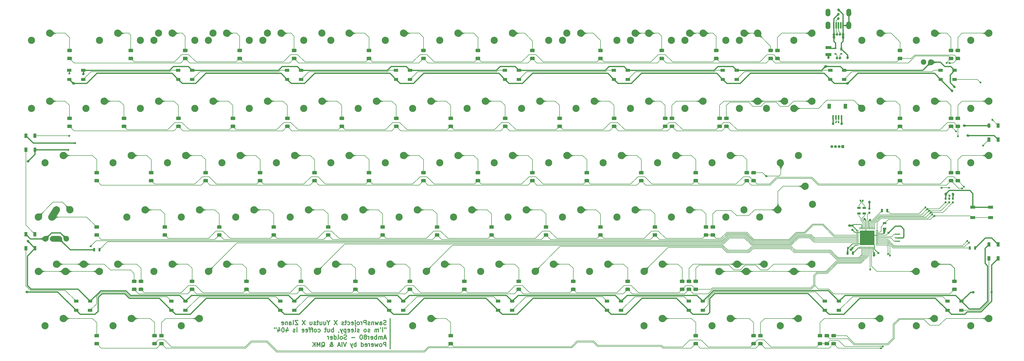
<source format=gbr>
%TF.GenerationSoftware,KiCad,Pcbnew,(5.1.10)-1*%
%TF.CreationDate,2022-05-13T21:41:30+07:00*%
%TF.ProjectId,solder,736f6c64-6572-42e6-9b69-6361645f7063,rev?*%
%TF.SameCoordinates,Original*%
%TF.FileFunction,Copper,L2,Bot*%
%TF.FilePolarity,Positive*%
%FSLAX46Y46*%
G04 Gerber Fmt 4.6, Leading zero omitted, Abs format (unit mm)*
G04 Created by KiCad (PCBNEW (5.1.10)-1) date 2022-05-13 21:41:30*
%MOMM*%
%LPD*%
G01*
G04 APERTURE LIST*
%TA.AperFunction,NonConductor*%
%ADD10C,0.300000*%
%TD*%
%TA.AperFunction,SMDPad,CuDef*%
%ADD11R,1.900000X0.400000*%
%TD*%
%TA.AperFunction,ComponentPad*%
%ADD12C,2.500000*%
%TD*%
%TA.AperFunction,ComponentPad*%
%ADD13O,1.000000X1.000000*%
%TD*%
%TA.AperFunction,ComponentPad*%
%ADD14R,1.000000X1.000000*%
%TD*%
%TA.AperFunction,SMDPad,CuDef*%
%ADD15R,2.030000X1.140000*%
%TD*%
%TA.AperFunction,SMDPad,CuDef*%
%ADD16R,0.700000X1.000000*%
%TD*%
%TA.AperFunction,SMDPad,CuDef*%
%ADD17R,0.700000X0.600000*%
%TD*%
%TA.AperFunction,SMDPad,CuDef*%
%ADD18R,0.500000X2.250000*%
%TD*%
%TA.AperFunction,ComponentPad*%
%ADD19O,1.700000X2.700000*%
%TD*%
%TA.AperFunction,ConnectorPad*%
%ADD20C,0.787400*%
%TD*%
%TA.AperFunction,SMDPad,CuDef*%
%ADD21R,1.800000X1.100000*%
%TD*%
%TA.AperFunction,SMDPad,CuDef*%
%ADD22R,0.700000X1.300000*%
%TD*%
%TA.AperFunction,ComponentPad*%
%ADD23C,1.905000*%
%TD*%
%TA.AperFunction,SMDPad,CuDef*%
%ADD24R,1.500000X1.000000*%
%TD*%
%TA.AperFunction,SMDPad,CuDef*%
%ADD25R,1.000000X1.500000*%
%TD*%
%TA.AperFunction,SMDPad,CuDef*%
%ADD26R,5.150000X5.150000*%
%TD*%
%TA.AperFunction,SMDPad,CuDef*%
%ADD27R,1.300000X0.700000*%
%TD*%
%TA.AperFunction,SMDPad,CuDef*%
%ADD28R,0.600000X1.550000*%
%TD*%
%TA.AperFunction,SMDPad,CuDef*%
%ADD29R,1.200000X1.800000*%
%TD*%
%TA.AperFunction,SMDPad,CuDef*%
%ADD30R,0.800000X0.750000*%
%TD*%
%TA.AperFunction,SMDPad,CuDef*%
%ADD31R,0.750000X0.800000*%
%TD*%
%TA.AperFunction,ViaPad*%
%ADD32C,0.800000*%
%TD*%
%TA.AperFunction,ViaPad*%
%ADD33C,0.600000*%
%TD*%
%TA.AperFunction,Conductor*%
%ADD34C,0.200000*%
%TD*%
%TA.AperFunction,Conductor*%
%ADD35C,2.500000*%
%TD*%
%TA.AperFunction,Conductor*%
%ADD36C,0.400000*%
%TD*%
%TA.AperFunction,Conductor*%
%ADD37C,0.250000*%
%TD*%
%TA.AperFunction,Conductor*%
%ADD38C,2.000000*%
%TD*%
%TA.AperFunction,Conductor*%
%ADD39C,0.025400*%
%TD*%
%TA.AperFunction,Conductor*%
%ADD40C,0.100000*%
%TD*%
G04 APERTURE END LIST*
D10*
X145530779Y-118757422D02*
X145530779Y-129473074D01*
X144081302Y-120897390D02*
X143867017Y-120968819D01*
X143509874Y-120968819D01*
X143367017Y-120897390D01*
X143295588Y-120825962D01*
X143224159Y-120683105D01*
X143224159Y-120540248D01*
X143295588Y-120397390D01*
X143367017Y-120325962D01*
X143509874Y-120254533D01*
X143795588Y-120183105D01*
X143938445Y-120111676D01*
X144009874Y-120040248D01*
X144081302Y-119897390D01*
X144081302Y-119754533D01*
X144009874Y-119611676D01*
X143938445Y-119540248D01*
X143795588Y-119468819D01*
X143438445Y-119468819D01*
X143224159Y-119540248D01*
X141938445Y-120968819D02*
X141938445Y-120183105D01*
X142009874Y-120040248D01*
X142152731Y-119968819D01*
X142438445Y-119968819D01*
X142581302Y-120040248D01*
X141938445Y-120897390D02*
X142081302Y-120968819D01*
X142438445Y-120968819D01*
X142581302Y-120897390D01*
X142652731Y-120754533D01*
X142652731Y-120611676D01*
X142581302Y-120468819D01*
X142438445Y-120397390D01*
X142081302Y-120397390D01*
X141938445Y-120325962D01*
X141367017Y-119968819D02*
X141081302Y-120968819D01*
X140795588Y-120254533D01*
X140509874Y-120968819D01*
X140224159Y-119968819D01*
X139652731Y-119968819D02*
X139652731Y-120968819D01*
X139652731Y-120111676D02*
X139581302Y-120040248D01*
X139438445Y-119968819D01*
X139224159Y-119968819D01*
X139081302Y-120040248D01*
X139009874Y-120183105D01*
X139009874Y-120968819D01*
X138367017Y-120897390D02*
X138224159Y-120968819D01*
X137938445Y-120968819D01*
X137795588Y-120897390D01*
X137724159Y-120754533D01*
X137724159Y-120683105D01*
X137795588Y-120540248D01*
X137938445Y-120468819D01*
X138152731Y-120468819D01*
X138295588Y-120397390D01*
X138367017Y-120254533D01*
X138367017Y-120183105D01*
X138295588Y-120040248D01*
X138152731Y-119968819D01*
X137938445Y-119968819D01*
X137795588Y-120040248D01*
X137081302Y-120968819D02*
X137081302Y-119468819D01*
X136509874Y-119468819D01*
X136367017Y-119540248D01*
X136295588Y-119611676D01*
X136224159Y-119754533D01*
X136224159Y-119968819D01*
X136295588Y-120111676D01*
X136367017Y-120183105D01*
X136509874Y-120254533D01*
X137081302Y-120254533D01*
X135581302Y-120968819D02*
X135581302Y-119968819D01*
X135581302Y-120254533D02*
X135509874Y-120111676D01*
X135438445Y-120040248D01*
X135295588Y-119968819D01*
X135152731Y-119968819D01*
X134438445Y-120968819D02*
X134581302Y-120897390D01*
X134652731Y-120825962D01*
X134724159Y-120683105D01*
X134724159Y-120254533D01*
X134652731Y-120111676D01*
X134581302Y-120040248D01*
X134438445Y-119968819D01*
X134224159Y-119968819D01*
X134081302Y-120040248D01*
X134009874Y-120111676D01*
X133938445Y-120254533D01*
X133938445Y-120683105D01*
X134009874Y-120825962D01*
X134081302Y-120897390D01*
X134224159Y-120968819D01*
X134438445Y-120968819D01*
X133295588Y-119968819D02*
X133295588Y-121254533D01*
X133367017Y-121397390D01*
X133509874Y-121468819D01*
X133581302Y-121468819D01*
X133295588Y-119468819D02*
X133367017Y-119540248D01*
X133295588Y-119611676D01*
X133224159Y-119540248D01*
X133295588Y-119468819D01*
X133295588Y-119611676D01*
X132009874Y-120897390D02*
X132152731Y-120968819D01*
X132438445Y-120968819D01*
X132581302Y-120897390D01*
X132652731Y-120754533D01*
X132652731Y-120183105D01*
X132581302Y-120040248D01*
X132438445Y-119968819D01*
X132152731Y-119968819D01*
X132009874Y-120040248D01*
X131938445Y-120183105D01*
X131938445Y-120325962D01*
X132652731Y-120468819D01*
X130652731Y-120897390D02*
X130795588Y-120968819D01*
X131081302Y-120968819D01*
X131224159Y-120897390D01*
X131295588Y-120825962D01*
X131367017Y-120683105D01*
X131367017Y-120254533D01*
X131295588Y-120111676D01*
X131224159Y-120040248D01*
X131081302Y-119968819D01*
X130795588Y-119968819D01*
X130652731Y-120040248D01*
X130224159Y-119968819D02*
X129652731Y-119968819D01*
X130009874Y-119468819D02*
X130009874Y-120754533D01*
X129938445Y-120897390D01*
X129795588Y-120968819D01*
X129652731Y-120968819D01*
X129224159Y-120897390D02*
X129081302Y-120968819D01*
X128795588Y-120968819D01*
X128652731Y-120897390D01*
X128581302Y-120754533D01*
X128581302Y-120683105D01*
X128652731Y-120540248D01*
X128795588Y-120468819D01*
X129009874Y-120468819D01*
X129152731Y-120397390D01*
X129224159Y-120254533D01*
X129224159Y-120183105D01*
X129152731Y-120040248D01*
X129009874Y-119968819D01*
X128795588Y-119968819D01*
X128652731Y-120040248D01*
X126938445Y-119468819D02*
X125938445Y-120968819D01*
X125938445Y-119468819D02*
X126938445Y-120968819D01*
X123938445Y-120254533D02*
X123938445Y-120968819D01*
X124438445Y-119468819D02*
X123938445Y-120254533D01*
X123438445Y-119468819D01*
X122295588Y-119968819D02*
X122295588Y-120968819D01*
X122938445Y-119968819D02*
X122938445Y-120754533D01*
X122867017Y-120897390D01*
X122724159Y-120968819D01*
X122509874Y-120968819D01*
X122367017Y-120897390D01*
X122295588Y-120825962D01*
X120938445Y-119968819D02*
X120938445Y-120968819D01*
X121581302Y-119968819D02*
X121581302Y-120754533D01*
X121509874Y-120897390D01*
X121367017Y-120968819D01*
X121152731Y-120968819D01*
X121009874Y-120897390D01*
X120938445Y-120825962D01*
X120438445Y-119968819D02*
X119867017Y-119968819D01*
X120224159Y-119468819D02*
X120224159Y-120754533D01*
X120152731Y-120897390D01*
X120009874Y-120968819D01*
X119867017Y-120968819D01*
X119438445Y-120897390D02*
X119295588Y-120968819D01*
X119009874Y-120968819D01*
X118867017Y-120897390D01*
X118795588Y-120754533D01*
X118795588Y-120683105D01*
X118867017Y-120540248D01*
X119009874Y-120468819D01*
X119224159Y-120468819D01*
X119367017Y-120397390D01*
X119438445Y-120254533D01*
X119438445Y-120183105D01*
X119367017Y-120040248D01*
X119224159Y-119968819D01*
X119009874Y-119968819D01*
X118867017Y-120040248D01*
X117509874Y-119968819D02*
X117509874Y-120968819D01*
X118152731Y-119968819D02*
X118152731Y-120754533D01*
X118081302Y-120897390D01*
X117938445Y-120968819D01*
X117724159Y-120968819D01*
X117581302Y-120897390D01*
X117509874Y-120825962D01*
X115795588Y-119468819D02*
X114795588Y-120968819D01*
X114795588Y-119468819D02*
X115795588Y-120968819D01*
X113224159Y-119468819D02*
X112224159Y-119468819D01*
X113224159Y-120968819D01*
X112224159Y-120968819D01*
X111438445Y-120968819D02*
X111581302Y-120897390D01*
X111652731Y-120754533D01*
X111652731Y-119468819D01*
X110224159Y-120968819D02*
X110224159Y-120183105D01*
X110295588Y-120040248D01*
X110438445Y-119968819D01*
X110724159Y-119968819D01*
X110867017Y-120040248D01*
X110224159Y-120897390D02*
X110367017Y-120968819D01*
X110724159Y-120968819D01*
X110867017Y-120897390D01*
X110938445Y-120754533D01*
X110938445Y-120611676D01*
X110867017Y-120468819D01*
X110724159Y-120397390D01*
X110367017Y-120397390D01*
X110224159Y-120325962D01*
X109509874Y-119968819D02*
X109509874Y-120968819D01*
X109509874Y-120111676D02*
X109438445Y-120040248D01*
X109295588Y-119968819D01*
X109081302Y-119968819D01*
X108938445Y-120040248D01*
X108867017Y-120183105D01*
X108867017Y-120968819D01*
X107581302Y-120897390D02*
X107724159Y-120968819D01*
X108009874Y-120968819D01*
X108152731Y-120897390D01*
X108224159Y-120754533D01*
X108224159Y-120183105D01*
X108152731Y-120040248D01*
X108009874Y-119968819D01*
X107724159Y-119968819D01*
X107581302Y-120040248D01*
X107509874Y-120183105D01*
X107509874Y-120325962D01*
X108224159Y-120468819D01*
X144081302Y-122018819D02*
X144081302Y-122304533D01*
X143509874Y-122018819D02*
X143509874Y-122304533D01*
X142867017Y-123518819D02*
X142867017Y-122518819D01*
X142867017Y-122018819D02*
X142938445Y-122090248D01*
X142867017Y-122161676D01*
X142795588Y-122090248D01*
X142867017Y-122018819D01*
X142867017Y-122161676D01*
X142081302Y-122018819D02*
X142224159Y-122304533D01*
X141438445Y-123518819D02*
X141438445Y-122518819D01*
X141438445Y-122661676D02*
X141367017Y-122590248D01*
X141224159Y-122518819D01*
X141009874Y-122518819D01*
X140867017Y-122590248D01*
X140795588Y-122733105D01*
X140795588Y-123518819D01*
X140795588Y-122733105D02*
X140724159Y-122590248D01*
X140581302Y-122518819D01*
X140367017Y-122518819D01*
X140224159Y-122590248D01*
X140152731Y-122733105D01*
X140152731Y-123518819D01*
X138367017Y-123447390D02*
X138224159Y-123518819D01*
X137938445Y-123518819D01*
X137795588Y-123447390D01*
X137724159Y-123304533D01*
X137724159Y-123233105D01*
X137795588Y-123090248D01*
X137938445Y-123018819D01*
X138152731Y-123018819D01*
X138295588Y-122947390D01*
X138367017Y-122804533D01*
X138367017Y-122733105D01*
X138295588Y-122590248D01*
X138152731Y-122518819D01*
X137938445Y-122518819D01*
X137795588Y-122590248D01*
X136867017Y-123518819D02*
X137009874Y-123447390D01*
X137081302Y-123375962D01*
X137152731Y-123233105D01*
X137152731Y-122804533D01*
X137081302Y-122661676D01*
X137009874Y-122590248D01*
X136867017Y-122518819D01*
X136652731Y-122518819D01*
X136509874Y-122590248D01*
X136438445Y-122661676D01*
X136367017Y-122804533D01*
X136367017Y-123233105D01*
X136438445Y-123375962D01*
X136509874Y-123447390D01*
X136652731Y-123518819D01*
X136867017Y-123518819D01*
X134652731Y-123447390D02*
X134509874Y-123518819D01*
X134224159Y-123518819D01*
X134081302Y-123447390D01*
X134009874Y-123304533D01*
X134009874Y-123233105D01*
X134081302Y-123090248D01*
X134224159Y-123018819D01*
X134438445Y-123018819D01*
X134581302Y-122947390D01*
X134652731Y-122804533D01*
X134652731Y-122733105D01*
X134581302Y-122590248D01*
X134438445Y-122518819D01*
X134224159Y-122518819D01*
X134081302Y-122590248D01*
X133152731Y-123518819D02*
X133295588Y-123447390D01*
X133367017Y-123304533D01*
X133367017Y-122018819D01*
X132009874Y-123447390D02*
X132152731Y-123518819D01*
X132438445Y-123518819D01*
X132581302Y-123447390D01*
X132652731Y-123304533D01*
X132652731Y-122733105D01*
X132581302Y-122590248D01*
X132438445Y-122518819D01*
X132152731Y-122518819D01*
X132009874Y-122590248D01*
X131938445Y-122733105D01*
X131938445Y-122875962D01*
X132652731Y-123018819D01*
X130724159Y-123447390D02*
X130867017Y-123518819D01*
X131152731Y-123518819D01*
X131295588Y-123447390D01*
X131367017Y-123304533D01*
X131367017Y-122733105D01*
X131295588Y-122590248D01*
X131152731Y-122518819D01*
X130867017Y-122518819D01*
X130724159Y-122590248D01*
X130652731Y-122733105D01*
X130652731Y-122875962D01*
X131367017Y-123018819D01*
X130009874Y-122518819D02*
X130009874Y-124018819D01*
X130009874Y-122590248D02*
X129867017Y-122518819D01*
X129581302Y-122518819D01*
X129438445Y-122590248D01*
X129367017Y-122661676D01*
X129295588Y-122804533D01*
X129295588Y-123233105D01*
X129367017Y-123375962D01*
X129438445Y-123447390D01*
X129581302Y-123518819D01*
X129867017Y-123518819D01*
X130009874Y-123447390D01*
X128795588Y-122518819D02*
X128438445Y-123518819D01*
X128081302Y-122518819D02*
X128438445Y-123518819D01*
X128581302Y-123875962D01*
X128652731Y-123947390D01*
X128795588Y-124018819D01*
X127438445Y-123447390D02*
X127438445Y-123518819D01*
X127509874Y-123661676D01*
X127581302Y-123733105D01*
X125652731Y-123518819D02*
X125652731Y-122018819D01*
X125652731Y-122590248D02*
X125509874Y-122518819D01*
X125224159Y-122518819D01*
X125081302Y-122590248D01*
X125009874Y-122661676D01*
X124938445Y-122804533D01*
X124938445Y-123233105D01*
X125009874Y-123375962D01*
X125081302Y-123447390D01*
X125224159Y-123518819D01*
X125509874Y-123518819D01*
X125652731Y-123447390D01*
X123652731Y-122518819D02*
X123652731Y-123518819D01*
X124295588Y-122518819D02*
X124295588Y-123304533D01*
X124224159Y-123447390D01*
X124081302Y-123518819D01*
X123867017Y-123518819D01*
X123724159Y-123447390D01*
X123652731Y-123375962D01*
X123152731Y-122518819D02*
X122581302Y-122518819D01*
X122938445Y-122018819D02*
X122938445Y-123304533D01*
X122867017Y-123447390D01*
X122724159Y-123518819D01*
X122581302Y-123518819D01*
X120295588Y-123447390D02*
X120438445Y-123518819D01*
X120724159Y-123518819D01*
X120867017Y-123447390D01*
X120938445Y-123375962D01*
X121009874Y-123233105D01*
X121009874Y-122804533D01*
X120938445Y-122661676D01*
X120867017Y-122590248D01*
X120724159Y-122518819D01*
X120438445Y-122518819D01*
X120295588Y-122590248D01*
X119438445Y-123518819D02*
X119581302Y-123447390D01*
X119652731Y-123375962D01*
X119724159Y-123233105D01*
X119724159Y-122804533D01*
X119652731Y-122661676D01*
X119581302Y-122590248D01*
X119438445Y-122518819D01*
X119224159Y-122518819D01*
X119081302Y-122590248D01*
X119009874Y-122661676D01*
X118938445Y-122804533D01*
X118938445Y-123233105D01*
X119009874Y-123375962D01*
X119081302Y-123447390D01*
X119224159Y-123518819D01*
X119438445Y-123518819D01*
X118509874Y-122518819D02*
X117938445Y-122518819D01*
X118295588Y-123518819D02*
X118295588Y-122233105D01*
X118224159Y-122090248D01*
X118081302Y-122018819D01*
X117938445Y-122018819D01*
X117652731Y-122518819D02*
X117081302Y-122518819D01*
X117438445Y-123518819D02*
X117438445Y-122233105D01*
X117367017Y-122090248D01*
X117224159Y-122018819D01*
X117081302Y-122018819D01*
X116009874Y-123447390D02*
X116152731Y-123518819D01*
X116438445Y-123518819D01*
X116581302Y-123447390D01*
X116652731Y-123304533D01*
X116652731Y-122733105D01*
X116581302Y-122590248D01*
X116438445Y-122518819D01*
X116152731Y-122518819D01*
X116009874Y-122590248D01*
X115938445Y-122733105D01*
X115938445Y-122875962D01*
X116652731Y-123018819D01*
X114724159Y-123447390D02*
X114867017Y-123518819D01*
X115152731Y-123518819D01*
X115295588Y-123447390D01*
X115367017Y-123304533D01*
X115367017Y-122733105D01*
X115295588Y-122590248D01*
X115152731Y-122518819D01*
X114867017Y-122518819D01*
X114724159Y-122590248D01*
X114652731Y-122733105D01*
X114652731Y-122875962D01*
X115367017Y-123018819D01*
X112867017Y-123518819D02*
X112867017Y-122518819D01*
X112867017Y-122018819D02*
X112938445Y-122090248D01*
X112867017Y-122161676D01*
X112795588Y-122090248D01*
X112867017Y-122018819D01*
X112867017Y-122161676D01*
X112224159Y-123447390D02*
X112081302Y-123518819D01*
X111795588Y-123518819D01*
X111652731Y-123447390D01*
X111581302Y-123304533D01*
X111581302Y-123233105D01*
X111652731Y-123090248D01*
X111795588Y-123018819D01*
X112009874Y-123018819D01*
X112152731Y-122947390D01*
X112224159Y-122804533D01*
X112224159Y-122733105D01*
X112152731Y-122590248D01*
X112009874Y-122518819D01*
X111795588Y-122518819D01*
X111652731Y-122590248D01*
X109152731Y-122518819D02*
X109152731Y-123518819D01*
X109509874Y-121947390D02*
X109867017Y-123018819D01*
X108938445Y-123018819D01*
X108081302Y-122018819D02*
X107938445Y-122018819D01*
X107795588Y-122090248D01*
X107724159Y-122161676D01*
X107652731Y-122304533D01*
X107581302Y-122590248D01*
X107581302Y-122947390D01*
X107652731Y-123233105D01*
X107724159Y-123375962D01*
X107795588Y-123447390D01*
X107938445Y-123518819D01*
X108081302Y-123518819D01*
X108224159Y-123447390D01*
X108295588Y-123375962D01*
X108367017Y-123233105D01*
X108438445Y-122947390D01*
X108438445Y-122590248D01*
X108367017Y-122304533D01*
X108295588Y-122161676D01*
X108224159Y-122090248D01*
X108081302Y-122018819D01*
X106295588Y-122518819D02*
X106295588Y-123518819D01*
X106652731Y-121947390D02*
X107009874Y-123018819D01*
X106081302Y-123018819D01*
X105581302Y-122018819D02*
X105581302Y-122304533D01*
X105009874Y-122018819D02*
X105009874Y-122304533D01*
X144081302Y-125640248D02*
X143367017Y-125640248D01*
X144224159Y-126068819D02*
X143724159Y-124568819D01*
X143224159Y-126068819D01*
X142724159Y-126068819D02*
X142724159Y-125068819D01*
X142724159Y-125211676D02*
X142652731Y-125140248D01*
X142509874Y-125068819D01*
X142295588Y-125068819D01*
X142152731Y-125140248D01*
X142081302Y-125283105D01*
X142081302Y-126068819D01*
X142081302Y-125283105D02*
X142009874Y-125140248D01*
X141867017Y-125068819D01*
X141652731Y-125068819D01*
X141509874Y-125140248D01*
X141438445Y-125283105D01*
X141438445Y-126068819D01*
X140724159Y-126068819D02*
X140724159Y-124568819D01*
X140724159Y-125140248D02*
X140581302Y-125068819D01*
X140295588Y-125068819D01*
X140152731Y-125140248D01*
X140081302Y-125211676D01*
X140009874Y-125354533D01*
X140009874Y-125783105D01*
X140081302Y-125925962D01*
X140152731Y-125997390D01*
X140295588Y-126068819D01*
X140581302Y-126068819D01*
X140724159Y-125997390D01*
X138795588Y-125997390D02*
X138938445Y-126068819D01*
X139224159Y-126068819D01*
X139367017Y-125997390D01*
X139438445Y-125854533D01*
X139438445Y-125283105D01*
X139367017Y-125140248D01*
X139224159Y-125068819D01*
X138938445Y-125068819D01*
X138795588Y-125140248D01*
X138724159Y-125283105D01*
X138724159Y-125425962D01*
X139438445Y-125568819D01*
X138081302Y-126068819D02*
X138081302Y-125068819D01*
X138081302Y-125354533D02*
X138009874Y-125211676D01*
X137938445Y-125140248D01*
X137795588Y-125068819D01*
X137652731Y-125068819D01*
X136938445Y-125211676D02*
X137081302Y-125140248D01*
X137152731Y-125068819D01*
X137224159Y-124925962D01*
X137224159Y-124854533D01*
X137152731Y-124711676D01*
X137081302Y-124640248D01*
X136938445Y-124568819D01*
X136652731Y-124568819D01*
X136509874Y-124640248D01*
X136438445Y-124711676D01*
X136367017Y-124854533D01*
X136367017Y-124925962D01*
X136438445Y-125068819D01*
X136509874Y-125140248D01*
X136652731Y-125211676D01*
X136938445Y-125211676D01*
X137081302Y-125283105D01*
X137152731Y-125354533D01*
X137224159Y-125497390D01*
X137224159Y-125783105D01*
X137152731Y-125925962D01*
X137081302Y-125997390D01*
X136938445Y-126068819D01*
X136652731Y-126068819D01*
X136509874Y-125997390D01*
X136438445Y-125925962D01*
X136367017Y-125783105D01*
X136367017Y-125497390D01*
X136438445Y-125354533D01*
X136509874Y-125283105D01*
X136652731Y-125211676D01*
X135438445Y-124568819D02*
X135295588Y-124568819D01*
X135152731Y-124640248D01*
X135081302Y-124711676D01*
X135009874Y-124854533D01*
X134938445Y-125140248D01*
X134938445Y-125497390D01*
X135009874Y-125783105D01*
X135081302Y-125925962D01*
X135152731Y-125997390D01*
X135295588Y-126068819D01*
X135438445Y-126068819D01*
X135581302Y-125997390D01*
X135652731Y-125925962D01*
X135724159Y-125783105D01*
X135795588Y-125497390D01*
X135795588Y-125140248D01*
X135724159Y-124854533D01*
X135652731Y-124711676D01*
X135581302Y-124640248D01*
X135438445Y-124568819D01*
X133152731Y-125497390D02*
X132009874Y-125497390D01*
X130224159Y-125997390D02*
X130009874Y-126068819D01*
X129652731Y-126068819D01*
X129509874Y-125997390D01*
X129438445Y-125925962D01*
X129367017Y-125783105D01*
X129367017Y-125640248D01*
X129438445Y-125497390D01*
X129509874Y-125425962D01*
X129652731Y-125354533D01*
X129938445Y-125283105D01*
X130081302Y-125211676D01*
X130152731Y-125140248D01*
X130224159Y-124997390D01*
X130224159Y-124854533D01*
X130152731Y-124711676D01*
X130081302Y-124640248D01*
X129938445Y-124568819D01*
X129581302Y-124568819D01*
X129367017Y-124640248D01*
X128509874Y-126068819D02*
X128652731Y-125997390D01*
X128724159Y-125925962D01*
X128795588Y-125783105D01*
X128795588Y-125354533D01*
X128724159Y-125211676D01*
X128652731Y-125140248D01*
X128509874Y-125068819D01*
X128295588Y-125068819D01*
X128152731Y-125140248D01*
X128081302Y-125211676D01*
X128009874Y-125354533D01*
X128009874Y-125783105D01*
X128081302Y-125925962D01*
X128152731Y-125997390D01*
X128295588Y-126068819D01*
X128509874Y-126068819D01*
X127152731Y-126068819D02*
X127295588Y-125997390D01*
X127367017Y-125854533D01*
X127367017Y-124568819D01*
X125938445Y-126068819D02*
X125938445Y-124568819D01*
X125938445Y-125997390D02*
X126081302Y-126068819D01*
X126367017Y-126068819D01*
X126509874Y-125997390D01*
X126581302Y-125925962D01*
X126652731Y-125783105D01*
X126652731Y-125354533D01*
X126581302Y-125211676D01*
X126509874Y-125140248D01*
X126367017Y-125068819D01*
X126081302Y-125068819D01*
X125938445Y-125140248D01*
X124652731Y-125997390D02*
X124795588Y-126068819D01*
X125081302Y-126068819D01*
X125224159Y-125997390D01*
X125295588Y-125854533D01*
X125295588Y-125283105D01*
X125224159Y-125140248D01*
X125081302Y-125068819D01*
X124795588Y-125068819D01*
X124652731Y-125140248D01*
X124581302Y-125283105D01*
X124581302Y-125425962D01*
X125295588Y-125568819D01*
X123938445Y-126068819D02*
X123938445Y-125068819D01*
X123938445Y-125354533D02*
X123867017Y-125211676D01*
X123795588Y-125140248D01*
X123652731Y-125068819D01*
X123509874Y-125068819D01*
X144009874Y-128618819D02*
X144009874Y-127118819D01*
X143438445Y-127118819D01*
X143295588Y-127190248D01*
X143224159Y-127261676D01*
X143152731Y-127404533D01*
X143152731Y-127618819D01*
X143224159Y-127761676D01*
X143295588Y-127833105D01*
X143438445Y-127904533D01*
X144009874Y-127904533D01*
X142295588Y-128618819D02*
X142438445Y-128547390D01*
X142509874Y-128475962D01*
X142581302Y-128333105D01*
X142581302Y-127904533D01*
X142509874Y-127761676D01*
X142438445Y-127690248D01*
X142295588Y-127618819D01*
X142081302Y-127618819D01*
X141938445Y-127690248D01*
X141867017Y-127761676D01*
X141795588Y-127904533D01*
X141795588Y-128333105D01*
X141867017Y-128475962D01*
X141938445Y-128547390D01*
X142081302Y-128618819D01*
X142295588Y-128618819D01*
X141295588Y-127618819D02*
X141009874Y-128618819D01*
X140724159Y-127904533D01*
X140438445Y-128618819D01*
X140152731Y-127618819D01*
X139009874Y-128547390D02*
X139152731Y-128618819D01*
X139438445Y-128618819D01*
X139581302Y-128547390D01*
X139652731Y-128404533D01*
X139652731Y-127833105D01*
X139581302Y-127690248D01*
X139438445Y-127618819D01*
X139152731Y-127618819D01*
X139009874Y-127690248D01*
X138938445Y-127833105D01*
X138938445Y-127975962D01*
X139652731Y-128118819D01*
X138295588Y-128618819D02*
X138295588Y-127618819D01*
X138295588Y-127904533D02*
X138224159Y-127761676D01*
X138152731Y-127690248D01*
X138009874Y-127618819D01*
X137867017Y-127618819D01*
X136795588Y-128547390D02*
X136938445Y-128618819D01*
X137224159Y-128618819D01*
X137367017Y-128547390D01*
X137438445Y-128404533D01*
X137438445Y-127833105D01*
X137367017Y-127690248D01*
X137224159Y-127618819D01*
X136938445Y-127618819D01*
X136795588Y-127690248D01*
X136724159Y-127833105D01*
X136724159Y-127975962D01*
X137438445Y-128118819D01*
X135438445Y-128618819D02*
X135438445Y-127118819D01*
X135438445Y-128547390D02*
X135581302Y-128618819D01*
X135867017Y-128618819D01*
X136009874Y-128547390D01*
X136081302Y-128475962D01*
X136152731Y-128333105D01*
X136152731Y-127904533D01*
X136081302Y-127761676D01*
X136009874Y-127690248D01*
X135867017Y-127618819D01*
X135581302Y-127618819D01*
X135438445Y-127690248D01*
X133581302Y-128618819D02*
X133581302Y-127118819D01*
X133581302Y-127690248D02*
X133438445Y-127618819D01*
X133152731Y-127618819D01*
X133009874Y-127690248D01*
X132938445Y-127761676D01*
X132867017Y-127904533D01*
X132867017Y-128333105D01*
X132938445Y-128475962D01*
X133009874Y-128547390D01*
X133152731Y-128618819D01*
X133438445Y-128618819D01*
X133581302Y-128547390D01*
X132367017Y-127618819D02*
X132009874Y-128618819D01*
X131652731Y-127618819D02*
X132009874Y-128618819D01*
X132152731Y-128975962D01*
X132224159Y-129047390D01*
X132367017Y-129118819D01*
X130152731Y-127118819D02*
X129652731Y-128618819D01*
X129152731Y-127118819D01*
X128652731Y-128618819D02*
X128652731Y-127118819D01*
X128009874Y-128190248D02*
X127295588Y-128190248D01*
X128152731Y-128618819D02*
X127652731Y-127118819D01*
X127152731Y-128618819D01*
X124295588Y-128618819D02*
X124367017Y-128618819D01*
X124509874Y-128547390D01*
X124724159Y-128333105D01*
X125081302Y-127904533D01*
X125224159Y-127690248D01*
X125295588Y-127475962D01*
X125295588Y-127333105D01*
X125224159Y-127190248D01*
X125081302Y-127118819D01*
X125009874Y-127118819D01*
X124867017Y-127190248D01*
X124795588Y-127333105D01*
X124795588Y-127404533D01*
X124867017Y-127547390D01*
X124938445Y-127618819D01*
X125367017Y-127904533D01*
X125438445Y-127975962D01*
X125509874Y-128118819D01*
X125509874Y-128333105D01*
X125438445Y-128475962D01*
X125367017Y-128547390D01*
X125224159Y-128618819D01*
X125009874Y-128618819D01*
X124867017Y-128547390D01*
X124795588Y-128475962D01*
X124581302Y-128190248D01*
X124509874Y-127975962D01*
X124509874Y-127833105D01*
X121509874Y-128761676D02*
X121652731Y-128690248D01*
X121795588Y-128547390D01*
X122009874Y-128333105D01*
X122152731Y-128261676D01*
X122295588Y-128261676D01*
X122224159Y-128618819D02*
X122367017Y-128547390D01*
X122509874Y-128404533D01*
X122581302Y-128118819D01*
X122581302Y-127618819D01*
X122509874Y-127333105D01*
X122367017Y-127190248D01*
X122224159Y-127118819D01*
X121938445Y-127118819D01*
X121795588Y-127190248D01*
X121652731Y-127333105D01*
X121581302Y-127618819D01*
X121581302Y-128118819D01*
X121652731Y-128404533D01*
X121795588Y-128547390D01*
X121938445Y-128618819D01*
X122224159Y-128618819D01*
X120938445Y-128618819D02*
X120938445Y-127118819D01*
X120438445Y-128190248D01*
X119938445Y-127118819D01*
X119938445Y-128618819D01*
X119224159Y-128618819D02*
X119224159Y-127118819D01*
X118367017Y-128618819D02*
X119009874Y-127761676D01*
X118367017Y-127118819D02*
X119224159Y-127975962D01*
D11*
%TO.P,Y1,3*%
%TO.N,Net-(U2-Pad16)*%
X322919004Y-89257849D03*
%TO.P,Y1,2*%
%TO.N,GND*%
X322919004Y-90457849D03*
%TO.P,Y1,1*%
%TO.N,Net-(U2-Pad17)*%
X322919004Y-91657849D03*
%TD*%
D12*
%TO.P,MX46,2*%
%TO.N,Net-(D44-Pad2)*%
X159702500Y-118745000D03*
%TO.P,MX46,1*%
%TO.N,C3*%
X153352500Y-121285000D03*
%TD*%
D13*
%TO.P,J5,4*%
%TO.N,+5V*%
X300014004Y-58457849D03*
%TO.P,J5,3*%
%TO.N,DG-*%
X301284004Y-58457849D03*
%TO.P,J5,2*%
%TO.N,DG+*%
X302554004Y-58457849D03*
D14*
%TO.P,J5,1*%
%TO.N,GND*%
X303824004Y-58457849D03*
%TD*%
D12*
%TO.P,MX97,1*%
%TO.N,C1*%
X58102500Y-21272500D03*
%TO.P,MX97,2*%
%TO.N,Net-(D13-Pad2)*%
X64452500Y-18732500D03*
%TD*%
%TO.P,MX9,1*%
%TO.N,C0*%
X43815000Y-21272500D03*
%TO.P,MX9,2*%
%TO.N,Net-(D7-Pad2)*%
X50165000Y-18732500D03*
%TD*%
D15*
%TO.P,F1,2*%
%TO.N,+5V*%
X298812500Y-26212500D03*
%TO.P,F1,1*%
%TO.N,VCC*%
X298812500Y-23812500D03*
%TD*%
D16*
%TO.P,U3,1*%
%TO.N,GND*%
X303312500Y-24262500D03*
D17*
%TO.P,U3,4*%
%TO.N,VCC*%
X301312500Y-24062500D03*
%TO.P,U3,2*%
%TO.N,DG+*%
X303312500Y-25962500D03*
%TO.P,U3,3*%
%TO.N,DG-*%
X301312500Y-25962500D03*
%TD*%
D18*
%TO.P,J3,5*%
%TO.N,GND*%
X303912500Y-16012500D03*
%TO.P,J3,4*%
%TO.N,N/C*%
X303112500Y-16012500D03*
%TO.P,J3,3*%
%TO.N,DG+*%
X302312500Y-16012500D03*
%TO.P,J3,2*%
%TO.N,DG-*%
X301512500Y-16012500D03*
%TO.P,J3,1*%
%TO.N,VCC*%
X300712500Y-16012500D03*
D19*
%TO.P,J3,6*%
%TO.N,GND*%
X298662500Y-16012500D03*
X305962500Y-16012500D03*
X305962500Y-11512500D03*
X298662500Y-11512500D03*
%TD*%
%TO.P,J2,6*%
%TO.N,GND*%
X305962500Y-16012500D03*
X298662500Y-16012500D03*
X298662500Y-11512500D03*
X305962500Y-11512500D03*
%TD*%
D12*
%TO.P,MX107,1*%
%TO.N,C6*%
X267652500Y-21272500D03*
%TO.P,MX107,2*%
%TO.N,Net-(D65-Pad2)*%
X274002500Y-18732500D03*
%TD*%
%TO.P,MX106,1*%
%TO.N,C5*%
X248602500Y-21272500D03*
%TO.P,MX106,2*%
%TO.N,Net-(D60-Pad2)*%
X254952500Y-18732500D03*
%TD*%
%TO.P,MX105,1*%
%TO.N,C5*%
X229552500Y-21272500D03*
%TO.P,MX105,2*%
%TO.N,Net-(D55-Pad2)*%
X235902500Y-18732500D03*
%TD*%
%TO.P,MX104,1*%
%TO.N,C4*%
X200977500Y-21272500D03*
%TO.P,MX104,2*%
%TO.N,Net-(D50-Pad2)*%
X207327500Y-18732500D03*
%TD*%
%TO.P,MX100,1*%
%TO.N,C2*%
X115252500Y-21272500D03*
%TO.P,MX100,2*%
%TO.N,Net-(D29-Pad2)*%
X121602500Y-18732500D03*
%TD*%
%TO.P,MX99,1*%
%TO.N,C2*%
X96202500Y-21272500D03*
%TO.P,MX99,2*%
%TO.N,Net-(D24-Pad2)*%
X102552500Y-18732500D03*
%TD*%
%TO.P,MX98,1*%
%TO.N,C1*%
X77152500Y-21272500D03*
%TO.P,MX98,2*%
%TO.N,Net-(D19-Pad2)*%
X83502500Y-18732500D03*
%TD*%
%TO.P,MX20,1*%
%TO.N,C1*%
X72390000Y-121285000D03*
%TO.P,MX20,2*%
%TO.N,Net-(D18-Pad2)*%
X78740000Y-118745000D03*
%TD*%
%TO.P,MX90,1*%
%TO.N,C8*%
X329565000Y-64135000D03*
%TO.P,MX90,2*%
%TO.N,Net-(D84-Pad2)*%
X335915000Y-61595000D03*
%TD*%
%TO.P,MX17,1*%
%TO.N,C1*%
X67627500Y-64135000D03*
%TO.P,MX17,2*%
%TO.N,Net-(D15-Pad2)*%
X73977500Y-61595000D03*
%TD*%
D20*
%TO.P,U1,1*%
%TO.N,GND*%
X339844349Y-76755690D03*
%TO.P,U1,2*%
%TO.N,R0*%
X339844349Y-78025690D03*
%TO.P,U1,3*%
%TO.N,RST*%
X341114349Y-76755690D03*
%TO.P,U1,4*%
%TO.N,MOSI*%
X341114349Y-78025690D03*
%TO.P,U1,5*%
%TO.N,+5V*%
X342384349Y-76755690D03*
%TO.P,U1,6*%
%TO.N,MISO*%
X342384349Y-78025690D03*
%TD*%
D21*
%TO.P,SW1,1*%
%TO.N,GND*%
X349325296Y-79707881D03*
%TO.P,SW1,2*%
%TO.N,RST*%
X355525296Y-83407881D03*
X349325296Y-83407881D03*
%TO.P,SW1,1*%
%TO.N,GND*%
X355525296Y-79707881D03*
%TD*%
D22*
%TO.P,R3,1*%
%TO.N,Net-(LED2-Pad1)*%
X41912536Y-94654767D03*
%TO.P,R3,2*%
%TO.N,indicator2*%
X43812536Y-94654767D03*
%TD*%
D23*
%TO.P,LED3,1*%
%TO.N,Net-(LED2-Pad1)*%
X29686250Y-90805000D03*
%TO.P,LED3,2*%
%TO.N,+5V*%
X32226250Y-90805000D03*
%TD*%
%TO.P,LED2,1*%
%TO.N,Net-(LED2-Pad1)*%
X27463772Y-90805072D03*
%TO.P,LED2,2*%
%TO.N,+5V*%
X24923772Y-90805072D03*
%TD*%
D22*
%TO.P,R2,1*%
%TO.N,Net-(LED1-Pad1)*%
X319442455Y-80962568D03*
%TO.P,R2,2*%
%TO.N,indicator1*%
X317542455Y-80962568D03*
%TD*%
D23*
%TO.P,LED1,1*%
%TO.N,Net-(LED1-Pad1)*%
X332105000Y-28892500D03*
%TO.P,LED1,2*%
%TO.N,+5V*%
X334645000Y-28892500D03*
%TD*%
D24*
%TO.P,RGB22,1*%
%TO.N,+5V*%
X68987656Y-115900096D03*
%TO.P,RGB22,2*%
%TO.N,Net-(RGB13-Pad4)*%
X68987656Y-112700096D03*
%TO.P,RGB22,4*%
%TO.N,Net-(RGB21-Pad2)*%
X73887656Y-115900096D03*
%TO.P,RGB22,3*%
%TO.N,GND*%
%TA.AperFunction,SMDPad,CuDef*%
G36*
G01*
X73137656Y-112950096D02*
X73137656Y-112450096D01*
G75*
G02*
X73387656Y-112200096I250000J0D01*
G01*
X74387656Y-112200096D01*
G75*
G02*
X74637656Y-112450096I0J-250000D01*
G01*
X74637656Y-112950096D01*
G75*
G02*
X74387656Y-113200096I-250000J0D01*
G01*
X73387656Y-113200096D01*
G75*
G02*
X73137656Y-112950096I0J250000D01*
G01*
G37*
%TD.AperFunction*%
%TD*%
%TO.P,RGB21,1*%
%TO.N,+5V*%
X107087656Y-115900096D03*
%TO.P,RGB21,2*%
%TO.N,Net-(RGB21-Pad2)*%
X107087656Y-112700096D03*
%TO.P,RGB21,4*%
%TO.N,Net-(RGB20-Pad2)*%
X111987656Y-115900096D03*
%TO.P,RGB21,3*%
%TO.N,GND*%
%TA.AperFunction,SMDPad,CuDef*%
G36*
G01*
X111237656Y-112950096D02*
X111237656Y-112450096D01*
G75*
G02*
X111487656Y-112200096I250000J0D01*
G01*
X112487656Y-112200096D01*
G75*
G02*
X112737656Y-112450096I0J-250000D01*
G01*
X112737656Y-112950096D01*
G75*
G02*
X112487656Y-113200096I-250000J0D01*
G01*
X111487656Y-113200096D01*
G75*
G02*
X111237656Y-112950096I0J250000D01*
G01*
G37*
%TD.AperFunction*%
%TD*%
%TO.P,RGB20,1*%
%TO.N,+5V*%
X145187656Y-115900096D03*
%TO.P,RGB20,2*%
%TO.N,Net-(RGB20-Pad2)*%
X145187656Y-112700096D03*
%TO.P,RGB20,4*%
%TO.N,Net-(RGB19-Pad2)*%
X150087656Y-115900096D03*
%TO.P,RGB20,3*%
%TO.N,GND*%
%TA.AperFunction,SMDPad,CuDef*%
G36*
G01*
X149337656Y-112950096D02*
X149337656Y-112450096D01*
G75*
G02*
X149587656Y-112200096I250000J0D01*
G01*
X150587656Y-112200096D01*
G75*
G02*
X150837656Y-112450096I0J-250000D01*
G01*
X150837656Y-112950096D01*
G75*
G02*
X150587656Y-113200096I-250000J0D01*
G01*
X149587656Y-113200096D01*
G75*
G02*
X149337656Y-112950096I0J250000D01*
G01*
G37*
%TD.AperFunction*%
%TD*%
%TO.P,RGB19,1*%
%TO.N,+5V*%
X183287656Y-115900096D03*
%TO.P,RGB19,2*%
%TO.N,Net-(RGB19-Pad2)*%
X183287656Y-112700096D03*
%TO.P,RGB19,4*%
%TO.N,Net-(RGB18-Pad2)*%
X188187656Y-115900096D03*
%TO.P,RGB19,3*%
%TO.N,GND*%
%TA.AperFunction,SMDPad,CuDef*%
G36*
G01*
X187437656Y-112950096D02*
X187437656Y-112450096D01*
G75*
G02*
X187687656Y-112200096I250000J0D01*
G01*
X188687656Y-112200096D01*
G75*
G02*
X188937656Y-112450096I0J-250000D01*
G01*
X188937656Y-112950096D01*
G75*
G02*
X188687656Y-113200096I-250000J0D01*
G01*
X187687656Y-113200096D01*
G75*
G02*
X187437656Y-112950096I0J250000D01*
G01*
G37*
%TD.AperFunction*%
%TD*%
%TO.P,RGB18,1*%
%TO.N,+5V*%
X221387688Y-115900096D03*
%TO.P,RGB18,2*%
%TO.N,Net-(RGB18-Pad2)*%
X221387688Y-112700096D03*
%TO.P,RGB18,4*%
%TO.N,Net-(RGB17-Pad2)*%
X226287688Y-115900096D03*
%TO.P,RGB18,3*%
%TO.N,GND*%
%TA.AperFunction,SMDPad,CuDef*%
G36*
G01*
X225537688Y-112950096D02*
X225537688Y-112450096D01*
G75*
G02*
X225787688Y-112200096I250000J0D01*
G01*
X226787688Y-112200096D01*
G75*
G02*
X227037688Y-112450096I0J-250000D01*
G01*
X227037688Y-112950096D01*
G75*
G02*
X226787688Y-113200096I-250000J0D01*
G01*
X225787688Y-113200096D01*
G75*
G02*
X225537688Y-112950096I0J250000D01*
G01*
G37*
%TD.AperFunction*%
%TD*%
%TO.P,RGB17,1*%
%TO.N,+5V*%
X249962712Y-115900096D03*
%TO.P,RGB17,2*%
%TO.N,Net-(RGB17-Pad2)*%
X249962712Y-112700096D03*
%TO.P,RGB17,4*%
%TO.N,Net-(RGB16-Pad2)*%
X254862712Y-115900096D03*
%TO.P,RGB17,3*%
%TO.N,GND*%
%TA.AperFunction,SMDPad,CuDef*%
G36*
G01*
X254112712Y-112950096D02*
X254112712Y-112450096D01*
G75*
G02*
X254362712Y-112200096I250000J0D01*
G01*
X255362712Y-112200096D01*
G75*
G02*
X255612712Y-112450096I0J-250000D01*
G01*
X255612712Y-112950096D01*
G75*
G02*
X255362712Y-113200096I-250000J0D01*
G01*
X254362712Y-113200096D01*
G75*
G02*
X254112712Y-112950096I0J250000D01*
G01*
G37*
%TD.AperFunction*%
%TD*%
%TO.P,RGB16,1*%
%TO.N,+5V*%
X297587752Y-115900096D03*
%TO.P,RGB16,2*%
%TO.N,Net-(RGB16-Pad2)*%
X297587752Y-112700096D03*
%TO.P,RGB16,4*%
%TO.N,Net-(RGB15-Pad2)*%
X302487752Y-115900096D03*
%TO.P,RGB16,3*%
%TO.N,GND*%
%TA.AperFunction,SMDPad,CuDef*%
G36*
G01*
X301737752Y-112950096D02*
X301737752Y-112450096D01*
G75*
G02*
X301987752Y-112200096I250000J0D01*
G01*
X302987752Y-112200096D01*
G75*
G02*
X303237752Y-112450096I0J-250000D01*
G01*
X303237752Y-112950096D01*
G75*
G02*
X302987752Y-113200096I-250000J0D01*
G01*
X301987752Y-113200096D01*
G75*
G02*
X301737752Y-112950096I0J250000D01*
G01*
G37*
%TD.AperFunction*%
%TD*%
%TO.P,RGB15,1*%
%TO.N,+5V*%
X340450288Y-115900096D03*
%TO.P,RGB15,2*%
%TO.N,Net-(RGB15-Pad2)*%
X340450288Y-112700096D03*
%TO.P,RGB15,4*%
%TO.N,Net-(RGB14-Pad2)*%
X345350288Y-115900096D03*
%TO.P,RGB15,3*%
%TO.N,GND*%
%TA.AperFunction,SMDPad,CuDef*%
G36*
G01*
X344600288Y-112950096D02*
X344600288Y-112450096D01*
G75*
G02*
X344850288Y-112200096I250000J0D01*
G01*
X345850288Y-112200096D01*
G75*
G02*
X346100288Y-112450096I0J-250000D01*
G01*
X346100288Y-112950096D01*
G75*
G02*
X345850288Y-113200096I-250000J0D01*
G01*
X344850288Y-113200096D01*
G75*
G02*
X344600288Y-112950096I0J250000D01*
G01*
G37*
%TD.AperFunction*%
%TD*%
D25*
%TO.P,RGB14,1*%
%TO.N,+5V*%
X358192487Y-97700080D03*
%TO.P,RGB14,2*%
%TO.N,Net-(RGB14-Pad2)*%
X354992487Y-97700080D03*
%TO.P,RGB14,4*%
%TO.N,Net-(R1-Pad1)*%
X358192487Y-92800080D03*
%TO.P,RGB14,3*%
%TO.N,GND*%
%TA.AperFunction,SMDPad,CuDef*%
G36*
G01*
X355242487Y-93550080D02*
X354742487Y-93550080D01*
G75*
G02*
X354492487Y-93300080I0J250000D01*
G01*
X354492487Y-92300080D01*
G75*
G02*
X354742487Y-92050080I250000J0D01*
G01*
X355242487Y-92050080D01*
G75*
G02*
X355492487Y-92300080I0J-250000D01*
G01*
X355492487Y-93300080D01*
G75*
G02*
X355242487Y-93550080I-250000J0D01*
G01*
G37*
%TD.AperFunction*%
%TD*%
D24*
%TO.P,RGB13,1*%
%TO.N,+5V*%
X35650032Y-115900096D03*
%TO.P,RGB13,2*%
%TO.N,Net-(RGB12-Pad4)*%
X35650032Y-112700096D03*
%TO.P,RGB13,4*%
%TO.N,Net-(RGB13-Pad4)*%
X40550032Y-115900096D03*
%TO.P,RGB13,3*%
%TO.N,GND*%
%TA.AperFunction,SMDPad,CuDef*%
G36*
G01*
X39800032Y-112950096D02*
X39800032Y-112450096D01*
G75*
G02*
X40050032Y-112200096I250000J0D01*
G01*
X41050032Y-112200096D01*
G75*
G02*
X41300032Y-112450096I0J-250000D01*
G01*
X41300032Y-112950096D01*
G75*
G02*
X41050032Y-113200096I-250000J0D01*
G01*
X40050032Y-113200096D01*
G75*
G02*
X39800032Y-112950096I0J250000D01*
G01*
G37*
%TD.AperFunction*%
%TD*%
D25*
%TO.P,RGB12,1*%
%TO.N,+5V*%
X18045329Y-89228202D03*
%TO.P,RGB12,2*%
%TO.N,Net-(RGB11-Pad4)*%
X21245329Y-89228202D03*
%TO.P,RGB12,4*%
%TO.N,Net-(RGB12-Pad4)*%
X18045329Y-94128202D03*
%TO.P,RGB12,3*%
%TO.N,GND*%
%TA.AperFunction,SMDPad,CuDef*%
G36*
G01*
X20995329Y-93378202D02*
X21495329Y-93378202D01*
G75*
G02*
X21745329Y-93628202I0J-250000D01*
G01*
X21745329Y-94628202D01*
G75*
G02*
X21495329Y-94878202I-250000J0D01*
G01*
X20995329Y-94878202D01*
G75*
G02*
X20745329Y-94628202I0J250000D01*
G01*
X20745329Y-93628202D01*
G75*
G02*
X20995329Y-93378202I250000J0D01*
G01*
G37*
%TD.AperFunction*%
%TD*%
%TO.P,RGB11,1*%
%TO.N,+5V*%
X18045329Y-54700048D03*
%TO.P,RGB11,2*%
%TO.N,Net-(RGB10-Pad4)*%
X21245329Y-54700048D03*
%TO.P,RGB11,4*%
%TO.N,Net-(RGB11-Pad4)*%
X18045329Y-59600048D03*
%TO.P,RGB11,3*%
%TO.N,GND*%
%TA.AperFunction,SMDPad,CuDef*%
G36*
G01*
X20995329Y-58850048D02*
X21495329Y-58850048D01*
G75*
G02*
X21745329Y-59100048I0J-250000D01*
G01*
X21745329Y-60100048D01*
G75*
G02*
X21495329Y-60350048I-250000J0D01*
G01*
X20995329Y-60350048D01*
G75*
G02*
X20745329Y-60100048I0J250000D01*
G01*
X20745329Y-59100048D01*
G75*
G02*
X20995329Y-58850048I250000J0D01*
G01*
G37*
%TD.AperFunction*%
%TD*%
D24*
%TO.P,RGB10,1*%
%TO.N,+5V*%
X38168780Y-31737528D03*
%TO.P,RGB10,2*%
%TO.N,Net-(RGB10-Pad2)*%
X38168780Y-34937528D03*
%TO.P,RGB10,4*%
%TO.N,Net-(RGB10-Pad4)*%
X33268780Y-31737528D03*
%TO.P,RGB10,3*%
%TO.N,GND*%
%TA.AperFunction,SMDPad,CuDef*%
G36*
G01*
X34018780Y-34687528D02*
X34018780Y-35187528D01*
G75*
G02*
X33768780Y-35437528I-250000J0D01*
G01*
X32768780Y-35437528D01*
G75*
G02*
X32518780Y-35187528I0J250000D01*
G01*
X32518780Y-34687528D01*
G75*
G02*
X32768780Y-34437528I250000J0D01*
G01*
X33768780Y-34437528D01*
G75*
G02*
X34018780Y-34687528I0J-250000D01*
G01*
G37*
%TD.AperFunction*%
%TD*%
%TO.P,RGB9,1*%
%TO.N,+5V*%
X76268780Y-31737528D03*
%TO.P,RGB9,2*%
%TO.N,Net-(RGB8-Pad4)*%
X76268780Y-34937528D03*
%TO.P,RGB9,4*%
%TO.N,Net-(RGB10-Pad2)*%
X71368780Y-31737528D03*
%TO.P,RGB9,3*%
%TO.N,GND*%
%TA.AperFunction,SMDPad,CuDef*%
G36*
G01*
X72118780Y-34687528D02*
X72118780Y-35187528D01*
G75*
G02*
X71868780Y-35437528I-250000J0D01*
G01*
X70868780Y-35437528D01*
G75*
G02*
X70618780Y-35187528I0J250000D01*
G01*
X70618780Y-34687528D01*
G75*
G02*
X70868780Y-34437528I250000J0D01*
G01*
X71868780Y-34437528D01*
G75*
G02*
X72118780Y-34687528I0J-250000D01*
G01*
G37*
%TD.AperFunction*%
%TD*%
%TO.P,RGB8,1*%
%TO.N,+5V*%
X114368780Y-31737528D03*
%TO.P,RGB8,2*%
%TO.N,Net-(RGB7-Pad4)*%
X114368780Y-34937528D03*
%TO.P,RGB8,4*%
%TO.N,Net-(RGB8-Pad4)*%
X109468780Y-31737528D03*
%TO.P,RGB8,3*%
%TO.N,GND*%
%TA.AperFunction,SMDPad,CuDef*%
G36*
G01*
X110218780Y-34687528D02*
X110218780Y-35187528D01*
G75*
G02*
X109968780Y-35437528I-250000J0D01*
G01*
X108968780Y-35437528D01*
G75*
G02*
X108718780Y-35187528I0J250000D01*
G01*
X108718780Y-34687528D01*
G75*
G02*
X108968780Y-34437528I250000J0D01*
G01*
X109968780Y-34437528D01*
G75*
G02*
X110218780Y-34687528I0J-250000D01*
G01*
G37*
%TD.AperFunction*%
%TD*%
%TO.P,RGB7,1*%
%TO.N,+5V*%
X152468780Y-31737528D03*
%TO.P,RGB7,2*%
%TO.N,Net-(RGB6-Pad4)*%
X152468780Y-34937528D03*
%TO.P,RGB7,4*%
%TO.N,Net-(RGB7-Pad4)*%
X147568780Y-31737528D03*
%TO.P,RGB7,3*%
%TO.N,GND*%
%TA.AperFunction,SMDPad,CuDef*%
G36*
G01*
X148318780Y-34687528D02*
X148318780Y-35187528D01*
G75*
G02*
X148068780Y-35437528I-250000J0D01*
G01*
X147068780Y-35437528D01*
G75*
G02*
X146818780Y-35187528I0J250000D01*
G01*
X146818780Y-34687528D01*
G75*
G02*
X147068780Y-34437528I250000J0D01*
G01*
X148068780Y-34437528D01*
G75*
G02*
X148318780Y-34687528I0J-250000D01*
G01*
G37*
%TD.AperFunction*%
%TD*%
%TO.P,RGB6,1*%
%TO.N,+5V*%
X190568780Y-31737528D03*
%TO.P,RGB6,2*%
%TO.N,Net-(RGB5-Pad4)*%
X190568780Y-34937528D03*
%TO.P,RGB6,4*%
%TO.N,Net-(RGB6-Pad4)*%
X185668780Y-31737528D03*
%TO.P,RGB6,3*%
%TO.N,GND*%
%TA.AperFunction,SMDPad,CuDef*%
G36*
G01*
X186418780Y-34687528D02*
X186418780Y-35187528D01*
G75*
G02*
X186168780Y-35437528I-250000J0D01*
G01*
X185168780Y-35437528D01*
G75*
G02*
X184918780Y-35187528I0J250000D01*
G01*
X184918780Y-34687528D01*
G75*
G02*
X185168780Y-34437528I250000J0D01*
G01*
X186168780Y-34437528D01*
G75*
G02*
X186418780Y-34687528I0J-250000D01*
G01*
G37*
%TD.AperFunction*%
%TD*%
%TO.P,RGB5,1*%
%TO.N,+5V*%
X228668780Y-31737528D03*
%TO.P,RGB5,2*%
%TO.N,Net-(RGB4-Pad4)*%
X228668780Y-34937528D03*
%TO.P,RGB5,4*%
%TO.N,Net-(RGB5-Pad4)*%
X223768780Y-31737528D03*
%TO.P,RGB5,3*%
%TO.N,GND*%
%TA.AperFunction,SMDPad,CuDef*%
G36*
G01*
X224518780Y-34687528D02*
X224518780Y-35187528D01*
G75*
G02*
X224268780Y-35437528I-250000J0D01*
G01*
X223268780Y-35437528D01*
G75*
G02*
X223018780Y-35187528I0J250000D01*
G01*
X223018780Y-34687528D01*
G75*
G02*
X223268780Y-34437528I250000J0D01*
G01*
X224268780Y-34437528D01*
G75*
G02*
X224518780Y-34687528I0J-250000D01*
G01*
G37*
%TD.AperFunction*%
%TD*%
%TO.P,RGB4,1*%
%TO.N,+5V*%
X266768780Y-31737528D03*
%TO.P,RGB4,2*%
%TO.N,Net-(RGB3-Pad4)*%
X266768780Y-34937528D03*
%TO.P,RGB4,4*%
%TO.N,Net-(RGB4-Pad4)*%
X261868780Y-31737528D03*
%TO.P,RGB4,3*%
%TO.N,GND*%
%TA.AperFunction,SMDPad,CuDef*%
G36*
G01*
X262618780Y-34687528D02*
X262618780Y-35187528D01*
G75*
G02*
X262368780Y-35437528I-250000J0D01*
G01*
X261368780Y-35437528D01*
G75*
G02*
X261118780Y-35187528I0J250000D01*
G01*
X261118780Y-34687528D01*
G75*
G02*
X261368780Y-34437528I250000J0D01*
G01*
X262368780Y-34437528D01*
G75*
G02*
X262618780Y-34687528I0J-250000D01*
G01*
G37*
%TD.AperFunction*%
%TD*%
%TO.P,RGB3,1*%
%TO.N,+5V*%
X304368780Y-31737528D03*
%TO.P,RGB3,2*%
%TO.N,Net-(RGB2-Pad4)*%
X304368780Y-34937528D03*
%TO.P,RGB3,4*%
%TO.N,Net-(RGB3-Pad4)*%
X299468780Y-31737528D03*
%TO.P,RGB3,3*%
%TO.N,GND*%
%TA.AperFunction,SMDPad,CuDef*%
G36*
G01*
X300218780Y-34687528D02*
X300218780Y-35187528D01*
G75*
G02*
X299968780Y-35437528I-250000J0D01*
G01*
X298968780Y-35437528D01*
G75*
G02*
X298718780Y-35187528I0J250000D01*
G01*
X298718780Y-34687528D01*
G75*
G02*
X298968780Y-34437528I250000J0D01*
G01*
X299968780Y-34437528D01*
G75*
G02*
X300218780Y-34687528I0J-250000D01*
G01*
G37*
%TD.AperFunction*%
%TD*%
%TO.P,RGB2,1*%
%TO.N,+5V*%
X342968780Y-31737528D03*
%TO.P,RGB2,2*%
%TO.N,Net-(RGB1-Pad4)*%
X342968780Y-34937528D03*
%TO.P,RGB2,4*%
%TO.N,Net-(RGB2-Pad4)*%
X338068780Y-31737528D03*
%TO.P,RGB2,3*%
%TO.N,GND*%
%TA.AperFunction,SMDPad,CuDef*%
G36*
G01*
X338818780Y-34687528D02*
X338818780Y-35187528D01*
G75*
G02*
X338568780Y-35437528I-250000J0D01*
G01*
X337568780Y-35437528D01*
G75*
G02*
X337318780Y-35187528I0J250000D01*
G01*
X337318780Y-34687528D01*
G75*
G02*
X337568780Y-34437528I250000J0D01*
G01*
X338568780Y-34437528D01*
G75*
G02*
X338818780Y-34687528I0J-250000D01*
G01*
G37*
%TD.AperFunction*%
%TD*%
%TO.P,RGB1,3*%
%TO.N,GND*%
%TA.AperFunction,SMDPad,CuDef*%
G36*
G01*
X355242487Y-51878170D02*
X354742487Y-51878170D01*
G75*
G02*
X354492487Y-51628170I0J250000D01*
G01*
X354492487Y-50628170D01*
G75*
G02*
X354742487Y-50378170I250000J0D01*
G01*
X355242487Y-50378170D01*
G75*
G02*
X355492487Y-50628170I0J-250000D01*
G01*
X355492487Y-51628170D01*
G75*
G02*
X355242487Y-51878170I-250000J0D01*
G01*
G37*
%TD.AperFunction*%
D25*
%TO.P,RGB1,4*%
%TO.N,Net-(RGB1-Pad4)*%
X358192487Y-51128170D03*
%TO.P,RGB1,2*%
%TO.N,RGB_out*%
X354992487Y-56028170D03*
%TO.P,RGB1,1*%
%TO.N,+5V*%
X358192487Y-56028170D03*
%TD*%
D12*
%TO.P,MX77,2*%
%TO.N,Net-(D73-Pad2)*%
X281146250Y-80645000D03*
%TO.P,MX77,1*%
%TO.N,C6*%
X274796250Y-83185000D03*
%TD*%
D22*
%TO.P,R1,1*%
%TO.N,Net-(R1-Pad1)*%
X350158105Y-94059454D03*
%TO.P,R1,2*%
%TO.N,RGB*%
X348258105Y-94059454D03*
%TD*%
D12*
%TO.P,MX93,1*%
%TO.N,C8*%
X348615000Y-21272500D03*
%TO.P,MX93,2*%
%TO.N,Net-(D87-Pad2)*%
X354965000Y-18732500D03*
%TD*%
%TO.P,MX96,1*%
%TO.N,C8*%
X348615000Y-121285000D03*
%TO.P,MX96,2*%
%TO.N,Net-(D90-Pad2)*%
X354965000Y-118745000D03*
%TD*%
%TO.P,MX81,2*%
%TO.N,C6*%
X293211492Y-78740064D03*
%TO.P,MX81,1*%
%TO.N,Net-(D73-Pad2)*%
X290671492Y-72390064D03*
%TD*%
%TO.P,MX76,1*%
%TO.N,C6*%
X262890224Y-83185072D03*
%TO.P,MX76,2*%
%TO.N,Net-(D72-Pad2)*%
X269240224Y-80645072D03*
%TD*%
%TO.P,MX4,1*%
%TO.N,C0*%
X22383772Y-83185072D03*
%TO.P,MX4,2*%
%TO.N,Net-(D4-Pad2)*%
X28733772Y-80645072D03*
%TD*%
%TO.P,D90,1*%
%TO.N,R11*%
%TA.AperFunction,SMDPad,CuDef*%
G36*
G01*
X298811813Y-128206356D02*
X297691813Y-128206356D01*
G75*
G02*
X297451813Y-127966356I0J240000D01*
G01*
X297451813Y-127246356D01*
G75*
G02*
X297691813Y-127006356I240000J0D01*
G01*
X298811813Y-127006356D01*
G75*
G02*
X299051813Y-127246356I0J-240000D01*
G01*
X299051813Y-127966356D01*
G75*
G02*
X298811813Y-128206356I-240000J0D01*
G01*
G37*
%TD.AperFunction*%
%TO.P,D90,2*%
%TO.N,Net-(D90-Pad2)*%
%TA.AperFunction,SMDPad,CuDef*%
G36*
G01*
X298811813Y-125406356D02*
X297691813Y-125406356D01*
G75*
G02*
X297451813Y-125166356I0J240000D01*
G01*
X297451813Y-124446356D01*
G75*
G02*
X297691813Y-124206356I240000J0D01*
G01*
X298811813Y-124206356D01*
G75*
G02*
X299051813Y-124446356I0J-240000D01*
G01*
X299051813Y-125166356D01*
G75*
G02*
X298811813Y-125406356I-240000J0D01*
G01*
G37*
%TD.AperFunction*%
%TD*%
%TO.P,D89,1*%
%TO.N,R5*%
%TA.AperFunction,SMDPad,CuDef*%
G36*
G01*
X344650914Y-71056308D02*
X343530914Y-71056308D01*
G75*
G02*
X343290914Y-70816308I0J240000D01*
G01*
X343290914Y-70096308D01*
G75*
G02*
X343530914Y-69856308I240000J0D01*
G01*
X344650914Y-69856308D01*
G75*
G02*
X344890914Y-70096308I0J-240000D01*
G01*
X344890914Y-70816308D01*
G75*
G02*
X344650914Y-71056308I-240000J0D01*
G01*
G37*
%TD.AperFunction*%
%TO.P,D89,2*%
%TO.N,Net-(D89-Pad2)*%
%TA.AperFunction,SMDPad,CuDef*%
G36*
G01*
X344650914Y-68256308D02*
X343530914Y-68256308D01*
G75*
G02*
X343290914Y-68016308I0J240000D01*
G01*
X343290914Y-67296308D01*
G75*
G02*
X343530914Y-67056308I240000J0D01*
G01*
X344650914Y-67056308D01*
G75*
G02*
X344890914Y-67296308I0J-240000D01*
G01*
X344890914Y-68016308D01*
G75*
G02*
X344650914Y-68256308I-240000J0D01*
G01*
G37*
%TD.AperFunction*%
%TD*%
%TO.P,D88,1*%
%TO.N,R3*%
%TA.AperFunction,SMDPad,CuDef*%
G36*
G01*
X344650914Y-52006292D02*
X343530914Y-52006292D01*
G75*
G02*
X343290914Y-51766292I0J240000D01*
G01*
X343290914Y-51046292D01*
G75*
G02*
X343530914Y-50806292I240000J0D01*
G01*
X344650914Y-50806292D01*
G75*
G02*
X344890914Y-51046292I0J-240000D01*
G01*
X344890914Y-51766292D01*
G75*
G02*
X344650914Y-52006292I-240000J0D01*
G01*
G37*
%TD.AperFunction*%
%TO.P,D88,2*%
%TO.N,Net-(D88-Pad2)*%
%TA.AperFunction,SMDPad,CuDef*%
G36*
G01*
X344650914Y-49206292D02*
X343530914Y-49206292D01*
G75*
G02*
X343290914Y-48966292I0J240000D01*
G01*
X343290914Y-48246292D01*
G75*
G02*
X343530914Y-48006292I240000J0D01*
G01*
X344650914Y-48006292D01*
G75*
G02*
X344890914Y-48246292I0J-240000D01*
G01*
X344890914Y-48966292D01*
G75*
G02*
X344650914Y-49206292I-240000J0D01*
G01*
G37*
%TD.AperFunction*%
%TD*%
%TO.P,D87,1*%
%TO.N,MOSI*%
%TA.AperFunction,SMDPad,CuDef*%
G36*
G01*
X344650625Y-28193750D02*
X343530625Y-28193750D01*
G75*
G02*
X343290625Y-27953750I0J240000D01*
G01*
X343290625Y-27233750D01*
G75*
G02*
X343530625Y-26993750I240000J0D01*
G01*
X344650625Y-26993750D01*
G75*
G02*
X344890625Y-27233750I0J-240000D01*
G01*
X344890625Y-27953750D01*
G75*
G02*
X344650625Y-28193750I-240000J0D01*
G01*
G37*
%TD.AperFunction*%
%TO.P,D87,2*%
%TO.N,Net-(D87-Pad2)*%
%TA.AperFunction,SMDPad,CuDef*%
G36*
G01*
X344650625Y-25393750D02*
X343530625Y-25393750D01*
G75*
G02*
X343290625Y-25153750I0J240000D01*
G01*
X343290625Y-24433750D01*
G75*
G02*
X343530625Y-24193750I240000J0D01*
G01*
X344650625Y-24193750D01*
G75*
G02*
X344890625Y-24433750I0J-240000D01*
G01*
X344890625Y-25153750D01*
G75*
G02*
X344650625Y-25393750I-240000J0D01*
G01*
G37*
%TD.AperFunction*%
%TD*%
%TO.P,D86,1*%
%TO.N,R10*%
%TA.AperFunction,SMDPad,CuDef*%
G36*
G01*
X301193065Y-128206356D02*
X300073065Y-128206356D01*
G75*
G02*
X299833065Y-127966356I0J240000D01*
G01*
X299833065Y-127246356D01*
G75*
G02*
X300073065Y-127006356I240000J0D01*
G01*
X301193065Y-127006356D01*
G75*
G02*
X301433065Y-127246356I0J-240000D01*
G01*
X301433065Y-127966356D01*
G75*
G02*
X301193065Y-128206356I-240000J0D01*
G01*
G37*
%TD.AperFunction*%
%TO.P,D86,2*%
%TO.N,Net-(D86-Pad2)*%
%TA.AperFunction,SMDPad,CuDef*%
G36*
G01*
X301193065Y-125406356D02*
X300073065Y-125406356D01*
G75*
G02*
X299833065Y-125166356I0J240000D01*
G01*
X299833065Y-124446356D01*
G75*
G02*
X300073065Y-124206356I240000J0D01*
G01*
X301193065Y-124206356D01*
G75*
G02*
X301433065Y-124446356I0J-240000D01*
G01*
X301433065Y-125166356D01*
G75*
G02*
X301193065Y-125406356I-240000J0D01*
G01*
G37*
%TD.AperFunction*%
%TD*%
%TO.P,D85,1*%
%TO.N,R8*%
%TA.AperFunction,SMDPad,CuDef*%
G36*
G01*
X343460288Y-109156340D02*
X342340288Y-109156340D01*
G75*
G02*
X342100288Y-108916340I0J240000D01*
G01*
X342100288Y-108196340D01*
G75*
G02*
X342340288Y-107956340I240000J0D01*
G01*
X343460288Y-107956340D01*
G75*
G02*
X343700288Y-108196340I0J-240000D01*
G01*
X343700288Y-108916340D01*
G75*
G02*
X343460288Y-109156340I-240000J0D01*
G01*
G37*
%TD.AperFunction*%
%TO.P,D85,2*%
%TO.N,Net-(D85-Pad2)*%
%TA.AperFunction,SMDPad,CuDef*%
G36*
G01*
X343460288Y-106356340D02*
X342340288Y-106356340D01*
G75*
G02*
X342100288Y-106116340I0J240000D01*
G01*
X342100288Y-105396340D01*
G75*
G02*
X342340288Y-105156340I240000J0D01*
G01*
X343460288Y-105156340D01*
G75*
G02*
X343700288Y-105396340I0J-240000D01*
G01*
X343700288Y-106116340D01*
G75*
G02*
X343460288Y-106356340I-240000J0D01*
G01*
G37*
%TD.AperFunction*%
%TD*%
%TO.P,D83,1*%
%TO.N,MISO*%
%TA.AperFunction,SMDPad,CuDef*%
G36*
G01*
X342269662Y-52006292D02*
X341149662Y-52006292D01*
G75*
G02*
X340909662Y-51766292I0J240000D01*
G01*
X340909662Y-51046292D01*
G75*
G02*
X341149662Y-50806292I240000J0D01*
G01*
X342269662Y-50806292D01*
G75*
G02*
X342509662Y-51046292I0J-240000D01*
G01*
X342509662Y-51766292D01*
G75*
G02*
X342269662Y-52006292I-240000J0D01*
G01*
G37*
%TD.AperFunction*%
%TO.P,D83,2*%
%TO.N,Net-(D83-Pad2)*%
%TA.AperFunction,SMDPad,CuDef*%
G36*
G01*
X342269662Y-49206292D02*
X341149662Y-49206292D01*
G75*
G02*
X340909662Y-48966292I0J240000D01*
G01*
X340909662Y-48246292D01*
G75*
G02*
X341149662Y-48006292I240000J0D01*
G01*
X342269662Y-48006292D01*
G75*
G02*
X342509662Y-48246292I0J-240000D01*
G01*
X342509662Y-48966292D01*
G75*
G02*
X342269662Y-49206292I-240000J0D01*
G01*
G37*
%TD.AperFunction*%
%TD*%
%TO.P,D82,1*%
%TO.N,R0*%
%TA.AperFunction,SMDPad,CuDef*%
G36*
G01*
X342269375Y-28193750D02*
X341149375Y-28193750D01*
G75*
G02*
X340909375Y-27953750I0J240000D01*
G01*
X340909375Y-27233750D01*
G75*
G02*
X341149375Y-26993750I240000J0D01*
G01*
X342269375Y-26993750D01*
G75*
G02*
X342509375Y-27233750I0J-240000D01*
G01*
X342509375Y-27953750D01*
G75*
G02*
X342269375Y-28193750I-240000J0D01*
G01*
G37*
%TD.AperFunction*%
%TO.P,D82,2*%
%TO.N,Net-(D82-Pad2)*%
%TA.AperFunction,SMDPad,CuDef*%
G36*
G01*
X342269375Y-25393750D02*
X341149375Y-25393750D01*
G75*
G02*
X340909375Y-25153750I0J240000D01*
G01*
X340909375Y-24433750D01*
G75*
G02*
X341149375Y-24193750I240000J0D01*
G01*
X342269375Y-24193750D01*
G75*
G02*
X342509375Y-24433750I0J-240000D01*
G01*
X342509375Y-25153750D01*
G75*
G02*
X342269375Y-25393750I-240000J0D01*
G01*
G37*
%TD.AperFunction*%
%TD*%
%TO.P,D81,1*%
%TO.N,R11*%
%TA.AperFunction,SMDPad,CuDef*%
G36*
G01*
X296430561Y-128206356D02*
X295310561Y-128206356D01*
G75*
G02*
X295070561Y-127966356I0J240000D01*
G01*
X295070561Y-127246356D01*
G75*
G02*
X295310561Y-127006356I240000J0D01*
G01*
X296430561Y-127006356D01*
G75*
G02*
X296670561Y-127246356I0J-240000D01*
G01*
X296670561Y-127966356D01*
G75*
G02*
X296430561Y-128206356I-240000J0D01*
G01*
G37*
%TD.AperFunction*%
%TO.P,D81,2*%
%TO.N,Net-(D81-Pad2)*%
%TA.AperFunction,SMDPad,CuDef*%
G36*
G01*
X296430561Y-125406356D02*
X295310561Y-125406356D01*
G75*
G02*
X295070561Y-125166356I0J240000D01*
G01*
X295070561Y-124446356D01*
G75*
G02*
X295310561Y-124206356I240000J0D01*
G01*
X296430561Y-124206356D01*
G75*
G02*
X296670561Y-124446356I0J-240000D01*
G01*
X296670561Y-125166356D01*
G75*
G02*
X296430561Y-125406356I-240000J0D01*
G01*
G37*
%TD.AperFunction*%
%TD*%
%TO.P,D80,1*%
%TO.N,R5*%
%TA.AperFunction,SMDPad,CuDef*%
G36*
G01*
X324410272Y-71056308D02*
X323290272Y-71056308D01*
G75*
G02*
X323050272Y-70816308I0J240000D01*
G01*
X323050272Y-70096308D01*
G75*
G02*
X323290272Y-69856308I240000J0D01*
G01*
X324410272Y-69856308D01*
G75*
G02*
X324650272Y-70096308I0J-240000D01*
G01*
X324650272Y-70816308D01*
G75*
G02*
X324410272Y-71056308I-240000J0D01*
G01*
G37*
%TD.AperFunction*%
%TO.P,D80,2*%
%TO.N,Net-(D80-Pad2)*%
%TA.AperFunction,SMDPad,CuDef*%
G36*
G01*
X324410272Y-68256308D02*
X323290272Y-68256308D01*
G75*
G02*
X323050272Y-68016308I0J240000D01*
G01*
X323050272Y-67296308D01*
G75*
G02*
X323290272Y-67056308I240000J0D01*
G01*
X324410272Y-67056308D01*
G75*
G02*
X324650272Y-67296308I0J-240000D01*
G01*
X324650272Y-68016308D01*
G75*
G02*
X324410272Y-68256308I-240000J0D01*
G01*
G37*
%TD.AperFunction*%
%TD*%
%TO.P,D79,1*%
%TO.N,R3*%
%TA.AperFunction,SMDPad,CuDef*%
G36*
G01*
X324410272Y-52006292D02*
X323290272Y-52006292D01*
G75*
G02*
X323050272Y-51766292I0J240000D01*
G01*
X323050272Y-51046292D01*
G75*
G02*
X323290272Y-50806292I240000J0D01*
G01*
X324410272Y-50806292D01*
G75*
G02*
X324650272Y-51046292I0J-240000D01*
G01*
X324650272Y-51766292D01*
G75*
G02*
X324410272Y-52006292I-240000J0D01*
G01*
G37*
%TD.AperFunction*%
%TO.P,D79,2*%
%TO.N,Net-(D79-Pad2)*%
%TA.AperFunction,SMDPad,CuDef*%
G36*
G01*
X324410272Y-49206292D02*
X323290272Y-49206292D01*
G75*
G02*
X323050272Y-48966292I0J240000D01*
G01*
X323050272Y-48246292D01*
G75*
G02*
X323290272Y-48006292I240000J0D01*
G01*
X324410272Y-48006292D01*
G75*
G02*
X324650272Y-48246292I0J-240000D01*
G01*
X324650272Y-48966292D01*
G75*
G02*
X324410272Y-49206292I-240000J0D01*
G01*
G37*
%TD.AperFunction*%
%TD*%
%TO.P,D78,1*%
%TO.N,MOSI*%
%TA.AperFunction,SMDPad,CuDef*%
G36*
G01*
X324410000Y-28193750D02*
X323290000Y-28193750D01*
G75*
G02*
X323050000Y-27953750I0J240000D01*
G01*
X323050000Y-27233750D01*
G75*
G02*
X323290000Y-26993750I240000J0D01*
G01*
X324410000Y-26993750D01*
G75*
G02*
X324650000Y-27233750I0J-240000D01*
G01*
X324650000Y-27953750D01*
G75*
G02*
X324410000Y-28193750I-240000J0D01*
G01*
G37*
%TD.AperFunction*%
%TO.P,D78,2*%
%TO.N,Net-(D78-Pad2)*%
%TA.AperFunction,SMDPad,CuDef*%
G36*
G01*
X324410000Y-25393750D02*
X323290000Y-25393750D01*
G75*
G02*
X323050000Y-25153750I0J240000D01*
G01*
X323050000Y-24433750D01*
G75*
G02*
X323290000Y-24193750I240000J0D01*
G01*
X324410000Y-24193750D01*
G75*
G02*
X324650000Y-24433750I0J-240000D01*
G01*
X324650000Y-25153750D01*
G75*
G02*
X324410000Y-25393750I-240000J0D01*
G01*
G37*
%TD.AperFunction*%
%TD*%
%TO.P,D77,1*%
%TO.N,R10*%
%TA.AperFunction,SMDPad,CuDef*%
G36*
G01*
X275594606Y-128206356D02*
X274474606Y-128206356D01*
G75*
G02*
X274234606Y-127966356I0J240000D01*
G01*
X274234606Y-127246356D01*
G75*
G02*
X274474606Y-127006356I240000J0D01*
G01*
X275594606Y-127006356D01*
G75*
G02*
X275834606Y-127246356I0J-240000D01*
G01*
X275834606Y-127966356D01*
G75*
G02*
X275594606Y-128206356I-240000J0D01*
G01*
G37*
%TD.AperFunction*%
%TO.P,D77,2*%
%TO.N,Net-(D77-Pad2)*%
%TA.AperFunction,SMDPad,CuDef*%
G36*
G01*
X275594606Y-125406356D02*
X274474606Y-125406356D01*
G75*
G02*
X274234606Y-125166356I0J240000D01*
G01*
X274234606Y-124446356D01*
G75*
G02*
X274474606Y-124206356I240000J0D01*
G01*
X275594606Y-124206356D01*
G75*
G02*
X275834606Y-124446356I0J-240000D01*
G01*
X275834606Y-125166356D01*
G75*
G02*
X275594606Y-125406356I-240000J0D01*
G01*
G37*
%TD.AperFunction*%
%TD*%
%TO.P,D84,1*%
%TO.N,R4*%
%TA.AperFunction,SMDPad,CuDef*%
G36*
G01*
X342269662Y-71056308D02*
X341149662Y-71056308D01*
G75*
G02*
X340909662Y-70816308I0J240000D01*
G01*
X340909662Y-70096308D01*
G75*
G02*
X341149662Y-69856308I240000J0D01*
G01*
X342269662Y-69856308D01*
G75*
G02*
X342509662Y-70096308I0J-240000D01*
G01*
X342509662Y-70816308D01*
G75*
G02*
X342269662Y-71056308I-240000J0D01*
G01*
G37*
%TD.AperFunction*%
%TO.P,D84,2*%
%TO.N,Net-(D84-Pad2)*%
%TA.AperFunction,SMDPad,CuDef*%
G36*
G01*
X342269662Y-68256308D02*
X341149662Y-68256308D01*
G75*
G02*
X340909662Y-68016308I0J240000D01*
G01*
X340909662Y-67296308D01*
G75*
G02*
X341149662Y-67056308I240000J0D01*
G01*
X342269662Y-67056308D01*
G75*
G02*
X342509662Y-67296308I0J-240000D01*
G01*
X342509662Y-68016308D01*
G75*
G02*
X342269662Y-68256308I-240000J0D01*
G01*
G37*
%TD.AperFunction*%
%TD*%
%TO.P,D76,1*%
%TO.N,MISO*%
%TA.AperFunction,SMDPad,CuDef*%
G36*
G01*
X263688346Y-52006292D02*
X262568346Y-52006292D01*
G75*
G02*
X262328346Y-51766292I0J240000D01*
G01*
X262328346Y-51046292D01*
G75*
G02*
X262568346Y-50806292I240000J0D01*
G01*
X263688346Y-50806292D01*
G75*
G02*
X263928346Y-51046292I0J-240000D01*
G01*
X263928346Y-51766292D01*
G75*
G02*
X263688346Y-52006292I-240000J0D01*
G01*
G37*
%TD.AperFunction*%
%TO.P,D76,2*%
%TO.N,Net-(D76-Pad2)*%
%TA.AperFunction,SMDPad,CuDef*%
G36*
G01*
X263688346Y-49206292D02*
X262568346Y-49206292D01*
G75*
G02*
X262328346Y-48966292I0J240000D01*
G01*
X262328346Y-48246292D01*
G75*
G02*
X262568346Y-48006292I240000J0D01*
G01*
X263688346Y-48006292D01*
G75*
G02*
X263928346Y-48246292I0J-240000D01*
G01*
X263928346Y-48966292D01*
G75*
G02*
X263688346Y-49206292I-240000J0D01*
G01*
G37*
%TD.AperFunction*%
%TD*%
%TO.P,D75,1*%
%TO.N,R11*%
%TA.AperFunction,SMDPad,CuDef*%
G36*
G01*
X273213354Y-128206356D02*
X272093354Y-128206356D01*
G75*
G02*
X271853354Y-127966356I0J240000D01*
G01*
X271853354Y-127246356D01*
G75*
G02*
X272093354Y-127006356I240000J0D01*
G01*
X273213354Y-127006356D01*
G75*
G02*
X273453354Y-127246356I0J-240000D01*
G01*
X273453354Y-127966356D01*
G75*
G02*
X273213354Y-128206356I-240000J0D01*
G01*
G37*
%TD.AperFunction*%
%TO.P,D75,2*%
%TO.N,Net-(D75-Pad2)*%
%TA.AperFunction,SMDPad,CuDef*%
G36*
G01*
X273213354Y-125406356D02*
X272093354Y-125406356D01*
G75*
G02*
X271853354Y-125166356I0J240000D01*
G01*
X271853354Y-124446356D01*
G75*
G02*
X272093354Y-124206356I240000J0D01*
G01*
X273213354Y-124206356D01*
G75*
G02*
X273453354Y-124446356I0J-240000D01*
G01*
X273453354Y-125166356D01*
G75*
G02*
X273213354Y-125406356I-240000J0D01*
G01*
G37*
%TD.AperFunction*%
%TD*%
%TO.P,D74,1*%
%TO.N,R9*%
%TA.AperFunction,SMDPad,CuDef*%
G36*
G01*
X252972712Y-109156340D02*
X251852712Y-109156340D01*
G75*
G02*
X251612712Y-108916340I0J240000D01*
G01*
X251612712Y-108196340D01*
G75*
G02*
X251852712Y-107956340I240000J0D01*
G01*
X252972712Y-107956340D01*
G75*
G02*
X253212712Y-108196340I0J-240000D01*
G01*
X253212712Y-108916340D01*
G75*
G02*
X252972712Y-109156340I-240000J0D01*
G01*
G37*
%TD.AperFunction*%
%TO.P,D74,2*%
%TO.N,Net-(D74-Pad2)*%
%TA.AperFunction,SMDPad,CuDef*%
G36*
G01*
X252972712Y-106356340D02*
X251852712Y-106356340D01*
G75*
G02*
X251612712Y-106116340I0J240000D01*
G01*
X251612712Y-105396340D01*
G75*
G02*
X251852712Y-105156340I240000J0D01*
G01*
X252972712Y-105156340D01*
G75*
G02*
X253212712Y-105396340I0J-240000D01*
G01*
X253212712Y-106116340D01*
G75*
G02*
X252972712Y-106356340I-240000J0D01*
G01*
G37*
%TD.AperFunction*%
%TD*%
%TO.P,D73,1*%
%TO.N,R7*%
%TA.AperFunction,SMDPad,CuDef*%
G36*
G01*
X258925842Y-90106324D02*
X257805842Y-90106324D01*
G75*
G02*
X257565842Y-89866324I0J240000D01*
G01*
X257565842Y-89146324D01*
G75*
G02*
X257805842Y-88906324I240000J0D01*
G01*
X258925842Y-88906324D01*
G75*
G02*
X259165842Y-89146324I0J-240000D01*
G01*
X259165842Y-89866324D01*
G75*
G02*
X258925842Y-90106324I-240000J0D01*
G01*
G37*
%TD.AperFunction*%
%TO.P,D73,2*%
%TO.N,Net-(D73-Pad2)*%
%TA.AperFunction,SMDPad,CuDef*%
G36*
G01*
X258925842Y-87306324D02*
X257805842Y-87306324D01*
G75*
G02*
X257565842Y-87066324I0J240000D01*
G01*
X257565842Y-86346324D01*
G75*
G02*
X257805842Y-86106324I240000J0D01*
G01*
X258925842Y-86106324D01*
G75*
G02*
X259165842Y-86346324I0J-240000D01*
G01*
X259165842Y-87066324D01*
G75*
G02*
X258925842Y-87306324I-240000J0D01*
G01*
G37*
%TD.AperFunction*%
%TD*%
%TO.P,D72,1*%
%TO.N,R5*%
%TA.AperFunction,SMDPad,CuDef*%
G36*
G01*
X273213354Y-71056308D02*
X272093354Y-71056308D01*
G75*
G02*
X271853354Y-70816308I0J240000D01*
G01*
X271853354Y-70096308D01*
G75*
G02*
X272093354Y-69856308I240000J0D01*
G01*
X273213354Y-69856308D01*
G75*
G02*
X273453354Y-70096308I0J-240000D01*
G01*
X273453354Y-70816308D01*
G75*
G02*
X273213354Y-71056308I-240000J0D01*
G01*
G37*
%TD.AperFunction*%
%TO.P,D72,2*%
%TO.N,Net-(D72-Pad2)*%
%TA.AperFunction,SMDPad,CuDef*%
G36*
G01*
X273213354Y-68256308D02*
X272093354Y-68256308D01*
G75*
G02*
X271853354Y-68016308I0J240000D01*
G01*
X271853354Y-67296308D01*
G75*
G02*
X272093354Y-67056308I240000J0D01*
G01*
X273213354Y-67056308D01*
G75*
G02*
X273453354Y-67296308I0J-240000D01*
G01*
X273453354Y-68016308D01*
G75*
G02*
X273213354Y-68256308I-240000J0D01*
G01*
G37*
%TD.AperFunction*%
%TD*%
%TO.P,D71,1*%
%TO.N,R3*%
%TA.AperFunction,SMDPad,CuDef*%
G36*
G01*
X261307094Y-52006292D02*
X260187094Y-52006292D01*
G75*
G02*
X259947094Y-51766292I0J240000D01*
G01*
X259947094Y-51046292D01*
G75*
G02*
X260187094Y-50806292I240000J0D01*
G01*
X261307094Y-50806292D01*
G75*
G02*
X261547094Y-51046292I0J-240000D01*
G01*
X261547094Y-51766292D01*
G75*
G02*
X261307094Y-52006292I-240000J0D01*
G01*
G37*
%TD.AperFunction*%
%TO.P,D71,2*%
%TO.N,Net-(D71-Pad2)*%
%TA.AperFunction,SMDPad,CuDef*%
G36*
G01*
X261307094Y-49206292D02*
X260187094Y-49206292D01*
G75*
G02*
X259947094Y-48966292I0J240000D01*
G01*
X259947094Y-48246292D01*
G75*
G02*
X260187094Y-48006292I240000J0D01*
G01*
X261307094Y-48006292D01*
G75*
G02*
X261547094Y-48246292I0J-240000D01*
G01*
X261547094Y-48966292D01*
G75*
G02*
X261307094Y-49206292I-240000J0D01*
G01*
G37*
%TD.AperFunction*%
%TD*%
%TO.P,D70,1*%
%TO.N,MOSI*%
%TA.AperFunction,SMDPad,CuDef*%
G36*
G01*
X281547500Y-28193750D02*
X280427500Y-28193750D01*
G75*
G02*
X280187500Y-27953750I0J240000D01*
G01*
X280187500Y-27233750D01*
G75*
G02*
X280427500Y-26993750I240000J0D01*
G01*
X281547500Y-26993750D01*
G75*
G02*
X281787500Y-27233750I0J-240000D01*
G01*
X281787500Y-27953750D01*
G75*
G02*
X281547500Y-28193750I-240000J0D01*
G01*
G37*
%TD.AperFunction*%
%TO.P,D70,2*%
%TO.N,Net-(D70-Pad2)*%
%TA.AperFunction,SMDPad,CuDef*%
G36*
G01*
X281547500Y-25393750D02*
X280427500Y-25393750D01*
G75*
G02*
X280187500Y-25153750I0J240000D01*
G01*
X280187500Y-24433750D01*
G75*
G02*
X280427500Y-24193750I240000J0D01*
G01*
X281547500Y-24193750D01*
G75*
G02*
X281787500Y-24433750I0J-240000D01*
G01*
X281787500Y-25153750D01*
G75*
G02*
X281547500Y-25393750I-240000J0D01*
G01*
G37*
%TD.AperFunction*%
%TD*%
%TO.P,D69,1*%
%TO.N,R10*%
%TA.AperFunction,SMDPad,CuDef*%
G36*
G01*
X252972712Y-128206356D02*
X251852712Y-128206356D01*
G75*
G02*
X251612712Y-127966356I0J240000D01*
G01*
X251612712Y-127246356D01*
G75*
G02*
X251852712Y-127006356I240000J0D01*
G01*
X252972712Y-127006356D01*
G75*
G02*
X253212712Y-127246356I0J-240000D01*
G01*
X253212712Y-127966356D01*
G75*
G02*
X252972712Y-128206356I-240000J0D01*
G01*
G37*
%TD.AperFunction*%
%TO.P,D69,2*%
%TO.N,Net-(D69-Pad2)*%
%TA.AperFunction,SMDPad,CuDef*%
G36*
G01*
X252972712Y-125406356D02*
X251852712Y-125406356D01*
G75*
G02*
X251612712Y-125166356I0J240000D01*
G01*
X251612712Y-124446356D01*
G75*
G02*
X251852712Y-124206356I240000J0D01*
G01*
X252972712Y-124206356D01*
G75*
G02*
X253212712Y-124446356I0J-240000D01*
G01*
X253212712Y-125166356D01*
G75*
G02*
X252972712Y-125406356I-240000J0D01*
G01*
G37*
%TD.AperFunction*%
%TD*%
%TO.P,D68,1*%
%TO.N,R8*%
%TA.AperFunction,SMDPad,CuDef*%
G36*
G01*
X250591460Y-109156340D02*
X249471460Y-109156340D01*
G75*
G02*
X249231460Y-108916340I0J240000D01*
G01*
X249231460Y-108196340D01*
G75*
G02*
X249471460Y-107956340I240000J0D01*
G01*
X250591460Y-107956340D01*
G75*
G02*
X250831460Y-108196340I0J-240000D01*
G01*
X250831460Y-108916340D01*
G75*
G02*
X250591460Y-109156340I-240000J0D01*
G01*
G37*
%TD.AperFunction*%
%TO.P,D68,2*%
%TO.N,Net-(D68-Pad2)*%
%TA.AperFunction,SMDPad,CuDef*%
G36*
G01*
X250591460Y-106356340D02*
X249471460Y-106356340D01*
G75*
G02*
X249231460Y-106116340I0J240000D01*
G01*
X249231460Y-105396340D01*
G75*
G02*
X249471460Y-105156340I240000J0D01*
G01*
X250591460Y-105156340D01*
G75*
G02*
X250831460Y-105396340I0J-240000D01*
G01*
X250831460Y-106116340D01*
G75*
G02*
X250591460Y-106356340I-240000J0D01*
G01*
G37*
%TD.AperFunction*%
%TD*%
%TO.P,D67,1*%
%TO.N,R4*%
%TA.AperFunction,SMDPad,CuDef*%
G36*
G01*
X270832102Y-71056308D02*
X269712102Y-71056308D01*
G75*
G02*
X269472102Y-70816308I0J240000D01*
G01*
X269472102Y-70096308D01*
G75*
G02*
X269712102Y-69856308I240000J0D01*
G01*
X270832102Y-69856308D01*
G75*
G02*
X271072102Y-70096308I0J-240000D01*
G01*
X271072102Y-70816308D01*
G75*
G02*
X270832102Y-71056308I-240000J0D01*
G01*
G37*
%TD.AperFunction*%
%TO.P,D67,2*%
%TO.N,Net-(D67-Pad2)*%
%TA.AperFunction,SMDPad,CuDef*%
G36*
G01*
X270832102Y-68256308D02*
X269712102Y-68256308D01*
G75*
G02*
X269472102Y-68016308I0J240000D01*
G01*
X269472102Y-67296308D01*
G75*
G02*
X269712102Y-67056308I240000J0D01*
G01*
X270832102Y-67056308D01*
G75*
G02*
X271072102Y-67296308I0J-240000D01*
G01*
X271072102Y-68016308D01*
G75*
G02*
X270832102Y-68256308I-240000J0D01*
G01*
G37*
%TD.AperFunction*%
%TD*%
%TO.P,D66,1*%
%TO.N,MISO*%
%TA.AperFunction,SMDPad,CuDef*%
G36*
G01*
X244638330Y-52006292D02*
X243518330Y-52006292D01*
G75*
G02*
X243278330Y-51766292I0J240000D01*
G01*
X243278330Y-51046292D01*
G75*
G02*
X243518330Y-50806292I240000J0D01*
G01*
X244638330Y-50806292D01*
G75*
G02*
X244878330Y-51046292I0J-240000D01*
G01*
X244878330Y-51766292D01*
G75*
G02*
X244638330Y-52006292I-240000J0D01*
G01*
G37*
%TD.AperFunction*%
%TO.P,D66,2*%
%TO.N,Net-(D66-Pad2)*%
%TA.AperFunction,SMDPad,CuDef*%
G36*
G01*
X244638330Y-49206292D02*
X243518330Y-49206292D01*
G75*
G02*
X243278330Y-48966292I0J240000D01*
G01*
X243278330Y-48246292D01*
G75*
G02*
X243518330Y-48006292I240000J0D01*
G01*
X244638330Y-48006292D01*
G75*
G02*
X244878330Y-48246292I0J-240000D01*
G01*
X244878330Y-48966292D01*
G75*
G02*
X244638330Y-49206292I-240000J0D01*
G01*
G37*
%TD.AperFunction*%
%TD*%
%TO.P,D65,1*%
%TO.N,R0*%
%TA.AperFunction,SMDPad,CuDef*%
G36*
G01*
X279166250Y-28193750D02*
X278046250Y-28193750D01*
G75*
G02*
X277806250Y-27953750I0J240000D01*
G01*
X277806250Y-27233750D01*
G75*
G02*
X278046250Y-26993750I240000J0D01*
G01*
X279166250Y-26993750D01*
G75*
G02*
X279406250Y-27233750I0J-240000D01*
G01*
X279406250Y-27953750D01*
G75*
G02*
X279166250Y-28193750I-240000J0D01*
G01*
G37*
%TD.AperFunction*%
%TO.P,D65,2*%
%TO.N,Net-(D65-Pad2)*%
%TA.AperFunction,SMDPad,CuDef*%
G36*
G01*
X279166250Y-25393750D02*
X278046250Y-25393750D01*
G75*
G02*
X277806250Y-25153750I0J240000D01*
G01*
X277806250Y-24433750D01*
G75*
G02*
X278046250Y-24193750I240000J0D01*
G01*
X279166250Y-24193750D01*
G75*
G02*
X279406250Y-24433750I0J-240000D01*
G01*
X279406250Y-25153750D01*
G75*
G02*
X279166250Y-25393750I-240000J0D01*
G01*
G37*
%TD.AperFunction*%
%TD*%
%TO.P,D64,1*%
%TO.N,R9*%
%TA.AperFunction,SMDPad,CuDef*%
G36*
G01*
X248210208Y-109156340D02*
X247090208Y-109156340D01*
G75*
G02*
X246850208Y-108916340I0J240000D01*
G01*
X246850208Y-108196340D01*
G75*
G02*
X247090208Y-107956340I240000J0D01*
G01*
X248210208Y-107956340D01*
G75*
G02*
X248450208Y-108196340I0J-240000D01*
G01*
X248450208Y-108916340D01*
G75*
G02*
X248210208Y-109156340I-240000J0D01*
G01*
G37*
%TD.AperFunction*%
%TO.P,D64,2*%
%TO.N,Net-(D64-Pad2)*%
%TA.AperFunction,SMDPad,CuDef*%
G36*
G01*
X248210208Y-106356340D02*
X247090208Y-106356340D01*
G75*
G02*
X246850208Y-106116340I0J240000D01*
G01*
X246850208Y-105396340D01*
G75*
G02*
X247090208Y-105156340I240000J0D01*
G01*
X248210208Y-105156340D01*
G75*
G02*
X248450208Y-105396340I0J-240000D01*
G01*
X248450208Y-106116340D01*
G75*
G02*
X248210208Y-106356340I-240000J0D01*
G01*
G37*
%TD.AperFunction*%
%TD*%
%TO.P,D63,1*%
%TO.N,R7*%
%TA.AperFunction,SMDPad,CuDef*%
G36*
G01*
X256544590Y-90106324D02*
X255424590Y-90106324D01*
G75*
G02*
X255184590Y-89866324I0J240000D01*
G01*
X255184590Y-89146324D01*
G75*
G02*
X255424590Y-88906324I240000J0D01*
G01*
X256544590Y-88906324D01*
G75*
G02*
X256784590Y-89146324I0J-240000D01*
G01*
X256784590Y-89866324D01*
G75*
G02*
X256544590Y-90106324I-240000J0D01*
G01*
G37*
%TD.AperFunction*%
%TO.P,D63,2*%
%TO.N,Net-(D63-Pad2)*%
%TA.AperFunction,SMDPad,CuDef*%
G36*
G01*
X256544590Y-87306324D02*
X255424590Y-87306324D01*
G75*
G02*
X255184590Y-87066324I0J240000D01*
G01*
X255184590Y-86346324D01*
G75*
G02*
X255424590Y-86106324I240000J0D01*
G01*
X256544590Y-86106324D01*
G75*
G02*
X256784590Y-86346324I0J-240000D01*
G01*
X256784590Y-87066324D01*
G75*
G02*
X256544590Y-87306324I-240000J0D01*
G01*
G37*
%TD.AperFunction*%
%TD*%
%TO.P,D62,1*%
%TO.N,R5*%
%TA.AperFunction,SMDPad,CuDef*%
G36*
G01*
X252972712Y-71056308D02*
X251852712Y-71056308D01*
G75*
G02*
X251612712Y-70816308I0J240000D01*
G01*
X251612712Y-70096308D01*
G75*
G02*
X251852712Y-69856308I240000J0D01*
G01*
X252972712Y-69856308D01*
G75*
G02*
X253212712Y-70096308I0J-240000D01*
G01*
X253212712Y-70816308D01*
G75*
G02*
X252972712Y-71056308I-240000J0D01*
G01*
G37*
%TD.AperFunction*%
%TO.P,D62,2*%
%TO.N,Net-(D62-Pad2)*%
%TA.AperFunction,SMDPad,CuDef*%
G36*
G01*
X252972712Y-68256308D02*
X251852712Y-68256308D01*
G75*
G02*
X251612712Y-68016308I0J240000D01*
G01*
X251612712Y-67296308D01*
G75*
G02*
X251852712Y-67056308I240000J0D01*
G01*
X252972712Y-67056308D01*
G75*
G02*
X253212712Y-67296308I0J-240000D01*
G01*
X253212712Y-68016308D01*
G75*
G02*
X252972712Y-68256308I-240000J0D01*
G01*
G37*
%TD.AperFunction*%
%TD*%
%TO.P,D61,1*%
%TO.N,R3*%
%TA.AperFunction,SMDPad,CuDef*%
G36*
G01*
X242257078Y-52006292D02*
X241137078Y-52006292D01*
G75*
G02*
X240897078Y-51766292I0J240000D01*
G01*
X240897078Y-51046292D01*
G75*
G02*
X241137078Y-50806292I240000J0D01*
G01*
X242257078Y-50806292D01*
G75*
G02*
X242497078Y-51046292I0J-240000D01*
G01*
X242497078Y-51766292D01*
G75*
G02*
X242257078Y-52006292I-240000J0D01*
G01*
G37*
%TD.AperFunction*%
%TO.P,D61,2*%
%TO.N,Net-(D61-Pad2)*%
%TA.AperFunction,SMDPad,CuDef*%
G36*
G01*
X242257078Y-49206292D02*
X241137078Y-49206292D01*
G75*
G02*
X240897078Y-48966292I0J240000D01*
G01*
X240897078Y-48246292D01*
G75*
G02*
X241137078Y-48006292I240000J0D01*
G01*
X242257078Y-48006292D01*
G75*
G02*
X242497078Y-48246292I0J-240000D01*
G01*
X242497078Y-48966292D01*
G75*
G02*
X242257078Y-49206292I-240000J0D01*
G01*
G37*
%TD.AperFunction*%
%TD*%
%TO.P,D60,1*%
%TO.N,MOSI*%
%TA.AperFunction,SMDPad,CuDef*%
G36*
G01*
X260116250Y-28193750D02*
X258996250Y-28193750D01*
G75*
G02*
X258756250Y-27953750I0J240000D01*
G01*
X258756250Y-27233750D01*
G75*
G02*
X258996250Y-26993750I240000J0D01*
G01*
X260116250Y-26993750D01*
G75*
G02*
X260356250Y-27233750I0J-240000D01*
G01*
X260356250Y-27953750D01*
G75*
G02*
X260116250Y-28193750I-240000J0D01*
G01*
G37*
%TD.AperFunction*%
%TO.P,D60,2*%
%TO.N,Net-(D60-Pad2)*%
%TA.AperFunction,SMDPad,CuDef*%
G36*
G01*
X260116250Y-25393750D02*
X258996250Y-25393750D01*
G75*
G02*
X258756250Y-25153750I0J240000D01*
G01*
X258756250Y-24433750D01*
G75*
G02*
X258996250Y-24193750I240000J0D01*
G01*
X260116250Y-24193750D01*
G75*
G02*
X260356250Y-24433750I0J-240000D01*
G01*
X260356250Y-25153750D01*
G75*
G02*
X260116250Y-25393750I-240000J0D01*
G01*
G37*
%TD.AperFunction*%
%TD*%
%TO.P,D59,1*%
%TO.N,R8*%
%TA.AperFunction,SMDPad,CuDef*%
G36*
G01*
X229160192Y-109156340D02*
X228040192Y-109156340D01*
G75*
G02*
X227800192Y-108916340I0J240000D01*
G01*
X227800192Y-108196340D01*
G75*
G02*
X228040192Y-107956340I240000J0D01*
G01*
X229160192Y-107956340D01*
G75*
G02*
X229400192Y-108196340I0J-240000D01*
G01*
X229400192Y-108916340D01*
G75*
G02*
X229160192Y-109156340I-240000J0D01*
G01*
G37*
%TD.AperFunction*%
%TO.P,D59,2*%
%TO.N,Net-(D59-Pad2)*%
%TA.AperFunction,SMDPad,CuDef*%
G36*
G01*
X229160192Y-106356340D02*
X228040192Y-106356340D01*
G75*
G02*
X227800192Y-106116340I0J240000D01*
G01*
X227800192Y-105396340D01*
G75*
G02*
X228040192Y-105156340I240000J0D01*
G01*
X229160192Y-105156340D01*
G75*
G02*
X229400192Y-105396340I0J-240000D01*
G01*
X229400192Y-106116340D01*
G75*
G02*
X229160192Y-106356340I-240000J0D01*
G01*
G37*
%TD.AperFunction*%
%TD*%
%TO.P,D58,1*%
%TO.N,R6*%
%TA.AperFunction,SMDPad,CuDef*%
G36*
G01*
X238685200Y-90106324D02*
X237565200Y-90106324D01*
G75*
G02*
X237325200Y-89866324I0J240000D01*
G01*
X237325200Y-89146324D01*
G75*
G02*
X237565200Y-88906324I240000J0D01*
G01*
X238685200Y-88906324D01*
G75*
G02*
X238925200Y-89146324I0J-240000D01*
G01*
X238925200Y-89866324D01*
G75*
G02*
X238685200Y-90106324I-240000J0D01*
G01*
G37*
%TD.AperFunction*%
%TO.P,D58,2*%
%TO.N,Net-(D58-Pad2)*%
%TA.AperFunction,SMDPad,CuDef*%
G36*
G01*
X238685200Y-87306324D02*
X237565200Y-87306324D01*
G75*
G02*
X237325200Y-87066324I0J240000D01*
G01*
X237325200Y-86346324D01*
G75*
G02*
X237565200Y-86106324I240000J0D01*
G01*
X238685200Y-86106324D01*
G75*
G02*
X238925200Y-86346324I0J-240000D01*
G01*
X238925200Y-87066324D01*
G75*
G02*
X238685200Y-87306324I-240000J0D01*
G01*
G37*
%TD.AperFunction*%
%TD*%
%TO.P,D57,1*%
%TO.N,R4*%
%TA.AperFunction,SMDPad,CuDef*%
G36*
G01*
X233922696Y-71056308D02*
X232802696Y-71056308D01*
G75*
G02*
X232562696Y-70816308I0J240000D01*
G01*
X232562696Y-70096308D01*
G75*
G02*
X232802696Y-69856308I240000J0D01*
G01*
X233922696Y-69856308D01*
G75*
G02*
X234162696Y-70096308I0J-240000D01*
G01*
X234162696Y-70816308D01*
G75*
G02*
X233922696Y-71056308I-240000J0D01*
G01*
G37*
%TD.AperFunction*%
%TO.P,D57,2*%
%TO.N,Net-(D57-Pad2)*%
%TA.AperFunction,SMDPad,CuDef*%
G36*
G01*
X233922696Y-68256308D02*
X232802696Y-68256308D01*
G75*
G02*
X232562696Y-68016308I0J240000D01*
G01*
X232562696Y-67296308D01*
G75*
G02*
X232802696Y-67056308I240000J0D01*
G01*
X233922696Y-67056308D01*
G75*
G02*
X234162696Y-67296308I0J-240000D01*
G01*
X234162696Y-68016308D01*
G75*
G02*
X233922696Y-68256308I-240000J0D01*
G01*
G37*
%TD.AperFunction*%
%TD*%
%TO.P,D56,1*%
%TO.N,MISO*%
%TA.AperFunction,SMDPad,CuDef*%
G36*
G01*
X224397688Y-52006292D02*
X223277688Y-52006292D01*
G75*
G02*
X223037688Y-51766292I0J240000D01*
G01*
X223037688Y-51046292D01*
G75*
G02*
X223277688Y-50806292I240000J0D01*
G01*
X224397688Y-50806292D01*
G75*
G02*
X224637688Y-51046292I0J-240000D01*
G01*
X224637688Y-51766292D01*
G75*
G02*
X224397688Y-52006292I-240000J0D01*
G01*
G37*
%TD.AperFunction*%
%TO.P,D56,2*%
%TO.N,Net-(D56-Pad2)*%
%TA.AperFunction,SMDPad,CuDef*%
G36*
G01*
X224397688Y-49206292D02*
X223277688Y-49206292D01*
G75*
G02*
X223037688Y-48966292I0J240000D01*
G01*
X223037688Y-48246292D01*
G75*
G02*
X223277688Y-48006292I240000J0D01*
G01*
X224397688Y-48006292D01*
G75*
G02*
X224637688Y-48246292I0J-240000D01*
G01*
X224637688Y-48966292D01*
G75*
G02*
X224397688Y-49206292I-240000J0D01*
G01*
G37*
%TD.AperFunction*%
%TD*%
%TO.P,D55,1*%
%TO.N,R0*%
%TA.AperFunction,SMDPad,CuDef*%
G36*
G01*
X241066250Y-28193750D02*
X239946250Y-28193750D01*
G75*
G02*
X239706250Y-27953750I0J240000D01*
G01*
X239706250Y-27233750D01*
G75*
G02*
X239946250Y-26993750I240000J0D01*
G01*
X241066250Y-26993750D01*
G75*
G02*
X241306250Y-27233750I0J-240000D01*
G01*
X241306250Y-27953750D01*
G75*
G02*
X241066250Y-28193750I-240000J0D01*
G01*
G37*
%TD.AperFunction*%
%TO.P,D55,2*%
%TO.N,Net-(D55-Pad2)*%
%TA.AperFunction,SMDPad,CuDef*%
G36*
G01*
X241066250Y-25393750D02*
X239946250Y-25393750D01*
G75*
G02*
X239706250Y-25153750I0J240000D01*
G01*
X239706250Y-24433750D01*
G75*
G02*
X239946250Y-24193750I240000J0D01*
G01*
X241066250Y-24193750D01*
G75*
G02*
X241306250Y-24433750I0J-240000D01*
G01*
X241306250Y-25153750D01*
G75*
G02*
X241066250Y-25393750I-240000J0D01*
G01*
G37*
%TD.AperFunction*%
%TD*%
%TO.P,D54,1*%
%TO.N,R9*%
%TA.AperFunction,SMDPad,CuDef*%
G36*
G01*
X210110176Y-109156340D02*
X208990176Y-109156340D01*
G75*
G02*
X208750176Y-108916340I0J240000D01*
G01*
X208750176Y-108196340D01*
G75*
G02*
X208990176Y-107956340I240000J0D01*
G01*
X210110176Y-107956340D01*
G75*
G02*
X210350176Y-108196340I0J-240000D01*
G01*
X210350176Y-108916340D01*
G75*
G02*
X210110176Y-109156340I-240000J0D01*
G01*
G37*
%TD.AperFunction*%
%TO.P,D54,2*%
%TO.N,Net-(D54-Pad2)*%
%TA.AperFunction,SMDPad,CuDef*%
G36*
G01*
X210110176Y-106356340D02*
X208990176Y-106356340D01*
G75*
G02*
X208750176Y-106116340I0J240000D01*
G01*
X208750176Y-105396340D01*
G75*
G02*
X208990176Y-105156340I240000J0D01*
G01*
X210110176Y-105156340D01*
G75*
G02*
X210350176Y-105396340I0J-240000D01*
G01*
X210350176Y-106116340D01*
G75*
G02*
X210110176Y-106356340I-240000J0D01*
G01*
G37*
%TD.AperFunction*%
%TD*%
%TO.P,D53,1*%
%TO.N,R7*%
%TA.AperFunction,SMDPad,CuDef*%
G36*
G01*
X219635184Y-90106324D02*
X218515184Y-90106324D01*
G75*
G02*
X218275184Y-89866324I0J240000D01*
G01*
X218275184Y-89146324D01*
G75*
G02*
X218515184Y-88906324I240000J0D01*
G01*
X219635184Y-88906324D01*
G75*
G02*
X219875184Y-89146324I0J-240000D01*
G01*
X219875184Y-89866324D01*
G75*
G02*
X219635184Y-90106324I-240000J0D01*
G01*
G37*
%TD.AperFunction*%
%TO.P,D53,2*%
%TO.N,Net-(D53-Pad2)*%
%TA.AperFunction,SMDPad,CuDef*%
G36*
G01*
X219635184Y-87306324D02*
X218515184Y-87306324D01*
G75*
G02*
X218275184Y-87066324I0J240000D01*
G01*
X218275184Y-86346324D01*
G75*
G02*
X218515184Y-86106324I240000J0D01*
G01*
X219635184Y-86106324D01*
G75*
G02*
X219875184Y-86346324I0J-240000D01*
G01*
X219875184Y-87066324D01*
G75*
G02*
X219635184Y-87306324I-240000J0D01*
G01*
G37*
%TD.AperFunction*%
%TD*%
%TO.P,D52,1*%
%TO.N,R5*%
%TA.AperFunction,SMDPad,CuDef*%
G36*
G01*
X214872680Y-71056308D02*
X213752680Y-71056308D01*
G75*
G02*
X213512680Y-70816308I0J240000D01*
G01*
X213512680Y-70096308D01*
G75*
G02*
X213752680Y-69856308I240000J0D01*
G01*
X214872680Y-69856308D01*
G75*
G02*
X215112680Y-70096308I0J-240000D01*
G01*
X215112680Y-70816308D01*
G75*
G02*
X214872680Y-71056308I-240000J0D01*
G01*
G37*
%TD.AperFunction*%
%TO.P,D52,2*%
%TO.N,Net-(D52-Pad2)*%
%TA.AperFunction,SMDPad,CuDef*%
G36*
G01*
X214872680Y-68256308D02*
X213752680Y-68256308D01*
G75*
G02*
X213512680Y-68016308I0J240000D01*
G01*
X213512680Y-67296308D01*
G75*
G02*
X213752680Y-67056308I240000J0D01*
G01*
X214872680Y-67056308D01*
G75*
G02*
X215112680Y-67296308I0J-240000D01*
G01*
X215112680Y-68016308D01*
G75*
G02*
X214872680Y-68256308I-240000J0D01*
G01*
G37*
%TD.AperFunction*%
%TD*%
%TO.P,D51,1*%
%TO.N,R3*%
%TA.AperFunction,SMDPad,CuDef*%
G36*
G01*
X205347672Y-52006292D02*
X204227672Y-52006292D01*
G75*
G02*
X203987672Y-51766292I0J240000D01*
G01*
X203987672Y-51046292D01*
G75*
G02*
X204227672Y-50806292I240000J0D01*
G01*
X205347672Y-50806292D01*
G75*
G02*
X205587672Y-51046292I0J-240000D01*
G01*
X205587672Y-51766292D01*
G75*
G02*
X205347672Y-52006292I-240000J0D01*
G01*
G37*
%TD.AperFunction*%
%TO.P,D51,2*%
%TO.N,Net-(D51-Pad2)*%
%TA.AperFunction,SMDPad,CuDef*%
G36*
G01*
X205347672Y-49206292D02*
X204227672Y-49206292D01*
G75*
G02*
X203987672Y-48966292I0J240000D01*
G01*
X203987672Y-48246292D01*
G75*
G02*
X204227672Y-48006292I240000J0D01*
G01*
X205347672Y-48006292D01*
G75*
G02*
X205587672Y-48246292I0J-240000D01*
G01*
X205587672Y-48966292D01*
G75*
G02*
X205347672Y-49206292I-240000J0D01*
G01*
G37*
%TD.AperFunction*%
%TD*%
%TO.P,D50,1*%
%TO.N,MOSI*%
%TA.AperFunction,SMDPad,CuDef*%
G36*
G01*
X219635000Y-28193750D02*
X218515000Y-28193750D01*
G75*
G02*
X218275000Y-27953750I0J240000D01*
G01*
X218275000Y-27233750D01*
G75*
G02*
X218515000Y-26993750I240000J0D01*
G01*
X219635000Y-26993750D01*
G75*
G02*
X219875000Y-27233750I0J-240000D01*
G01*
X219875000Y-27953750D01*
G75*
G02*
X219635000Y-28193750I-240000J0D01*
G01*
G37*
%TD.AperFunction*%
%TO.P,D50,2*%
%TO.N,Net-(D50-Pad2)*%
%TA.AperFunction,SMDPad,CuDef*%
G36*
G01*
X219635000Y-25393750D02*
X218515000Y-25393750D01*
G75*
G02*
X218275000Y-25153750I0J240000D01*
G01*
X218275000Y-24433750D01*
G75*
G02*
X218515000Y-24193750I240000J0D01*
G01*
X219635000Y-24193750D01*
G75*
G02*
X219875000Y-24433750I0J-240000D01*
G01*
X219875000Y-25153750D01*
G75*
G02*
X219635000Y-25393750I-240000J0D01*
G01*
G37*
%TD.AperFunction*%
%TD*%
%TO.P,D49,1*%
%TO.N,R8*%
%TA.AperFunction,SMDPad,CuDef*%
G36*
G01*
X191060160Y-109156340D02*
X189940160Y-109156340D01*
G75*
G02*
X189700160Y-108916340I0J240000D01*
G01*
X189700160Y-108196340D01*
G75*
G02*
X189940160Y-107956340I240000J0D01*
G01*
X191060160Y-107956340D01*
G75*
G02*
X191300160Y-108196340I0J-240000D01*
G01*
X191300160Y-108916340D01*
G75*
G02*
X191060160Y-109156340I-240000J0D01*
G01*
G37*
%TD.AperFunction*%
%TO.P,D49,2*%
%TO.N,Net-(D49-Pad2)*%
%TA.AperFunction,SMDPad,CuDef*%
G36*
G01*
X191060160Y-106356340D02*
X189940160Y-106356340D01*
G75*
G02*
X189700160Y-106116340I0J240000D01*
G01*
X189700160Y-105396340D01*
G75*
G02*
X189940160Y-105156340I240000J0D01*
G01*
X191060160Y-105156340D01*
G75*
G02*
X191300160Y-105396340I0J-240000D01*
G01*
X191300160Y-106116340D01*
G75*
G02*
X191060160Y-106356340I-240000J0D01*
G01*
G37*
%TD.AperFunction*%
%TD*%
%TO.P,D48,1*%
%TO.N,R6*%
%TA.AperFunction,SMDPad,CuDef*%
G36*
G01*
X200585168Y-90106324D02*
X199465168Y-90106324D01*
G75*
G02*
X199225168Y-89866324I0J240000D01*
G01*
X199225168Y-89146324D01*
G75*
G02*
X199465168Y-88906324I240000J0D01*
G01*
X200585168Y-88906324D01*
G75*
G02*
X200825168Y-89146324I0J-240000D01*
G01*
X200825168Y-89866324D01*
G75*
G02*
X200585168Y-90106324I-240000J0D01*
G01*
G37*
%TD.AperFunction*%
%TO.P,D48,2*%
%TO.N,Net-(D48-Pad2)*%
%TA.AperFunction,SMDPad,CuDef*%
G36*
G01*
X200585168Y-87306324D02*
X199465168Y-87306324D01*
G75*
G02*
X199225168Y-87066324I0J240000D01*
G01*
X199225168Y-86346324D01*
G75*
G02*
X199465168Y-86106324I240000J0D01*
G01*
X200585168Y-86106324D01*
G75*
G02*
X200825168Y-86346324I0J-240000D01*
G01*
X200825168Y-87066324D01*
G75*
G02*
X200585168Y-87306324I-240000J0D01*
G01*
G37*
%TD.AperFunction*%
%TD*%
%TO.P,D47,1*%
%TO.N,R4*%
%TA.AperFunction,SMDPad,CuDef*%
G36*
G01*
X195822664Y-71056308D02*
X194702664Y-71056308D01*
G75*
G02*
X194462664Y-70816308I0J240000D01*
G01*
X194462664Y-70096308D01*
G75*
G02*
X194702664Y-69856308I240000J0D01*
G01*
X195822664Y-69856308D01*
G75*
G02*
X196062664Y-70096308I0J-240000D01*
G01*
X196062664Y-70816308D01*
G75*
G02*
X195822664Y-71056308I-240000J0D01*
G01*
G37*
%TD.AperFunction*%
%TO.P,D47,2*%
%TO.N,Net-(D47-Pad2)*%
%TA.AperFunction,SMDPad,CuDef*%
G36*
G01*
X195822664Y-68256308D02*
X194702664Y-68256308D01*
G75*
G02*
X194462664Y-68016308I0J240000D01*
G01*
X194462664Y-67296308D01*
G75*
G02*
X194702664Y-67056308I240000J0D01*
G01*
X195822664Y-67056308D01*
G75*
G02*
X196062664Y-67296308I0J-240000D01*
G01*
X196062664Y-68016308D01*
G75*
G02*
X195822664Y-68256308I-240000J0D01*
G01*
G37*
%TD.AperFunction*%
%TD*%
%TO.P,D46,1*%
%TO.N,MISO*%
%TA.AperFunction,SMDPad,CuDef*%
G36*
G01*
X186297656Y-52006292D02*
X185177656Y-52006292D01*
G75*
G02*
X184937656Y-51766292I0J240000D01*
G01*
X184937656Y-51046292D01*
G75*
G02*
X185177656Y-50806292I240000J0D01*
G01*
X186297656Y-50806292D01*
G75*
G02*
X186537656Y-51046292I0J-240000D01*
G01*
X186537656Y-51766292D01*
G75*
G02*
X186297656Y-52006292I-240000J0D01*
G01*
G37*
%TD.AperFunction*%
%TO.P,D46,2*%
%TO.N,Net-(D46-Pad2)*%
%TA.AperFunction,SMDPad,CuDef*%
G36*
G01*
X186297656Y-49206292D02*
X185177656Y-49206292D01*
G75*
G02*
X184937656Y-48966292I0J240000D01*
G01*
X184937656Y-48246292D01*
G75*
G02*
X185177656Y-48006292I240000J0D01*
G01*
X186297656Y-48006292D01*
G75*
G02*
X186537656Y-48246292I0J-240000D01*
G01*
X186537656Y-48966292D01*
G75*
G02*
X186297656Y-49206292I-240000J0D01*
G01*
G37*
%TD.AperFunction*%
%TD*%
%TO.P,D45,1*%
%TO.N,R0*%
%TA.AperFunction,SMDPad,CuDef*%
G36*
G01*
X195822500Y-28193750D02*
X194702500Y-28193750D01*
G75*
G02*
X194462500Y-27953750I0J240000D01*
G01*
X194462500Y-27233750D01*
G75*
G02*
X194702500Y-26993750I240000J0D01*
G01*
X195822500Y-26993750D01*
G75*
G02*
X196062500Y-27233750I0J-240000D01*
G01*
X196062500Y-27953750D01*
G75*
G02*
X195822500Y-28193750I-240000J0D01*
G01*
G37*
%TD.AperFunction*%
%TO.P,D45,2*%
%TO.N,Net-(D45-Pad2)*%
%TA.AperFunction,SMDPad,CuDef*%
G36*
G01*
X195822500Y-25393750D02*
X194702500Y-25393750D01*
G75*
G02*
X194462500Y-25153750I0J240000D01*
G01*
X194462500Y-24433750D01*
G75*
G02*
X194702500Y-24193750I240000J0D01*
G01*
X195822500Y-24193750D01*
G75*
G02*
X196062500Y-24433750I0J-240000D01*
G01*
X196062500Y-25153750D01*
G75*
G02*
X195822500Y-25393750I-240000J0D01*
G01*
G37*
%TD.AperFunction*%
%TD*%
%TO.P,D44,1*%
%TO.N,R11*%
%TA.AperFunction,SMDPad,CuDef*%
G36*
G01*
X167247640Y-128206356D02*
X166127640Y-128206356D01*
G75*
G02*
X165887640Y-127966356I0J240000D01*
G01*
X165887640Y-127246356D01*
G75*
G02*
X166127640Y-127006356I240000J0D01*
G01*
X167247640Y-127006356D01*
G75*
G02*
X167487640Y-127246356I0J-240000D01*
G01*
X167487640Y-127966356D01*
G75*
G02*
X167247640Y-128206356I-240000J0D01*
G01*
G37*
%TD.AperFunction*%
%TO.P,D44,2*%
%TO.N,Net-(D44-Pad2)*%
%TA.AperFunction,SMDPad,CuDef*%
G36*
G01*
X167247640Y-125406356D02*
X166127640Y-125406356D01*
G75*
G02*
X165887640Y-125166356I0J240000D01*
G01*
X165887640Y-124446356D01*
G75*
G02*
X166127640Y-124206356I240000J0D01*
G01*
X167247640Y-124206356D01*
G75*
G02*
X167487640Y-124446356I0J-240000D01*
G01*
X167487640Y-125166356D01*
G75*
G02*
X167247640Y-125406356I-240000J0D01*
G01*
G37*
%TD.AperFunction*%
%TD*%
%TO.P,D43,1*%
%TO.N,R9*%
%TA.AperFunction,SMDPad,CuDef*%
G36*
G01*
X172010144Y-109156340D02*
X170890144Y-109156340D01*
G75*
G02*
X170650144Y-108916340I0J240000D01*
G01*
X170650144Y-108196340D01*
G75*
G02*
X170890144Y-107956340I240000J0D01*
G01*
X172010144Y-107956340D01*
G75*
G02*
X172250144Y-108196340I0J-240000D01*
G01*
X172250144Y-108916340D01*
G75*
G02*
X172010144Y-109156340I-240000J0D01*
G01*
G37*
%TD.AperFunction*%
%TO.P,D43,2*%
%TO.N,Net-(D43-Pad2)*%
%TA.AperFunction,SMDPad,CuDef*%
G36*
G01*
X172010144Y-106356340D02*
X170890144Y-106356340D01*
G75*
G02*
X170650144Y-106116340I0J240000D01*
G01*
X170650144Y-105396340D01*
G75*
G02*
X170890144Y-105156340I240000J0D01*
G01*
X172010144Y-105156340D01*
G75*
G02*
X172250144Y-105396340I0J-240000D01*
G01*
X172250144Y-106116340D01*
G75*
G02*
X172010144Y-106356340I-240000J0D01*
G01*
G37*
%TD.AperFunction*%
%TD*%
%TO.P,D42,1*%
%TO.N,R7*%
%TA.AperFunction,SMDPad,CuDef*%
G36*
G01*
X181535152Y-90106324D02*
X180415152Y-90106324D01*
G75*
G02*
X180175152Y-89866324I0J240000D01*
G01*
X180175152Y-89146324D01*
G75*
G02*
X180415152Y-88906324I240000J0D01*
G01*
X181535152Y-88906324D01*
G75*
G02*
X181775152Y-89146324I0J-240000D01*
G01*
X181775152Y-89866324D01*
G75*
G02*
X181535152Y-90106324I-240000J0D01*
G01*
G37*
%TD.AperFunction*%
%TO.P,D42,2*%
%TO.N,Net-(D42-Pad2)*%
%TA.AperFunction,SMDPad,CuDef*%
G36*
G01*
X181535152Y-87306324D02*
X180415152Y-87306324D01*
G75*
G02*
X180175152Y-87066324I0J240000D01*
G01*
X180175152Y-86346324D01*
G75*
G02*
X180415152Y-86106324I240000J0D01*
G01*
X181535152Y-86106324D01*
G75*
G02*
X181775152Y-86346324I0J-240000D01*
G01*
X181775152Y-87066324D01*
G75*
G02*
X181535152Y-87306324I-240000J0D01*
G01*
G37*
%TD.AperFunction*%
%TD*%
%TO.P,D41,1*%
%TO.N,R5*%
%TA.AperFunction,SMDPad,CuDef*%
G36*
G01*
X176772648Y-71056308D02*
X175652648Y-71056308D01*
G75*
G02*
X175412648Y-70816308I0J240000D01*
G01*
X175412648Y-70096308D01*
G75*
G02*
X175652648Y-69856308I240000J0D01*
G01*
X176772648Y-69856308D01*
G75*
G02*
X177012648Y-70096308I0J-240000D01*
G01*
X177012648Y-70816308D01*
G75*
G02*
X176772648Y-71056308I-240000J0D01*
G01*
G37*
%TD.AperFunction*%
%TO.P,D41,2*%
%TO.N,Net-(D41-Pad2)*%
%TA.AperFunction,SMDPad,CuDef*%
G36*
G01*
X176772648Y-68256308D02*
X175652648Y-68256308D01*
G75*
G02*
X175412648Y-68016308I0J240000D01*
G01*
X175412648Y-67296308D01*
G75*
G02*
X175652648Y-67056308I240000J0D01*
G01*
X176772648Y-67056308D01*
G75*
G02*
X177012648Y-67296308I0J-240000D01*
G01*
X177012648Y-68016308D01*
G75*
G02*
X176772648Y-68256308I-240000J0D01*
G01*
G37*
%TD.AperFunction*%
%TD*%
%TO.P,D40,1*%
%TO.N,R3*%
%TA.AperFunction,SMDPad,CuDef*%
G36*
G01*
X167247640Y-52006292D02*
X166127640Y-52006292D01*
G75*
G02*
X165887640Y-51766292I0J240000D01*
G01*
X165887640Y-51046292D01*
G75*
G02*
X166127640Y-50806292I240000J0D01*
G01*
X167247640Y-50806292D01*
G75*
G02*
X167487640Y-51046292I0J-240000D01*
G01*
X167487640Y-51766292D01*
G75*
G02*
X167247640Y-52006292I-240000J0D01*
G01*
G37*
%TD.AperFunction*%
%TO.P,D40,2*%
%TO.N,Net-(D40-Pad2)*%
%TA.AperFunction,SMDPad,CuDef*%
G36*
G01*
X167247640Y-49206292D02*
X166127640Y-49206292D01*
G75*
G02*
X165887640Y-48966292I0J240000D01*
G01*
X165887640Y-48246292D01*
G75*
G02*
X166127640Y-48006292I240000J0D01*
G01*
X167247640Y-48006292D01*
G75*
G02*
X167487640Y-48246292I0J-240000D01*
G01*
X167487640Y-48966292D01*
G75*
G02*
X167247640Y-49206292I-240000J0D01*
G01*
G37*
%TD.AperFunction*%
%TD*%
%TO.P,D39,1*%
%TO.N,MOSI*%
%TA.AperFunction,SMDPad,CuDef*%
G36*
G01*
X176772500Y-28193750D02*
X175652500Y-28193750D01*
G75*
G02*
X175412500Y-27953750I0J240000D01*
G01*
X175412500Y-27233750D01*
G75*
G02*
X175652500Y-26993750I240000J0D01*
G01*
X176772500Y-26993750D01*
G75*
G02*
X177012500Y-27233750I0J-240000D01*
G01*
X177012500Y-27953750D01*
G75*
G02*
X176772500Y-28193750I-240000J0D01*
G01*
G37*
%TD.AperFunction*%
%TO.P,D39,2*%
%TO.N,Net-(D39-Pad2)*%
%TA.AperFunction,SMDPad,CuDef*%
G36*
G01*
X176772500Y-25393750D02*
X175652500Y-25393750D01*
G75*
G02*
X175412500Y-25153750I0J240000D01*
G01*
X175412500Y-24433750D01*
G75*
G02*
X175652500Y-24193750I240000J0D01*
G01*
X176772500Y-24193750D01*
G75*
G02*
X177012500Y-24433750I0J-240000D01*
G01*
X177012500Y-25153750D01*
G75*
G02*
X176772500Y-25393750I-240000J0D01*
G01*
G37*
%TD.AperFunction*%
%TD*%
%TO.P,D38,1*%
%TO.N,R8*%
%TA.AperFunction,SMDPad,CuDef*%
G36*
G01*
X152960128Y-109156340D02*
X151840128Y-109156340D01*
G75*
G02*
X151600128Y-108916340I0J240000D01*
G01*
X151600128Y-108196340D01*
G75*
G02*
X151840128Y-107956340I240000J0D01*
G01*
X152960128Y-107956340D01*
G75*
G02*
X153200128Y-108196340I0J-240000D01*
G01*
X153200128Y-108916340D01*
G75*
G02*
X152960128Y-109156340I-240000J0D01*
G01*
G37*
%TD.AperFunction*%
%TO.P,D38,2*%
%TO.N,Net-(D38-Pad2)*%
%TA.AperFunction,SMDPad,CuDef*%
G36*
G01*
X152960128Y-106356340D02*
X151840128Y-106356340D01*
G75*
G02*
X151600128Y-106116340I0J240000D01*
G01*
X151600128Y-105396340D01*
G75*
G02*
X151840128Y-105156340I240000J0D01*
G01*
X152960128Y-105156340D01*
G75*
G02*
X153200128Y-105396340I0J-240000D01*
G01*
X153200128Y-106116340D01*
G75*
G02*
X152960128Y-106356340I-240000J0D01*
G01*
G37*
%TD.AperFunction*%
%TD*%
%TO.P,D37,1*%
%TO.N,R6*%
%TA.AperFunction,SMDPad,CuDef*%
G36*
G01*
X162485136Y-90106324D02*
X161365136Y-90106324D01*
G75*
G02*
X161125136Y-89866324I0J240000D01*
G01*
X161125136Y-89146324D01*
G75*
G02*
X161365136Y-88906324I240000J0D01*
G01*
X162485136Y-88906324D01*
G75*
G02*
X162725136Y-89146324I0J-240000D01*
G01*
X162725136Y-89866324D01*
G75*
G02*
X162485136Y-90106324I-240000J0D01*
G01*
G37*
%TD.AperFunction*%
%TO.P,D37,2*%
%TO.N,Net-(D37-Pad2)*%
%TA.AperFunction,SMDPad,CuDef*%
G36*
G01*
X162485136Y-87306324D02*
X161365136Y-87306324D01*
G75*
G02*
X161125136Y-87066324I0J240000D01*
G01*
X161125136Y-86346324D01*
G75*
G02*
X161365136Y-86106324I240000J0D01*
G01*
X162485136Y-86106324D01*
G75*
G02*
X162725136Y-86346324I0J-240000D01*
G01*
X162725136Y-87066324D01*
G75*
G02*
X162485136Y-87306324I-240000J0D01*
G01*
G37*
%TD.AperFunction*%
%TD*%
%TO.P,D36,1*%
%TO.N,R4*%
%TA.AperFunction,SMDPad,CuDef*%
G36*
G01*
X157722632Y-71056308D02*
X156602632Y-71056308D01*
G75*
G02*
X156362632Y-70816308I0J240000D01*
G01*
X156362632Y-70096308D01*
G75*
G02*
X156602632Y-69856308I240000J0D01*
G01*
X157722632Y-69856308D01*
G75*
G02*
X157962632Y-70096308I0J-240000D01*
G01*
X157962632Y-70816308D01*
G75*
G02*
X157722632Y-71056308I-240000J0D01*
G01*
G37*
%TD.AperFunction*%
%TO.P,D36,2*%
%TO.N,Net-(D36-Pad2)*%
%TA.AperFunction,SMDPad,CuDef*%
G36*
G01*
X157722632Y-68256308D02*
X156602632Y-68256308D01*
G75*
G02*
X156362632Y-68016308I0J240000D01*
G01*
X156362632Y-67296308D01*
G75*
G02*
X156602632Y-67056308I240000J0D01*
G01*
X157722632Y-67056308D01*
G75*
G02*
X157962632Y-67296308I0J-240000D01*
G01*
X157962632Y-68016308D01*
G75*
G02*
X157722632Y-68256308I-240000J0D01*
G01*
G37*
%TD.AperFunction*%
%TD*%
%TO.P,D35,1*%
%TO.N,MISO*%
%TA.AperFunction,SMDPad,CuDef*%
G36*
G01*
X148197624Y-52006292D02*
X147077624Y-52006292D01*
G75*
G02*
X146837624Y-51766292I0J240000D01*
G01*
X146837624Y-51046292D01*
G75*
G02*
X147077624Y-50806292I240000J0D01*
G01*
X148197624Y-50806292D01*
G75*
G02*
X148437624Y-51046292I0J-240000D01*
G01*
X148437624Y-51766292D01*
G75*
G02*
X148197624Y-52006292I-240000J0D01*
G01*
G37*
%TD.AperFunction*%
%TO.P,D35,2*%
%TO.N,Net-(D35-Pad2)*%
%TA.AperFunction,SMDPad,CuDef*%
G36*
G01*
X148197624Y-49206292D02*
X147077624Y-49206292D01*
G75*
G02*
X146837624Y-48966292I0J240000D01*
G01*
X146837624Y-48246292D01*
G75*
G02*
X147077624Y-48006292I240000J0D01*
G01*
X148197624Y-48006292D01*
G75*
G02*
X148437624Y-48246292I0J-240000D01*
G01*
X148437624Y-48966292D01*
G75*
G02*
X148197624Y-49206292I-240000J0D01*
G01*
G37*
%TD.AperFunction*%
%TD*%
%TO.P,D34,1*%
%TO.N,R0*%
%TA.AperFunction,SMDPad,CuDef*%
G36*
G01*
X157722500Y-28193750D02*
X156602500Y-28193750D01*
G75*
G02*
X156362500Y-27953750I0J240000D01*
G01*
X156362500Y-27233750D01*
G75*
G02*
X156602500Y-26993750I240000J0D01*
G01*
X157722500Y-26993750D01*
G75*
G02*
X157962500Y-27233750I0J-240000D01*
G01*
X157962500Y-27953750D01*
G75*
G02*
X157722500Y-28193750I-240000J0D01*
G01*
G37*
%TD.AperFunction*%
%TO.P,D34,2*%
%TO.N,Net-(D34-Pad2)*%
%TA.AperFunction,SMDPad,CuDef*%
G36*
G01*
X157722500Y-25393750D02*
X156602500Y-25393750D01*
G75*
G02*
X156362500Y-25153750I0J240000D01*
G01*
X156362500Y-24433750D01*
G75*
G02*
X156602500Y-24193750I240000J0D01*
G01*
X157722500Y-24193750D01*
G75*
G02*
X157962500Y-24433750I0J-240000D01*
G01*
X157962500Y-25153750D01*
G75*
G02*
X157722500Y-25393750I-240000J0D01*
G01*
G37*
%TD.AperFunction*%
%TD*%
%TO.P,D33,1*%
%TO.N,R9*%
%TA.AperFunction,SMDPad,CuDef*%
G36*
G01*
X133910112Y-109156340D02*
X132790112Y-109156340D01*
G75*
G02*
X132550112Y-108916340I0J240000D01*
G01*
X132550112Y-108196340D01*
G75*
G02*
X132790112Y-107956340I240000J0D01*
G01*
X133910112Y-107956340D01*
G75*
G02*
X134150112Y-108196340I0J-240000D01*
G01*
X134150112Y-108916340D01*
G75*
G02*
X133910112Y-109156340I-240000J0D01*
G01*
G37*
%TD.AperFunction*%
%TO.P,D33,2*%
%TO.N,Net-(D33-Pad2)*%
%TA.AperFunction,SMDPad,CuDef*%
G36*
G01*
X133910112Y-106356340D02*
X132790112Y-106356340D01*
G75*
G02*
X132550112Y-106116340I0J240000D01*
G01*
X132550112Y-105396340D01*
G75*
G02*
X132790112Y-105156340I240000J0D01*
G01*
X133910112Y-105156340D01*
G75*
G02*
X134150112Y-105396340I0J-240000D01*
G01*
X134150112Y-106116340D01*
G75*
G02*
X133910112Y-106356340I-240000J0D01*
G01*
G37*
%TD.AperFunction*%
%TD*%
%TO.P,D32,1*%
%TO.N,R7*%
%TA.AperFunction,SMDPad,CuDef*%
G36*
G01*
X143435120Y-90106324D02*
X142315120Y-90106324D01*
G75*
G02*
X142075120Y-89866324I0J240000D01*
G01*
X142075120Y-89146324D01*
G75*
G02*
X142315120Y-88906324I240000J0D01*
G01*
X143435120Y-88906324D01*
G75*
G02*
X143675120Y-89146324I0J-240000D01*
G01*
X143675120Y-89866324D01*
G75*
G02*
X143435120Y-90106324I-240000J0D01*
G01*
G37*
%TD.AperFunction*%
%TO.P,D32,2*%
%TO.N,Net-(D32-Pad2)*%
%TA.AperFunction,SMDPad,CuDef*%
G36*
G01*
X143435120Y-87306324D02*
X142315120Y-87306324D01*
G75*
G02*
X142075120Y-87066324I0J240000D01*
G01*
X142075120Y-86346324D01*
G75*
G02*
X142315120Y-86106324I240000J0D01*
G01*
X143435120Y-86106324D01*
G75*
G02*
X143675120Y-86346324I0J-240000D01*
G01*
X143675120Y-87066324D01*
G75*
G02*
X143435120Y-87306324I-240000J0D01*
G01*
G37*
%TD.AperFunction*%
%TD*%
%TO.P,D31,1*%
%TO.N,R5*%
%TA.AperFunction,SMDPad,CuDef*%
G36*
G01*
X138672616Y-71056308D02*
X137552616Y-71056308D01*
G75*
G02*
X137312616Y-70816308I0J240000D01*
G01*
X137312616Y-70096308D01*
G75*
G02*
X137552616Y-69856308I240000J0D01*
G01*
X138672616Y-69856308D01*
G75*
G02*
X138912616Y-70096308I0J-240000D01*
G01*
X138912616Y-70816308D01*
G75*
G02*
X138672616Y-71056308I-240000J0D01*
G01*
G37*
%TD.AperFunction*%
%TO.P,D31,2*%
%TO.N,Net-(D31-Pad2)*%
%TA.AperFunction,SMDPad,CuDef*%
G36*
G01*
X138672616Y-68256308D02*
X137552616Y-68256308D01*
G75*
G02*
X137312616Y-68016308I0J240000D01*
G01*
X137312616Y-67296308D01*
G75*
G02*
X137552616Y-67056308I240000J0D01*
G01*
X138672616Y-67056308D01*
G75*
G02*
X138912616Y-67296308I0J-240000D01*
G01*
X138912616Y-68016308D01*
G75*
G02*
X138672616Y-68256308I-240000J0D01*
G01*
G37*
%TD.AperFunction*%
%TD*%
%TO.P,D30,1*%
%TO.N,R3*%
%TA.AperFunction,SMDPad,CuDef*%
G36*
G01*
X129147608Y-52006292D02*
X128027608Y-52006292D01*
G75*
G02*
X127787608Y-51766292I0J240000D01*
G01*
X127787608Y-51046292D01*
G75*
G02*
X128027608Y-50806292I240000J0D01*
G01*
X129147608Y-50806292D01*
G75*
G02*
X129387608Y-51046292I0J-240000D01*
G01*
X129387608Y-51766292D01*
G75*
G02*
X129147608Y-52006292I-240000J0D01*
G01*
G37*
%TD.AperFunction*%
%TO.P,D30,2*%
%TO.N,Net-(D30-Pad2)*%
%TA.AperFunction,SMDPad,CuDef*%
G36*
G01*
X129147608Y-49206292D02*
X128027608Y-49206292D01*
G75*
G02*
X127787608Y-48966292I0J240000D01*
G01*
X127787608Y-48246292D01*
G75*
G02*
X128027608Y-48006292I240000J0D01*
G01*
X129147608Y-48006292D01*
G75*
G02*
X129387608Y-48246292I0J-240000D01*
G01*
X129387608Y-48966292D01*
G75*
G02*
X129147608Y-49206292I-240000J0D01*
G01*
G37*
%TD.AperFunction*%
%TD*%
%TO.P,D29,1*%
%TO.N,MOSI*%
%TA.AperFunction,SMDPad,CuDef*%
G36*
G01*
X138672500Y-28193750D02*
X137552500Y-28193750D01*
G75*
G02*
X137312500Y-27953750I0J240000D01*
G01*
X137312500Y-27233750D01*
G75*
G02*
X137552500Y-26993750I240000J0D01*
G01*
X138672500Y-26993750D01*
G75*
G02*
X138912500Y-27233750I0J-240000D01*
G01*
X138912500Y-27953750D01*
G75*
G02*
X138672500Y-28193750I-240000J0D01*
G01*
G37*
%TD.AperFunction*%
%TO.P,D29,2*%
%TO.N,Net-(D29-Pad2)*%
%TA.AperFunction,SMDPad,CuDef*%
G36*
G01*
X138672500Y-25393750D02*
X137552500Y-25393750D01*
G75*
G02*
X137312500Y-25153750I0J240000D01*
G01*
X137312500Y-24433750D01*
G75*
G02*
X137552500Y-24193750I240000J0D01*
G01*
X138672500Y-24193750D01*
G75*
G02*
X138912500Y-24433750I0J-240000D01*
G01*
X138912500Y-25153750D01*
G75*
G02*
X138672500Y-25393750I-240000J0D01*
G01*
G37*
%TD.AperFunction*%
%TD*%
%TO.P,D28,1*%
%TO.N,R8*%
%TA.AperFunction,SMDPad,CuDef*%
G36*
G01*
X114860096Y-109156340D02*
X113740096Y-109156340D01*
G75*
G02*
X113500096Y-108916340I0J240000D01*
G01*
X113500096Y-108196340D01*
G75*
G02*
X113740096Y-107956340I240000J0D01*
G01*
X114860096Y-107956340D01*
G75*
G02*
X115100096Y-108196340I0J-240000D01*
G01*
X115100096Y-108916340D01*
G75*
G02*
X114860096Y-109156340I-240000J0D01*
G01*
G37*
%TD.AperFunction*%
%TO.P,D28,2*%
%TO.N,Net-(D28-Pad2)*%
%TA.AperFunction,SMDPad,CuDef*%
G36*
G01*
X114860096Y-106356340D02*
X113740096Y-106356340D01*
G75*
G02*
X113500096Y-106116340I0J240000D01*
G01*
X113500096Y-105396340D01*
G75*
G02*
X113740096Y-105156340I240000J0D01*
G01*
X114860096Y-105156340D01*
G75*
G02*
X115100096Y-105396340I0J-240000D01*
G01*
X115100096Y-106116340D01*
G75*
G02*
X114860096Y-106356340I-240000J0D01*
G01*
G37*
%TD.AperFunction*%
%TD*%
%TO.P,D27,1*%
%TO.N,R6*%
%TA.AperFunction,SMDPad,CuDef*%
G36*
G01*
X124385104Y-90106324D02*
X123265104Y-90106324D01*
G75*
G02*
X123025104Y-89866324I0J240000D01*
G01*
X123025104Y-89146324D01*
G75*
G02*
X123265104Y-88906324I240000J0D01*
G01*
X124385104Y-88906324D01*
G75*
G02*
X124625104Y-89146324I0J-240000D01*
G01*
X124625104Y-89866324D01*
G75*
G02*
X124385104Y-90106324I-240000J0D01*
G01*
G37*
%TD.AperFunction*%
%TO.P,D27,2*%
%TO.N,Net-(D27-Pad2)*%
%TA.AperFunction,SMDPad,CuDef*%
G36*
G01*
X124385104Y-87306324D02*
X123265104Y-87306324D01*
G75*
G02*
X123025104Y-87066324I0J240000D01*
G01*
X123025104Y-86346324D01*
G75*
G02*
X123265104Y-86106324I240000J0D01*
G01*
X124385104Y-86106324D01*
G75*
G02*
X124625104Y-86346324I0J-240000D01*
G01*
X124625104Y-87066324D01*
G75*
G02*
X124385104Y-87306324I-240000J0D01*
G01*
G37*
%TD.AperFunction*%
%TD*%
%TO.P,D26,1*%
%TO.N,R4*%
%TA.AperFunction,SMDPad,CuDef*%
G36*
G01*
X119622600Y-71056308D02*
X118502600Y-71056308D01*
G75*
G02*
X118262600Y-70816308I0J240000D01*
G01*
X118262600Y-70096308D01*
G75*
G02*
X118502600Y-69856308I240000J0D01*
G01*
X119622600Y-69856308D01*
G75*
G02*
X119862600Y-70096308I0J-240000D01*
G01*
X119862600Y-70816308D01*
G75*
G02*
X119622600Y-71056308I-240000J0D01*
G01*
G37*
%TD.AperFunction*%
%TO.P,D26,2*%
%TO.N,Net-(D26-Pad2)*%
%TA.AperFunction,SMDPad,CuDef*%
G36*
G01*
X119622600Y-68256308D02*
X118502600Y-68256308D01*
G75*
G02*
X118262600Y-68016308I0J240000D01*
G01*
X118262600Y-67296308D01*
G75*
G02*
X118502600Y-67056308I240000J0D01*
G01*
X119622600Y-67056308D01*
G75*
G02*
X119862600Y-67296308I0J-240000D01*
G01*
X119862600Y-68016308D01*
G75*
G02*
X119622600Y-68256308I-240000J0D01*
G01*
G37*
%TD.AperFunction*%
%TD*%
%TO.P,D25,1*%
%TO.N,MISO*%
%TA.AperFunction,SMDPad,CuDef*%
G36*
G01*
X110097592Y-52006292D02*
X108977592Y-52006292D01*
G75*
G02*
X108737592Y-51766292I0J240000D01*
G01*
X108737592Y-51046292D01*
G75*
G02*
X108977592Y-50806292I240000J0D01*
G01*
X110097592Y-50806292D01*
G75*
G02*
X110337592Y-51046292I0J-240000D01*
G01*
X110337592Y-51766292D01*
G75*
G02*
X110097592Y-52006292I-240000J0D01*
G01*
G37*
%TD.AperFunction*%
%TO.P,D25,2*%
%TO.N,Net-(D25-Pad2)*%
%TA.AperFunction,SMDPad,CuDef*%
G36*
G01*
X110097592Y-49206292D02*
X108977592Y-49206292D01*
G75*
G02*
X108737592Y-48966292I0J240000D01*
G01*
X108737592Y-48246292D01*
G75*
G02*
X108977592Y-48006292I240000J0D01*
G01*
X110097592Y-48006292D01*
G75*
G02*
X110337592Y-48246292I0J-240000D01*
G01*
X110337592Y-48966292D01*
G75*
G02*
X110097592Y-49206292I-240000J0D01*
G01*
G37*
%TD.AperFunction*%
%TD*%
%TO.P,D24,1*%
%TO.N,R0*%
%TA.AperFunction,SMDPad,CuDef*%
G36*
G01*
X112478750Y-28193750D02*
X111358750Y-28193750D01*
G75*
G02*
X111118750Y-27953750I0J240000D01*
G01*
X111118750Y-27233750D01*
G75*
G02*
X111358750Y-26993750I240000J0D01*
G01*
X112478750Y-26993750D01*
G75*
G02*
X112718750Y-27233750I0J-240000D01*
G01*
X112718750Y-27953750D01*
G75*
G02*
X112478750Y-28193750I-240000J0D01*
G01*
G37*
%TD.AperFunction*%
%TO.P,D24,2*%
%TO.N,Net-(D24-Pad2)*%
%TA.AperFunction,SMDPad,CuDef*%
G36*
G01*
X112478750Y-25393750D02*
X111358750Y-25393750D01*
G75*
G02*
X111118750Y-25153750I0J240000D01*
G01*
X111118750Y-24433750D01*
G75*
G02*
X111358750Y-24193750I240000J0D01*
G01*
X112478750Y-24193750D01*
G75*
G02*
X112718750Y-24433750I0J-240000D01*
G01*
X112718750Y-25153750D01*
G75*
G02*
X112478750Y-25393750I-240000J0D01*
G01*
G37*
%TD.AperFunction*%
%TD*%
%TO.P,D23,1*%
%TO.N,R9*%
%TA.AperFunction,SMDPad,CuDef*%
G36*
G01*
X95810080Y-109156340D02*
X94690080Y-109156340D01*
G75*
G02*
X94450080Y-108916340I0J240000D01*
G01*
X94450080Y-108196340D01*
G75*
G02*
X94690080Y-107956340I240000J0D01*
G01*
X95810080Y-107956340D01*
G75*
G02*
X96050080Y-108196340I0J-240000D01*
G01*
X96050080Y-108916340D01*
G75*
G02*
X95810080Y-109156340I-240000J0D01*
G01*
G37*
%TD.AperFunction*%
%TO.P,D23,2*%
%TO.N,Net-(D23-Pad2)*%
%TA.AperFunction,SMDPad,CuDef*%
G36*
G01*
X95810080Y-106356340D02*
X94690080Y-106356340D01*
G75*
G02*
X94450080Y-106116340I0J240000D01*
G01*
X94450080Y-105396340D01*
G75*
G02*
X94690080Y-105156340I240000J0D01*
G01*
X95810080Y-105156340D01*
G75*
G02*
X96050080Y-105396340I0J-240000D01*
G01*
X96050080Y-106116340D01*
G75*
G02*
X95810080Y-106356340I-240000J0D01*
G01*
G37*
%TD.AperFunction*%
%TD*%
%TO.P,D22,1*%
%TO.N,R7*%
%TA.AperFunction,SMDPad,CuDef*%
G36*
G01*
X105335088Y-90106324D02*
X104215088Y-90106324D01*
G75*
G02*
X103975088Y-89866324I0J240000D01*
G01*
X103975088Y-89146324D01*
G75*
G02*
X104215088Y-88906324I240000J0D01*
G01*
X105335088Y-88906324D01*
G75*
G02*
X105575088Y-89146324I0J-240000D01*
G01*
X105575088Y-89866324D01*
G75*
G02*
X105335088Y-90106324I-240000J0D01*
G01*
G37*
%TD.AperFunction*%
%TO.P,D22,2*%
%TO.N,Net-(D22-Pad2)*%
%TA.AperFunction,SMDPad,CuDef*%
G36*
G01*
X105335088Y-87306324D02*
X104215088Y-87306324D01*
G75*
G02*
X103975088Y-87066324I0J240000D01*
G01*
X103975088Y-86346324D01*
G75*
G02*
X104215088Y-86106324I240000J0D01*
G01*
X105335088Y-86106324D01*
G75*
G02*
X105575088Y-86346324I0J-240000D01*
G01*
X105575088Y-87066324D01*
G75*
G02*
X105335088Y-87306324I-240000J0D01*
G01*
G37*
%TD.AperFunction*%
%TD*%
%TO.P,D21,1*%
%TO.N,R5*%
%TA.AperFunction,SMDPad,CuDef*%
G36*
G01*
X100572584Y-71056308D02*
X99452584Y-71056308D01*
G75*
G02*
X99212584Y-70816308I0J240000D01*
G01*
X99212584Y-70096308D01*
G75*
G02*
X99452584Y-69856308I240000J0D01*
G01*
X100572584Y-69856308D01*
G75*
G02*
X100812584Y-70096308I0J-240000D01*
G01*
X100812584Y-70816308D01*
G75*
G02*
X100572584Y-71056308I-240000J0D01*
G01*
G37*
%TD.AperFunction*%
%TO.P,D21,2*%
%TO.N,Net-(D21-Pad2)*%
%TA.AperFunction,SMDPad,CuDef*%
G36*
G01*
X100572584Y-68256308D02*
X99452584Y-68256308D01*
G75*
G02*
X99212584Y-68016308I0J240000D01*
G01*
X99212584Y-67296308D01*
G75*
G02*
X99452584Y-67056308I240000J0D01*
G01*
X100572584Y-67056308D01*
G75*
G02*
X100812584Y-67296308I0J-240000D01*
G01*
X100812584Y-68016308D01*
G75*
G02*
X100572584Y-68256308I-240000J0D01*
G01*
G37*
%TD.AperFunction*%
%TD*%
%TO.P,D20,1*%
%TO.N,R3*%
%TA.AperFunction,SMDPad,CuDef*%
G36*
G01*
X91047576Y-52006292D02*
X89927576Y-52006292D01*
G75*
G02*
X89687576Y-51766292I0J240000D01*
G01*
X89687576Y-51046292D01*
G75*
G02*
X89927576Y-50806292I240000J0D01*
G01*
X91047576Y-50806292D01*
G75*
G02*
X91287576Y-51046292I0J-240000D01*
G01*
X91287576Y-51766292D01*
G75*
G02*
X91047576Y-52006292I-240000J0D01*
G01*
G37*
%TD.AperFunction*%
%TO.P,D20,2*%
%TO.N,Net-(D20-Pad2)*%
%TA.AperFunction,SMDPad,CuDef*%
G36*
G01*
X91047576Y-49206292D02*
X89927576Y-49206292D01*
G75*
G02*
X89687576Y-48966292I0J240000D01*
G01*
X89687576Y-48246292D01*
G75*
G02*
X89927576Y-48006292I240000J0D01*
G01*
X91047576Y-48006292D01*
G75*
G02*
X91287576Y-48246292I0J-240000D01*
G01*
X91287576Y-48966292D01*
G75*
G02*
X91047576Y-49206292I-240000J0D01*
G01*
G37*
%TD.AperFunction*%
%TD*%
%TO.P,D19,1*%
%TO.N,MOSI*%
%TA.AperFunction,SMDPad,CuDef*%
G36*
G01*
X93428750Y-28193750D02*
X92308750Y-28193750D01*
G75*
G02*
X92068750Y-27953750I0J240000D01*
G01*
X92068750Y-27233750D01*
G75*
G02*
X92308750Y-26993750I240000J0D01*
G01*
X93428750Y-26993750D01*
G75*
G02*
X93668750Y-27233750I0J-240000D01*
G01*
X93668750Y-27953750D01*
G75*
G02*
X93428750Y-28193750I-240000J0D01*
G01*
G37*
%TD.AperFunction*%
%TO.P,D19,2*%
%TO.N,Net-(D19-Pad2)*%
%TA.AperFunction,SMDPad,CuDef*%
G36*
G01*
X93428750Y-25393750D02*
X92308750Y-25393750D01*
G75*
G02*
X92068750Y-25153750I0J240000D01*
G01*
X92068750Y-24433750D01*
G75*
G02*
X92308750Y-24193750I240000J0D01*
G01*
X93428750Y-24193750D01*
G75*
G02*
X93668750Y-24433750I0J-240000D01*
G01*
X93668750Y-25153750D01*
G75*
G02*
X93428750Y-25393750I-240000J0D01*
G01*
G37*
%TD.AperFunction*%
%TD*%
%TO.P,D18,1*%
%TO.N,R10*%
%TA.AperFunction,SMDPad,CuDef*%
G36*
G01*
X66044430Y-128206356D02*
X64924430Y-128206356D01*
G75*
G02*
X64684430Y-127966356I0J240000D01*
G01*
X64684430Y-127246356D01*
G75*
G02*
X64924430Y-127006356I240000J0D01*
G01*
X66044430Y-127006356D01*
G75*
G02*
X66284430Y-127246356I0J-240000D01*
G01*
X66284430Y-127966356D01*
G75*
G02*
X66044430Y-128206356I-240000J0D01*
G01*
G37*
%TD.AperFunction*%
%TO.P,D18,2*%
%TO.N,Net-(D18-Pad2)*%
%TA.AperFunction,SMDPad,CuDef*%
G36*
G01*
X66044430Y-125406356D02*
X64924430Y-125406356D01*
G75*
G02*
X64684430Y-125166356I0J240000D01*
G01*
X64684430Y-124446356D01*
G75*
G02*
X64924430Y-124206356I240000J0D01*
G01*
X66044430Y-124206356D01*
G75*
G02*
X66284430Y-124446356I0J-240000D01*
G01*
X66284430Y-125166356D01*
G75*
G02*
X66044430Y-125406356I-240000J0D01*
G01*
G37*
%TD.AperFunction*%
%TD*%
%TO.P,D17,1*%
%TO.N,R8*%
%TA.AperFunction,SMDPad,CuDef*%
G36*
G01*
X76760064Y-109156340D02*
X75640064Y-109156340D01*
G75*
G02*
X75400064Y-108916340I0J240000D01*
G01*
X75400064Y-108196340D01*
G75*
G02*
X75640064Y-107956340I240000J0D01*
G01*
X76760064Y-107956340D01*
G75*
G02*
X77000064Y-108196340I0J-240000D01*
G01*
X77000064Y-108916340D01*
G75*
G02*
X76760064Y-109156340I-240000J0D01*
G01*
G37*
%TD.AperFunction*%
%TO.P,D17,2*%
%TO.N,Net-(D17-Pad2)*%
%TA.AperFunction,SMDPad,CuDef*%
G36*
G01*
X76760064Y-106356340D02*
X75640064Y-106356340D01*
G75*
G02*
X75400064Y-106116340I0J240000D01*
G01*
X75400064Y-105396340D01*
G75*
G02*
X75640064Y-105156340I240000J0D01*
G01*
X76760064Y-105156340D01*
G75*
G02*
X77000064Y-105396340I0J-240000D01*
G01*
X77000064Y-106116340D01*
G75*
G02*
X76760064Y-106356340I-240000J0D01*
G01*
G37*
%TD.AperFunction*%
%TD*%
%TO.P,D16,1*%
%TO.N,R6*%
%TA.AperFunction,SMDPad,CuDef*%
G36*
G01*
X86285072Y-90106324D02*
X85165072Y-90106324D01*
G75*
G02*
X84925072Y-89866324I0J240000D01*
G01*
X84925072Y-89146324D01*
G75*
G02*
X85165072Y-88906324I240000J0D01*
G01*
X86285072Y-88906324D01*
G75*
G02*
X86525072Y-89146324I0J-240000D01*
G01*
X86525072Y-89866324D01*
G75*
G02*
X86285072Y-90106324I-240000J0D01*
G01*
G37*
%TD.AperFunction*%
%TO.P,D16,2*%
%TO.N,Net-(D16-Pad2)*%
%TA.AperFunction,SMDPad,CuDef*%
G36*
G01*
X86285072Y-87306324D02*
X85165072Y-87306324D01*
G75*
G02*
X84925072Y-87066324I0J240000D01*
G01*
X84925072Y-86346324D01*
G75*
G02*
X85165072Y-86106324I240000J0D01*
G01*
X86285072Y-86106324D01*
G75*
G02*
X86525072Y-86346324I0J-240000D01*
G01*
X86525072Y-87066324D01*
G75*
G02*
X86285072Y-87306324I-240000J0D01*
G01*
G37*
%TD.AperFunction*%
%TD*%
%TO.P,D15,1*%
%TO.N,R4*%
%TA.AperFunction,SMDPad,CuDef*%
G36*
G01*
X81522568Y-71056308D02*
X80402568Y-71056308D01*
G75*
G02*
X80162568Y-70816308I0J240000D01*
G01*
X80162568Y-70096308D01*
G75*
G02*
X80402568Y-69856308I240000J0D01*
G01*
X81522568Y-69856308D01*
G75*
G02*
X81762568Y-70096308I0J-240000D01*
G01*
X81762568Y-70816308D01*
G75*
G02*
X81522568Y-71056308I-240000J0D01*
G01*
G37*
%TD.AperFunction*%
%TO.P,D15,2*%
%TO.N,Net-(D15-Pad2)*%
%TA.AperFunction,SMDPad,CuDef*%
G36*
G01*
X81522568Y-68256308D02*
X80402568Y-68256308D01*
G75*
G02*
X80162568Y-68016308I0J240000D01*
G01*
X80162568Y-67296308D01*
G75*
G02*
X80402568Y-67056308I240000J0D01*
G01*
X81522568Y-67056308D01*
G75*
G02*
X81762568Y-67296308I0J-240000D01*
G01*
X81762568Y-68016308D01*
G75*
G02*
X81522568Y-68256308I-240000J0D01*
G01*
G37*
%TD.AperFunction*%
%TD*%
%TO.P,D14,1*%
%TO.N,MISO*%
%TA.AperFunction,SMDPad,CuDef*%
G36*
G01*
X71997560Y-52006292D02*
X70877560Y-52006292D01*
G75*
G02*
X70637560Y-51766292I0J240000D01*
G01*
X70637560Y-51046292D01*
G75*
G02*
X70877560Y-50806292I240000J0D01*
G01*
X71997560Y-50806292D01*
G75*
G02*
X72237560Y-51046292I0J-240000D01*
G01*
X72237560Y-51766292D01*
G75*
G02*
X71997560Y-52006292I-240000J0D01*
G01*
G37*
%TD.AperFunction*%
%TO.P,D14,2*%
%TO.N,Net-(D14-Pad2)*%
%TA.AperFunction,SMDPad,CuDef*%
G36*
G01*
X71997560Y-49206292D02*
X70877560Y-49206292D01*
G75*
G02*
X70637560Y-48966292I0J240000D01*
G01*
X70637560Y-48246292D01*
G75*
G02*
X70877560Y-48006292I240000J0D01*
G01*
X71997560Y-48006292D01*
G75*
G02*
X72237560Y-48246292I0J-240000D01*
G01*
X72237560Y-48966292D01*
G75*
G02*
X71997560Y-49206292I-240000J0D01*
G01*
G37*
%TD.AperFunction*%
%TD*%
%TO.P,D13,1*%
%TO.N,R0*%
%TA.AperFunction,SMDPad,CuDef*%
G36*
G01*
X74378750Y-28193750D02*
X73258750Y-28193750D01*
G75*
G02*
X73018750Y-27953750I0J240000D01*
G01*
X73018750Y-27233750D01*
G75*
G02*
X73258750Y-26993750I240000J0D01*
G01*
X74378750Y-26993750D01*
G75*
G02*
X74618750Y-27233750I0J-240000D01*
G01*
X74618750Y-27953750D01*
G75*
G02*
X74378750Y-28193750I-240000J0D01*
G01*
G37*
%TD.AperFunction*%
%TO.P,D13,2*%
%TO.N,Net-(D13-Pad2)*%
%TA.AperFunction,SMDPad,CuDef*%
G36*
G01*
X74378750Y-25393750D02*
X73258750Y-25393750D01*
G75*
G02*
X73018750Y-25153750I0J240000D01*
G01*
X73018750Y-24433750D01*
G75*
G02*
X73258750Y-24193750I240000J0D01*
G01*
X74378750Y-24193750D01*
G75*
G02*
X74618750Y-24433750I0J-240000D01*
G01*
X74618750Y-25153750D01*
G75*
G02*
X74378750Y-25393750I-240000J0D01*
G01*
G37*
%TD.AperFunction*%
%TD*%
%TO.P,D12,1*%
%TO.N,R11*%
%TA.AperFunction,SMDPad,CuDef*%
G36*
G01*
X63663178Y-128206356D02*
X62543178Y-128206356D01*
G75*
G02*
X62303178Y-127966356I0J240000D01*
G01*
X62303178Y-127246356D01*
G75*
G02*
X62543178Y-127006356I240000J0D01*
G01*
X63663178Y-127006356D01*
G75*
G02*
X63903178Y-127246356I0J-240000D01*
G01*
X63903178Y-127966356D01*
G75*
G02*
X63663178Y-128206356I-240000J0D01*
G01*
G37*
%TD.AperFunction*%
%TO.P,D12,2*%
%TO.N,Net-(D12-Pad2)*%
%TA.AperFunction,SMDPad,CuDef*%
G36*
G01*
X63663178Y-125406356D02*
X62543178Y-125406356D01*
G75*
G02*
X62303178Y-125166356I0J240000D01*
G01*
X62303178Y-124446356D01*
G75*
G02*
X62543178Y-124206356I240000J0D01*
G01*
X63663178Y-124206356D01*
G75*
G02*
X63903178Y-124446356I0J-240000D01*
G01*
X63903178Y-125166356D01*
G75*
G02*
X63663178Y-125406356I-240000J0D01*
G01*
G37*
%TD.AperFunction*%
%TD*%
%TO.P,D11,1*%
%TO.N,R9*%
%TA.AperFunction,SMDPad,CuDef*%
G36*
G01*
X58900674Y-109156340D02*
X57780674Y-109156340D01*
G75*
G02*
X57540674Y-108916340I0J240000D01*
G01*
X57540674Y-108196340D01*
G75*
G02*
X57780674Y-107956340I240000J0D01*
G01*
X58900674Y-107956340D01*
G75*
G02*
X59140674Y-108196340I0J-240000D01*
G01*
X59140674Y-108916340D01*
G75*
G02*
X58900674Y-109156340I-240000J0D01*
G01*
G37*
%TD.AperFunction*%
%TO.P,D11,2*%
%TO.N,Net-(D11-Pad2)*%
%TA.AperFunction,SMDPad,CuDef*%
G36*
G01*
X58900674Y-106356340D02*
X57780674Y-106356340D01*
G75*
G02*
X57540674Y-106116340I0J240000D01*
G01*
X57540674Y-105396340D01*
G75*
G02*
X57780674Y-105156340I240000J0D01*
G01*
X58900674Y-105156340D01*
G75*
G02*
X59140674Y-105396340I0J-240000D01*
G01*
X59140674Y-106116340D01*
G75*
G02*
X58900674Y-106356340I-240000J0D01*
G01*
G37*
%TD.AperFunction*%
%TD*%
%TO.P,D10,1*%
%TO.N,R7*%
%TA.AperFunction,SMDPad,CuDef*%
G36*
G01*
X67235056Y-90106324D02*
X66115056Y-90106324D01*
G75*
G02*
X65875056Y-89866324I0J240000D01*
G01*
X65875056Y-89146324D01*
G75*
G02*
X66115056Y-88906324I240000J0D01*
G01*
X67235056Y-88906324D01*
G75*
G02*
X67475056Y-89146324I0J-240000D01*
G01*
X67475056Y-89866324D01*
G75*
G02*
X67235056Y-90106324I-240000J0D01*
G01*
G37*
%TD.AperFunction*%
%TO.P,D10,2*%
%TO.N,Net-(D10-Pad2)*%
%TA.AperFunction,SMDPad,CuDef*%
G36*
G01*
X67235056Y-87306324D02*
X66115056Y-87306324D01*
G75*
G02*
X65875056Y-87066324I0J240000D01*
G01*
X65875056Y-86346324D01*
G75*
G02*
X66115056Y-86106324I240000J0D01*
G01*
X67235056Y-86106324D01*
G75*
G02*
X67475056Y-86346324I0J-240000D01*
G01*
X67475056Y-87066324D01*
G75*
G02*
X67235056Y-87306324I-240000J0D01*
G01*
G37*
%TD.AperFunction*%
%TD*%
%TO.P,D9,1*%
%TO.N,R5*%
%TA.AperFunction,SMDPad,CuDef*%
G36*
G01*
X62472552Y-71056308D02*
X61352552Y-71056308D01*
G75*
G02*
X61112552Y-70816308I0J240000D01*
G01*
X61112552Y-70096308D01*
G75*
G02*
X61352552Y-69856308I240000J0D01*
G01*
X62472552Y-69856308D01*
G75*
G02*
X62712552Y-70096308I0J-240000D01*
G01*
X62712552Y-70816308D01*
G75*
G02*
X62472552Y-71056308I-240000J0D01*
G01*
G37*
%TD.AperFunction*%
%TO.P,D9,2*%
%TO.N,Net-(D9-Pad2)*%
%TA.AperFunction,SMDPad,CuDef*%
G36*
G01*
X62472552Y-68256308D02*
X61352552Y-68256308D01*
G75*
G02*
X61112552Y-68016308I0J240000D01*
G01*
X61112552Y-67296308D01*
G75*
G02*
X61352552Y-67056308I240000J0D01*
G01*
X62472552Y-67056308D01*
G75*
G02*
X62712552Y-67296308I0J-240000D01*
G01*
X62712552Y-68016308D01*
G75*
G02*
X62472552Y-68256308I-240000J0D01*
G01*
G37*
%TD.AperFunction*%
%TD*%
%TO.P,D8,1*%
%TO.N,R3*%
%TA.AperFunction,SMDPad,CuDef*%
G36*
G01*
X52947544Y-52006292D02*
X51827544Y-52006292D01*
G75*
G02*
X51587544Y-51766292I0J240000D01*
G01*
X51587544Y-51046292D01*
G75*
G02*
X51827544Y-50806292I240000J0D01*
G01*
X52947544Y-50806292D01*
G75*
G02*
X53187544Y-51046292I0J-240000D01*
G01*
X53187544Y-51766292D01*
G75*
G02*
X52947544Y-52006292I-240000J0D01*
G01*
G37*
%TD.AperFunction*%
%TO.P,D8,2*%
%TO.N,Net-(D8-Pad2)*%
%TA.AperFunction,SMDPad,CuDef*%
G36*
G01*
X52947544Y-49206292D02*
X51827544Y-49206292D01*
G75*
G02*
X51587544Y-48966292I0J240000D01*
G01*
X51587544Y-48246292D01*
G75*
G02*
X51827544Y-48006292I240000J0D01*
G01*
X52947544Y-48006292D01*
G75*
G02*
X53187544Y-48246292I0J-240000D01*
G01*
X53187544Y-48966292D01*
G75*
G02*
X52947544Y-49206292I-240000J0D01*
G01*
G37*
%TD.AperFunction*%
%TD*%
%TO.P,D7,1*%
%TO.N,MOSI*%
%TA.AperFunction,SMDPad,CuDef*%
G36*
G01*
X55328750Y-28193750D02*
X54208750Y-28193750D01*
G75*
G02*
X53968750Y-27953750I0J240000D01*
G01*
X53968750Y-27233750D01*
G75*
G02*
X54208750Y-26993750I240000J0D01*
G01*
X55328750Y-26993750D01*
G75*
G02*
X55568750Y-27233750I0J-240000D01*
G01*
X55568750Y-27953750D01*
G75*
G02*
X55328750Y-28193750I-240000J0D01*
G01*
G37*
%TD.AperFunction*%
%TO.P,D7,2*%
%TO.N,Net-(D7-Pad2)*%
%TA.AperFunction,SMDPad,CuDef*%
G36*
G01*
X55328750Y-25393750D02*
X54208750Y-25393750D01*
G75*
G02*
X53968750Y-25153750I0J240000D01*
G01*
X53968750Y-24433750D01*
G75*
G02*
X54208750Y-24193750I240000J0D01*
G01*
X55328750Y-24193750D01*
G75*
G02*
X55568750Y-24433750I0J-240000D01*
G01*
X55568750Y-25153750D01*
G75*
G02*
X55328750Y-25393750I-240000J0D01*
G01*
G37*
%TD.AperFunction*%
%TD*%
%TO.P,D6,1*%
%TO.N,R10*%
%TA.AperFunction,SMDPad,CuDef*%
G36*
G01*
X43422536Y-128206356D02*
X42302536Y-128206356D01*
G75*
G02*
X42062536Y-127966356I0J240000D01*
G01*
X42062536Y-127246356D01*
G75*
G02*
X42302536Y-127006356I240000J0D01*
G01*
X43422536Y-127006356D01*
G75*
G02*
X43662536Y-127246356I0J-240000D01*
G01*
X43662536Y-127966356D01*
G75*
G02*
X43422536Y-128206356I-240000J0D01*
G01*
G37*
%TD.AperFunction*%
%TO.P,D6,2*%
%TO.N,Net-(D6-Pad2)*%
%TA.AperFunction,SMDPad,CuDef*%
G36*
G01*
X43422536Y-125406356D02*
X42302536Y-125406356D01*
G75*
G02*
X42062536Y-125166356I0J240000D01*
G01*
X42062536Y-124446356D01*
G75*
G02*
X42302536Y-124206356I240000J0D01*
G01*
X43422536Y-124206356D01*
G75*
G02*
X43662536Y-124446356I0J-240000D01*
G01*
X43662536Y-125166356D01*
G75*
G02*
X43422536Y-125406356I-240000J0D01*
G01*
G37*
%TD.AperFunction*%
%TD*%
%TO.P,D5,1*%
%TO.N,R8*%
%TA.AperFunction,SMDPad,CuDef*%
G36*
G01*
X56519422Y-109156340D02*
X55399422Y-109156340D01*
G75*
G02*
X55159422Y-108916340I0J240000D01*
G01*
X55159422Y-108196340D01*
G75*
G02*
X55399422Y-107956340I240000J0D01*
G01*
X56519422Y-107956340D01*
G75*
G02*
X56759422Y-108196340I0J-240000D01*
G01*
X56759422Y-108916340D01*
G75*
G02*
X56519422Y-109156340I-240000J0D01*
G01*
G37*
%TD.AperFunction*%
%TO.P,D5,2*%
%TO.N,Net-(D5-Pad2)*%
%TA.AperFunction,SMDPad,CuDef*%
G36*
G01*
X56519422Y-106356340D02*
X55399422Y-106356340D01*
G75*
G02*
X55159422Y-106116340I0J240000D01*
G01*
X55159422Y-105396340D01*
G75*
G02*
X55399422Y-105156340I240000J0D01*
G01*
X56519422Y-105156340D01*
G75*
G02*
X56759422Y-105396340I0J-240000D01*
G01*
X56759422Y-106116340D01*
G75*
G02*
X56519422Y-106356340I-240000J0D01*
G01*
G37*
%TD.AperFunction*%
%TD*%
%TO.P,D4,1*%
%TO.N,R6*%
%TA.AperFunction,SMDPad,CuDef*%
G36*
G01*
X43422536Y-90106324D02*
X42302536Y-90106324D01*
G75*
G02*
X42062536Y-89866324I0J240000D01*
G01*
X42062536Y-89146324D01*
G75*
G02*
X42302536Y-88906324I240000J0D01*
G01*
X43422536Y-88906324D01*
G75*
G02*
X43662536Y-89146324I0J-240000D01*
G01*
X43662536Y-89866324D01*
G75*
G02*
X43422536Y-90106324I-240000J0D01*
G01*
G37*
%TD.AperFunction*%
%TO.P,D4,2*%
%TO.N,Net-(D4-Pad2)*%
%TA.AperFunction,SMDPad,CuDef*%
G36*
G01*
X43422536Y-87306324D02*
X42302536Y-87306324D01*
G75*
G02*
X42062536Y-87066324I0J240000D01*
G01*
X42062536Y-86346324D01*
G75*
G02*
X42302536Y-86106324I240000J0D01*
G01*
X43422536Y-86106324D01*
G75*
G02*
X43662536Y-86346324I0J-240000D01*
G01*
X43662536Y-87066324D01*
G75*
G02*
X43422536Y-87306324I-240000J0D01*
G01*
G37*
%TD.AperFunction*%
%TD*%
%TO.P,D3,1*%
%TO.N,R4*%
%TA.AperFunction,SMDPad,CuDef*%
G36*
G01*
X43422536Y-71056308D02*
X42302536Y-71056308D01*
G75*
G02*
X42062536Y-70816308I0J240000D01*
G01*
X42062536Y-70096308D01*
G75*
G02*
X42302536Y-69856308I240000J0D01*
G01*
X43422536Y-69856308D01*
G75*
G02*
X43662536Y-70096308I0J-240000D01*
G01*
X43662536Y-70816308D01*
G75*
G02*
X43422536Y-71056308I-240000J0D01*
G01*
G37*
%TD.AperFunction*%
%TO.P,D3,2*%
%TO.N,Net-(D3-Pad2)*%
%TA.AperFunction,SMDPad,CuDef*%
G36*
G01*
X43422536Y-68256308D02*
X42302536Y-68256308D01*
G75*
G02*
X42062536Y-68016308I0J240000D01*
G01*
X42062536Y-67296308D01*
G75*
G02*
X42302536Y-67056308I240000J0D01*
G01*
X43422536Y-67056308D01*
G75*
G02*
X43662536Y-67296308I0J-240000D01*
G01*
X43662536Y-68016308D01*
G75*
G02*
X43422536Y-68256308I-240000J0D01*
G01*
G37*
%TD.AperFunction*%
%TD*%
%TO.P,D2,1*%
%TO.N,MISO*%
%TA.AperFunction,SMDPad,CuDef*%
G36*
G01*
X33897528Y-52006292D02*
X32777528Y-52006292D01*
G75*
G02*
X32537528Y-51766292I0J240000D01*
G01*
X32537528Y-51046292D01*
G75*
G02*
X32777528Y-50806292I240000J0D01*
G01*
X33897528Y-50806292D01*
G75*
G02*
X34137528Y-51046292I0J-240000D01*
G01*
X34137528Y-51766292D01*
G75*
G02*
X33897528Y-52006292I-240000J0D01*
G01*
G37*
%TD.AperFunction*%
%TO.P,D2,2*%
%TO.N,Net-(D2-Pad2)*%
%TA.AperFunction,SMDPad,CuDef*%
G36*
G01*
X33897528Y-49206292D02*
X32777528Y-49206292D01*
G75*
G02*
X32537528Y-48966292I0J240000D01*
G01*
X32537528Y-48246292D01*
G75*
G02*
X32777528Y-48006292I240000J0D01*
G01*
X33897528Y-48006292D01*
G75*
G02*
X34137528Y-48246292I0J-240000D01*
G01*
X34137528Y-48966292D01*
G75*
G02*
X33897528Y-49206292I-240000J0D01*
G01*
G37*
%TD.AperFunction*%
%TD*%
%TO.P,D1,1*%
%TO.N,R0*%
%TA.AperFunction,SMDPad,CuDef*%
G36*
G01*
X33897500Y-28193750D02*
X32777500Y-28193750D01*
G75*
G02*
X32537500Y-27953750I0J240000D01*
G01*
X32537500Y-27233750D01*
G75*
G02*
X32777500Y-26993750I240000J0D01*
G01*
X33897500Y-26993750D01*
G75*
G02*
X34137500Y-27233750I0J-240000D01*
G01*
X34137500Y-27953750D01*
G75*
G02*
X33897500Y-28193750I-240000J0D01*
G01*
G37*
%TD.AperFunction*%
%TO.P,D1,2*%
%TO.N,Net-(D1-Pad2)*%
%TA.AperFunction,SMDPad,CuDef*%
G36*
G01*
X33897500Y-25393750D02*
X32777500Y-25393750D01*
G75*
G02*
X32537500Y-25153750I0J240000D01*
G01*
X32537500Y-24433750D01*
G75*
G02*
X32777500Y-24193750I240000J0D01*
G01*
X33897500Y-24193750D01*
G75*
G02*
X34137500Y-24433750I0J-240000D01*
G01*
X34137500Y-25153750D01*
G75*
G02*
X33897500Y-25393750I-240000J0D01*
G01*
G37*
%TD.AperFunction*%
%TD*%
%TO.P,MX6,2*%
%TO.N,Net-(D5-Pad2)*%
X38258750Y-99695000D03*
%TO.P,MX6,1*%
%TO.N,C0*%
X31908750Y-102235000D03*
%TD*%
%TO.P,MX71,2*%
%TO.N,Net-(D68-Pad2)*%
X276383750Y-99695000D03*
%TO.P,MX71,1*%
%TO.N,C6*%
X270033750Y-102235000D03*
%TD*%
%TO.P,MX75,2*%
%TO.N,Net-(D71-Pad2)*%
X283527500Y-42545000D03*
%TO.P,MX75,1*%
%TO.N,C6*%
X277177500Y-45085000D03*
%TD*%
D26*
%TO.P,U2,45*%
%TO.N,GND*%
X312390264Y-90537263D03*
%TO.P,U2,44*%
%TO.N,+5V*%
%TA.AperFunction,SMDPad,CuDef*%
G36*
G01*
X308577764Y-87912263D02*
X309327764Y-87912263D01*
G75*
G02*
X309390264Y-87974763I0J-62500D01*
G01*
X309390264Y-88099763D01*
G75*
G02*
X309327764Y-88162263I-62500J0D01*
G01*
X308577764Y-88162263D01*
G75*
G02*
X308515264Y-88099763I0J62500D01*
G01*
X308515264Y-87974763D01*
G75*
G02*
X308577764Y-87912263I62500J0D01*
G01*
G37*
%TD.AperFunction*%
%TO.P,U2,43*%
%TO.N,GND*%
%TA.AperFunction,SMDPad,CuDef*%
G36*
G01*
X308577764Y-88412263D02*
X309327764Y-88412263D01*
G75*
G02*
X309390264Y-88474763I0J-62500D01*
G01*
X309390264Y-88599763D01*
G75*
G02*
X309327764Y-88662263I-62500J0D01*
G01*
X308577764Y-88662263D01*
G75*
G02*
X308515264Y-88599763I0J62500D01*
G01*
X308515264Y-88474763D01*
G75*
G02*
X308577764Y-88412263I62500J0D01*
G01*
G37*
%TD.AperFunction*%
%TO.P,U2,42*%
%TO.N,N/C*%
%TA.AperFunction,SMDPad,CuDef*%
G36*
G01*
X308577764Y-88912263D02*
X309327764Y-88912263D01*
G75*
G02*
X309390264Y-88974763I0J-62500D01*
G01*
X309390264Y-89099763D01*
G75*
G02*
X309327764Y-89162263I-62500J0D01*
G01*
X308577764Y-89162263D01*
G75*
G02*
X308515264Y-89099763I0J62500D01*
G01*
X308515264Y-88974763D01*
G75*
G02*
X308577764Y-88912263I62500J0D01*
G01*
G37*
%TD.AperFunction*%
%TO.P,U2,41*%
%TO.N,R7*%
%TA.AperFunction,SMDPad,CuDef*%
G36*
G01*
X308577764Y-89412263D02*
X309327764Y-89412263D01*
G75*
G02*
X309390264Y-89474763I0J-62500D01*
G01*
X309390264Y-89599763D01*
G75*
G02*
X309327764Y-89662263I-62500J0D01*
G01*
X308577764Y-89662263D01*
G75*
G02*
X308515264Y-89599763I0J62500D01*
G01*
X308515264Y-89474763D01*
G75*
G02*
X308577764Y-89412263I62500J0D01*
G01*
G37*
%TD.AperFunction*%
%TO.P,U2,40*%
%TO.N,R6*%
%TA.AperFunction,SMDPad,CuDef*%
G36*
G01*
X308577764Y-89912263D02*
X309327764Y-89912263D01*
G75*
G02*
X309390264Y-89974763I0J-62500D01*
G01*
X309390264Y-90099763D01*
G75*
G02*
X309327764Y-90162263I-62500J0D01*
G01*
X308577764Y-90162263D01*
G75*
G02*
X308515264Y-90099763I0J62500D01*
G01*
X308515264Y-89974763D01*
G75*
G02*
X308577764Y-89912263I62500J0D01*
G01*
G37*
%TD.AperFunction*%
%TO.P,U2,39*%
%TO.N,C0*%
%TA.AperFunction,SMDPad,CuDef*%
G36*
G01*
X308577764Y-90412263D02*
X309327764Y-90412263D01*
G75*
G02*
X309390264Y-90474763I0J-62500D01*
G01*
X309390264Y-90599763D01*
G75*
G02*
X309327764Y-90662263I-62500J0D01*
G01*
X308577764Y-90662263D01*
G75*
G02*
X308515264Y-90599763I0J62500D01*
G01*
X308515264Y-90474763D01*
G75*
G02*
X308577764Y-90412263I62500J0D01*
G01*
G37*
%TD.AperFunction*%
%TO.P,U2,38*%
%TO.N,indicator2*%
%TA.AperFunction,SMDPad,CuDef*%
G36*
G01*
X308577764Y-90912263D02*
X309327764Y-90912263D01*
G75*
G02*
X309390264Y-90974763I0J-62500D01*
G01*
X309390264Y-91099763D01*
G75*
G02*
X309327764Y-91162263I-62500J0D01*
G01*
X308577764Y-91162263D01*
G75*
G02*
X308515264Y-91099763I0J62500D01*
G01*
X308515264Y-90974763D01*
G75*
G02*
X308577764Y-90912263I62500J0D01*
G01*
G37*
%TD.AperFunction*%
%TO.P,U2,37*%
%TO.N,C1*%
%TA.AperFunction,SMDPad,CuDef*%
G36*
G01*
X308577764Y-91412263D02*
X309327764Y-91412263D01*
G75*
G02*
X309390264Y-91474763I0J-62500D01*
G01*
X309390264Y-91599763D01*
G75*
G02*
X309327764Y-91662263I-62500J0D01*
G01*
X308577764Y-91662263D01*
G75*
G02*
X308515264Y-91599763I0J62500D01*
G01*
X308515264Y-91474763D01*
G75*
G02*
X308577764Y-91412263I62500J0D01*
G01*
G37*
%TD.AperFunction*%
%TO.P,U2,36*%
%TO.N,C2*%
%TA.AperFunction,SMDPad,CuDef*%
G36*
G01*
X308577764Y-91912263D02*
X309327764Y-91912263D01*
G75*
G02*
X309390264Y-91974763I0J-62500D01*
G01*
X309390264Y-92099763D01*
G75*
G02*
X309327764Y-92162263I-62500J0D01*
G01*
X308577764Y-92162263D01*
G75*
G02*
X308515264Y-92099763I0J62500D01*
G01*
X308515264Y-91974763D01*
G75*
G02*
X308577764Y-91912263I62500J0D01*
G01*
G37*
%TD.AperFunction*%
%TO.P,U2,35*%
%TO.N,GND*%
%TA.AperFunction,SMDPad,CuDef*%
G36*
G01*
X308577764Y-92412263D02*
X309327764Y-92412263D01*
G75*
G02*
X309390264Y-92474763I0J-62500D01*
G01*
X309390264Y-92599763D01*
G75*
G02*
X309327764Y-92662263I-62500J0D01*
G01*
X308577764Y-92662263D01*
G75*
G02*
X308515264Y-92599763I0J62500D01*
G01*
X308515264Y-92474763D01*
G75*
G02*
X308577764Y-92412263I62500J0D01*
G01*
G37*
%TD.AperFunction*%
%TO.P,U2,34*%
%TO.N,+5V*%
%TA.AperFunction,SMDPad,CuDef*%
G36*
G01*
X308577764Y-92912263D02*
X309327764Y-92912263D01*
G75*
G02*
X309390264Y-92974763I0J-62500D01*
G01*
X309390264Y-93099763D01*
G75*
G02*
X309327764Y-93162263I-62500J0D01*
G01*
X308577764Y-93162263D01*
G75*
G02*
X308515264Y-93099763I0J62500D01*
G01*
X308515264Y-92974763D01*
G75*
G02*
X308577764Y-92912263I62500J0D01*
G01*
G37*
%TD.AperFunction*%
%TO.P,U2,33*%
%TO.N,Net-(R7-Pad2)*%
%TA.AperFunction,SMDPad,CuDef*%
G36*
G01*
X309827764Y-93537263D02*
X309952764Y-93537263D01*
G75*
G02*
X310015264Y-93599763I0J-62500D01*
G01*
X310015264Y-94349763D01*
G75*
G02*
X309952764Y-94412263I-62500J0D01*
G01*
X309827764Y-94412263D01*
G75*
G02*
X309765264Y-94349763I0J62500D01*
G01*
X309765264Y-93599763D01*
G75*
G02*
X309827764Y-93537263I62500J0D01*
G01*
G37*
%TD.AperFunction*%
%TO.P,U2,32*%
%TO.N,C3*%
%TA.AperFunction,SMDPad,CuDef*%
G36*
G01*
X310327764Y-93537263D02*
X310452764Y-93537263D01*
G75*
G02*
X310515264Y-93599763I0J-62500D01*
G01*
X310515264Y-94349763D01*
G75*
G02*
X310452764Y-94412263I-62500J0D01*
G01*
X310327764Y-94412263D01*
G75*
G02*
X310265264Y-94349763I0J62500D01*
G01*
X310265264Y-93599763D01*
G75*
G02*
X310327764Y-93537263I62500J0D01*
G01*
G37*
%TD.AperFunction*%
%TO.P,U2,31*%
%TO.N,C4*%
%TA.AperFunction,SMDPad,CuDef*%
G36*
G01*
X310827764Y-93537263D02*
X310952764Y-93537263D01*
G75*
G02*
X311015264Y-93599763I0J-62500D01*
G01*
X311015264Y-94349763D01*
G75*
G02*
X310952764Y-94412263I-62500J0D01*
G01*
X310827764Y-94412263D01*
G75*
G02*
X310765264Y-94349763I0J62500D01*
G01*
X310765264Y-93599763D01*
G75*
G02*
X310827764Y-93537263I62500J0D01*
G01*
G37*
%TD.AperFunction*%
%TO.P,U2,30*%
%TO.N,C5*%
%TA.AperFunction,SMDPad,CuDef*%
G36*
G01*
X311327764Y-93537263D02*
X311452764Y-93537263D01*
G75*
G02*
X311515264Y-93599763I0J-62500D01*
G01*
X311515264Y-94349763D01*
G75*
G02*
X311452764Y-94412263I-62500J0D01*
G01*
X311327764Y-94412263D01*
G75*
G02*
X311265264Y-94349763I0J62500D01*
G01*
X311265264Y-93599763D01*
G75*
G02*
X311327764Y-93537263I62500J0D01*
G01*
G37*
%TD.AperFunction*%
%TO.P,U2,29*%
%TO.N,C6*%
%TA.AperFunction,SMDPad,CuDef*%
G36*
G01*
X311827764Y-93537263D02*
X311952764Y-93537263D01*
G75*
G02*
X312015264Y-93599763I0J-62500D01*
G01*
X312015264Y-94349763D01*
G75*
G02*
X311952764Y-94412263I-62500J0D01*
G01*
X311827764Y-94412263D01*
G75*
G02*
X311765264Y-94349763I0J62500D01*
G01*
X311765264Y-93599763D01*
G75*
G02*
X311827764Y-93537263I62500J0D01*
G01*
G37*
%TD.AperFunction*%
%TO.P,U2,28*%
%TO.N,R9*%
%TA.AperFunction,SMDPad,CuDef*%
G36*
G01*
X312327764Y-93537263D02*
X312452764Y-93537263D01*
G75*
G02*
X312515264Y-93599763I0J-62500D01*
G01*
X312515264Y-94349763D01*
G75*
G02*
X312452764Y-94412263I-62500J0D01*
G01*
X312327764Y-94412263D01*
G75*
G02*
X312265264Y-94349763I0J62500D01*
G01*
X312265264Y-93599763D01*
G75*
G02*
X312327764Y-93537263I62500J0D01*
G01*
G37*
%TD.AperFunction*%
%TO.P,U2,27*%
%TO.N,R8*%
%TA.AperFunction,SMDPad,CuDef*%
G36*
G01*
X312827764Y-93537263D02*
X312952764Y-93537263D01*
G75*
G02*
X313015264Y-93599763I0J-62500D01*
G01*
X313015264Y-94349763D01*
G75*
G02*
X312952764Y-94412263I-62500J0D01*
G01*
X312827764Y-94412263D01*
G75*
G02*
X312765264Y-94349763I0J62500D01*
G01*
X312765264Y-93599763D01*
G75*
G02*
X312827764Y-93537263I62500J0D01*
G01*
G37*
%TD.AperFunction*%
%TO.P,U2,26*%
%TO.N,C7*%
%TA.AperFunction,SMDPad,CuDef*%
G36*
G01*
X313327764Y-93537263D02*
X313452764Y-93537263D01*
G75*
G02*
X313515264Y-93599763I0J-62500D01*
G01*
X313515264Y-94349763D01*
G75*
G02*
X313452764Y-94412263I-62500J0D01*
G01*
X313327764Y-94412263D01*
G75*
G02*
X313265264Y-94349763I0J62500D01*
G01*
X313265264Y-93599763D01*
G75*
G02*
X313327764Y-93537263I62500J0D01*
G01*
G37*
%TD.AperFunction*%
%TO.P,U2,25*%
%TO.N,C8*%
%TA.AperFunction,SMDPad,CuDef*%
G36*
G01*
X313827764Y-93537263D02*
X313952764Y-93537263D01*
G75*
G02*
X314015264Y-93599763I0J-62500D01*
G01*
X314015264Y-94349763D01*
G75*
G02*
X313952764Y-94412263I-62500J0D01*
G01*
X313827764Y-94412263D01*
G75*
G02*
X313765264Y-94349763I0J62500D01*
G01*
X313765264Y-93599763D01*
G75*
G02*
X313827764Y-93537263I62500J0D01*
G01*
G37*
%TD.AperFunction*%
%TO.P,U2,24*%
%TO.N,+5V*%
%TA.AperFunction,SMDPad,CuDef*%
G36*
G01*
X314327764Y-93537263D02*
X314452764Y-93537263D01*
G75*
G02*
X314515264Y-93599763I0J-62500D01*
G01*
X314515264Y-94349763D01*
G75*
G02*
X314452764Y-94412263I-62500J0D01*
G01*
X314327764Y-94412263D01*
G75*
G02*
X314265264Y-94349763I0J62500D01*
G01*
X314265264Y-93599763D01*
G75*
G02*
X314327764Y-93537263I62500J0D01*
G01*
G37*
%TD.AperFunction*%
%TO.P,U2,23*%
%TO.N,GND*%
%TA.AperFunction,SMDPad,CuDef*%
G36*
G01*
X314827764Y-93537263D02*
X314952764Y-93537263D01*
G75*
G02*
X315015264Y-93599763I0J-62500D01*
G01*
X315015264Y-94349763D01*
G75*
G02*
X314952764Y-94412263I-62500J0D01*
G01*
X314827764Y-94412263D01*
G75*
G02*
X314765264Y-94349763I0J62500D01*
G01*
X314765264Y-93599763D01*
G75*
G02*
X314827764Y-93537263I62500J0D01*
G01*
G37*
%TD.AperFunction*%
%TO.P,U2,22*%
%TO.N,R10*%
%TA.AperFunction,SMDPad,CuDef*%
G36*
G01*
X315452764Y-92912263D02*
X316202764Y-92912263D01*
G75*
G02*
X316265264Y-92974763I0J-62500D01*
G01*
X316265264Y-93099763D01*
G75*
G02*
X316202764Y-93162263I-62500J0D01*
G01*
X315452764Y-93162263D01*
G75*
G02*
X315390264Y-93099763I0J62500D01*
G01*
X315390264Y-92974763D01*
G75*
G02*
X315452764Y-92912263I62500J0D01*
G01*
G37*
%TD.AperFunction*%
%TO.P,U2,21*%
%TO.N,R11*%
%TA.AperFunction,SMDPad,CuDef*%
G36*
G01*
X315452764Y-92412263D02*
X316202764Y-92412263D01*
G75*
G02*
X316265264Y-92474763I0J-62500D01*
G01*
X316265264Y-92599763D01*
G75*
G02*
X316202764Y-92662263I-62500J0D01*
G01*
X315452764Y-92662263D01*
G75*
G02*
X315390264Y-92599763I0J62500D01*
G01*
X315390264Y-92474763D01*
G75*
G02*
X315452764Y-92412263I62500J0D01*
G01*
G37*
%TD.AperFunction*%
%TO.P,U2,20*%
%TO.N,RGB*%
%TA.AperFunction,SMDPad,CuDef*%
G36*
G01*
X315452764Y-91912263D02*
X316202764Y-91912263D01*
G75*
G02*
X316265264Y-91974763I0J-62500D01*
G01*
X316265264Y-92099763D01*
G75*
G02*
X316202764Y-92162263I-62500J0D01*
G01*
X315452764Y-92162263D01*
G75*
G02*
X315390264Y-92099763I0J62500D01*
G01*
X315390264Y-91974763D01*
G75*
G02*
X315452764Y-91912263I62500J0D01*
G01*
G37*
%TD.AperFunction*%
%TO.P,U2,19*%
%TO.N,R5*%
%TA.AperFunction,SMDPad,CuDef*%
G36*
G01*
X315452764Y-91412263D02*
X316202764Y-91412263D01*
G75*
G02*
X316265264Y-91474763I0J-62500D01*
G01*
X316265264Y-91599763D01*
G75*
G02*
X316202764Y-91662263I-62500J0D01*
G01*
X315452764Y-91662263D01*
G75*
G02*
X315390264Y-91599763I0J62500D01*
G01*
X315390264Y-91474763D01*
G75*
G02*
X315452764Y-91412263I62500J0D01*
G01*
G37*
%TD.AperFunction*%
%TO.P,U2,18*%
%TO.N,R4*%
%TA.AperFunction,SMDPad,CuDef*%
G36*
G01*
X315452764Y-90912263D02*
X316202764Y-90912263D01*
G75*
G02*
X316265264Y-90974763I0J-62500D01*
G01*
X316265264Y-91099763D01*
G75*
G02*
X316202764Y-91162263I-62500J0D01*
G01*
X315452764Y-91162263D01*
G75*
G02*
X315390264Y-91099763I0J62500D01*
G01*
X315390264Y-90974763D01*
G75*
G02*
X315452764Y-90912263I62500J0D01*
G01*
G37*
%TD.AperFunction*%
%TO.P,U2,17*%
%TO.N,Net-(U2-Pad17)*%
%TA.AperFunction,SMDPad,CuDef*%
G36*
G01*
X315452764Y-90412263D02*
X316202764Y-90412263D01*
G75*
G02*
X316265264Y-90474763I0J-62500D01*
G01*
X316265264Y-90599763D01*
G75*
G02*
X316202764Y-90662263I-62500J0D01*
G01*
X315452764Y-90662263D01*
G75*
G02*
X315390264Y-90599763I0J62500D01*
G01*
X315390264Y-90474763D01*
G75*
G02*
X315452764Y-90412263I62500J0D01*
G01*
G37*
%TD.AperFunction*%
%TO.P,U2,16*%
%TO.N,Net-(U2-Pad16)*%
%TA.AperFunction,SMDPad,CuDef*%
G36*
G01*
X315452764Y-89912263D02*
X316202764Y-89912263D01*
G75*
G02*
X316265264Y-89974763I0J-62500D01*
G01*
X316265264Y-90099763D01*
G75*
G02*
X316202764Y-90162263I-62500J0D01*
G01*
X315452764Y-90162263D01*
G75*
G02*
X315390264Y-90099763I0J62500D01*
G01*
X315390264Y-89974763D01*
G75*
G02*
X315452764Y-89912263I62500J0D01*
G01*
G37*
%TD.AperFunction*%
%TO.P,U2,15*%
%TO.N,GND*%
%TA.AperFunction,SMDPad,CuDef*%
G36*
G01*
X315452764Y-89412263D02*
X316202764Y-89412263D01*
G75*
G02*
X316265264Y-89474763I0J-62500D01*
G01*
X316265264Y-89599763D01*
G75*
G02*
X316202764Y-89662263I-62500J0D01*
G01*
X315452764Y-89662263D01*
G75*
G02*
X315390264Y-89599763I0J62500D01*
G01*
X315390264Y-89474763D01*
G75*
G02*
X315452764Y-89412263I62500J0D01*
G01*
G37*
%TD.AperFunction*%
%TO.P,U2,14*%
%TO.N,+5V*%
%TA.AperFunction,SMDPad,CuDef*%
G36*
G01*
X315452764Y-88912263D02*
X316202764Y-88912263D01*
G75*
G02*
X316265264Y-88974763I0J-62500D01*
G01*
X316265264Y-89099763D01*
G75*
G02*
X316202764Y-89162263I-62500J0D01*
G01*
X315452764Y-89162263D01*
G75*
G02*
X315390264Y-89099763I0J62500D01*
G01*
X315390264Y-88974763D01*
G75*
G02*
X315452764Y-88912263I62500J0D01*
G01*
G37*
%TD.AperFunction*%
%TO.P,U2,13*%
%TO.N,RST*%
%TA.AperFunction,SMDPad,CuDef*%
G36*
G01*
X315452764Y-88412263D02*
X316202764Y-88412263D01*
G75*
G02*
X316265264Y-88474763I0J-62500D01*
G01*
X316265264Y-88599763D01*
G75*
G02*
X316202764Y-88662263I-62500J0D01*
G01*
X315452764Y-88662263D01*
G75*
G02*
X315390264Y-88599763I0J62500D01*
G01*
X315390264Y-88474763D01*
G75*
G02*
X315452764Y-88412263I62500J0D01*
G01*
G37*
%TD.AperFunction*%
%TO.P,U2,12*%
%TO.N,R3*%
%TA.AperFunction,SMDPad,CuDef*%
G36*
G01*
X315452764Y-87912263D02*
X316202764Y-87912263D01*
G75*
G02*
X316265264Y-87974763I0J-62500D01*
G01*
X316265264Y-88099763D01*
G75*
G02*
X316202764Y-88162263I-62500J0D01*
G01*
X315452764Y-88162263D01*
G75*
G02*
X315390264Y-88099763I0J62500D01*
G01*
X315390264Y-87974763D01*
G75*
G02*
X315452764Y-87912263I62500J0D01*
G01*
G37*
%TD.AperFunction*%
%TO.P,U2,11*%
%TO.N,MISO*%
%TA.AperFunction,SMDPad,CuDef*%
G36*
G01*
X314827764Y-86662263D02*
X314952764Y-86662263D01*
G75*
G02*
X315015264Y-86724763I0J-62500D01*
G01*
X315015264Y-87474763D01*
G75*
G02*
X314952764Y-87537263I-62500J0D01*
G01*
X314827764Y-87537263D01*
G75*
G02*
X314765264Y-87474763I0J62500D01*
G01*
X314765264Y-86724763D01*
G75*
G02*
X314827764Y-86662263I62500J0D01*
G01*
G37*
%TD.AperFunction*%
%TO.P,U2,10*%
%TO.N,MOSI*%
%TA.AperFunction,SMDPad,CuDef*%
G36*
G01*
X314327764Y-86662263D02*
X314452764Y-86662263D01*
G75*
G02*
X314515264Y-86724763I0J-62500D01*
G01*
X314515264Y-87474763D01*
G75*
G02*
X314452764Y-87537263I-62500J0D01*
G01*
X314327764Y-87537263D01*
G75*
G02*
X314265264Y-87474763I0J62500D01*
G01*
X314265264Y-86724763D01*
G75*
G02*
X314327764Y-86662263I62500J0D01*
G01*
G37*
%TD.AperFunction*%
%TO.P,U2,9*%
%TO.N,R0*%
%TA.AperFunction,SMDPad,CuDef*%
G36*
G01*
X313827764Y-86662263D02*
X313952764Y-86662263D01*
G75*
G02*
X314015264Y-86724763I0J-62500D01*
G01*
X314015264Y-87474763D01*
G75*
G02*
X313952764Y-87537263I-62500J0D01*
G01*
X313827764Y-87537263D01*
G75*
G02*
X313765264Y-87474763I0J62500D01*
G01*
X313765264Y-86724763D01*
G75*
G02*
X313827764Y-86662263I62500J0D01*
G01*
G37*
%TD.AperFunction*%
%TO.P,U2,8*%
%TO.N,indicator1*%
%TA.AperFunction,SMDPad,CuDef*%
G36*
G01*
X313327764Y-86662263D02*
X313452764Y-86662263D01*
G75*
G02*
X313515264Y-86724763I0J-62500D01*
G01*
X313515264Y-87474763D01*
G75*
G02*
X313452764Y-87537263I-62500J0D01*
G01*
X313327764Y-87537263D01*
G75*
G02*
X313265264Y-87474763I0J62500D01*
G01*
X313265264Y-86724763D01*
G75*
G02*
X313327764Y-86662263I62500J0D01*
G01*
G37*
%TD.AperFunction*%
%TO.P,U2,7*%
%TO.N,+5V*%
%TA.AperFunction,SMDPad,CuDef*%
G36*
G01*
X312827764Y-86662263D02*
X312952764Y-86662263D01*
G75*
G02*
X313015264Y-86724763I0J-62500D01*
G01*
X313015264Y-87474763D01*
G75*
G02*
X312952764Y-87537263I-62500J0D01*
G01*
X312827764Y-87537263D01*
G75*
G02*
X312765264Y-87474763I0J62500D01*
G01*
X312765264Y-86724763D01*
G75*
G02*
X312827764Y-86662263I62500J0D01*
G01*
G37*
%TD.AperFunction*%
%TO.P,U2,6*%
%TO.N,Net-(C6-Pad1)*%
%TA.AperFunction,SMDPad,CuDef*%
G36*
G01*
X312327764Y-86662263D02*
X312452764Y-86662263D01*
G75*
G02*
X312515264Y-86724763I0J-62500D01*
G01*
X312515264Y-87474763D01*
G75*
G02*
X312452764Y-87537263I-62500J0D01*
G01*
X312327764Y-87537263D01*
G75*
G02*
X312265264Y-87474763I0J62500D01*
G01*
X312265264Y-86724763D01*
G75*
G02*
X312327764Y-86662263I62500J0D01*
G01*
G37*
%TD.AperFunction*%
%TO.P,U2,5*%
%TO.N,GND*%
%TA.AperFunction,SMDPad,CuDef*%
G36*
G01*
X311827764Y-86662263D02*
X311952764Y-86662263D01*
G75*
G02*
X312015264Y-86724763I0J-62500D01*
G01*
X312015264Y-87474763D01*
G75*
G02*
X311952764Y-87537263I-62500J0D01*
G01*
X311827764Y-87537263D01*
G75*
G02*
X311765264Y-87474763I0J62500D01*
G01*
X311765264Y-86724763D01*
G75*
G02*
X311827764Y-86662263I62500J0D01*
G01*
G37*
%TD.AperFunction*%
%TO.P,U2,4*%
%TO.N,D+*%
%TA.AperFunction,SMDPad,CuDef*%
G36*
G01*
X311327764Y-86662263D02*
X311452764Y-86662263D01*
G75*
G02*
X311515264Y-86724763I0J-62500D01*
G01*
X311515264Y-87474763D01*
G75*
G02*
X311452764Y-87537263I-62500J0D01*
G01*
X311327764Y-87537263D01*
G75*
G02*
X311265264Y-87474763I0J62500D01*
G01*
X311265264Y-86724763D01*
G75*
G02*
X311327764Y-86662263I62500J0D01*
G01*
G37*
%TD.AperFunction*%
%TO.P,U2,3*%
%TO.N,D-*%
%TA.AperFunction,SMDPad,CuDef*%
G36*
G01*
X310827764Y-86662263D02*
X310952764Y-86662263D01*
G75*
G02*
X311015264Y-86724763I0J-62500D01*
G01*
X311015264Y-87474763D01*
G75*
G02*
X310952764Y-87537263I-62500J0D01*
G01*
X310827764Y-87537263D01*
G75*
G02*
X310765264Y-87474763I0J62500D01*
G01*
X310765264Y-86724763D01*
G75*
G02*
X310827764Y-86662263I62500J0D01*
G01*
G37*
%TD.AperFunction*%
%TO.P,U2,2*%
%TO.N,+5V*%
%TA.AperFunction,SMDPad,CuDef*%
G36*
G01*
X310327764Y-86662263D02*
X310452764Y-86662263D01*
G75*
G02*
X310515264Y-86724763I0J-62500D01*
G01*
X310515264Y-87474763D01*
G75*
G02*
X310452764Y-87537263I-62500J0D01*
G01*
X310327764Y-87537263D01*
G75*
G02*
X310265264Y-87474763I0J62500D01*
G01*
X310265264Y-86724763D01*
G75*
G02*
X310327764Y-86662263I62500J0D01*
G01*
G37*
%TD.AperFunction*%
%TO.P,U2,1*%
%TO.N,N/C*%
%TA.AperFunction,SMDPad,CuDef*%
G36*
G01*
X309827764Y-86662263D02*
X309952764Y-86662263D01*
G75*
G02*
X310015264Y-86724763I0J-62500D01*
G01*
X310015264Y-87474763D01*
G75*
G02*
X309952764Y-87537263I-62500J0D01*
G01*
X309827764Y-87537263D01*
G75*
G02*
X309765264Y-87474763I0J62500D01*
G01*
X309765264Y-86724763D01*
G75*
G02*
X309827764Y-86662263I62500J0D01*
G01*
G37*
%TD.AperFunction*%
%TD*%
D22*
%TO.P,R7,1*%
%TO.N,GND*%
X305481508Y-95845393D03*
%TO.P,R7,2*%
%TO.N,Net-(R7-Pad2)*%
X307381508Y-95845393D03*
%TD*%
D27*
%TO.P,R6,1*%
%TO.N,+5V*%
X318492455Y-87270385D03*
%TO.P,R6,2*%
%TO.N,RST*%
X318492455Y-85370385D03*
%TD*%
%TO.P,R5,1*%
%TO.N,D-*%
X309462760Y-81912568D03*
%TO.P,R5,2*%
%TO.N,DG-*%
X309462760Y-80012568D03*
%TD*%
%TO.P,R4,1*%
%TO.N,D+*%
X311348699Y-81912568D03*
%TO.P,R4,2*%
%TO.N,DG+*%
X311348699Y-80012568D03*
%TD*%
D28*
%TO.P,J1,3*%
%TO.N,DG+*%
X302419004Y-48232849D03*
%TO.P,J1,4*%
%TO.N,GND*%
X303419004Y-48232849D03*
%TO.P,J1,2*%
%TO.N,DG-*%
X301419004Y-48232849D03*
%TO.P,J1,1*%
%TO.N,+5V*%
X300419004Y-48232849D03*
D29*
%TO.P,J1,*%
%TO.N,*%
X299119004Y-44357849D03*
X304719004Y-44357849D03*
%TD*%
D30*
%TO.P,C7,1*%
%TO.N,GND*%
X305671508Y-94059454D03*
%TO.P,C7,2*%
%TO.N,+5V*%
X307171508Y-94059454D03*
%TD*%
D31*
%TO.P,C6,1*%
%TO.N,Net-(C6-Pad1)*%
X313134638Y-81712568D03*
%TO.P,C6,2*%
%TO.N,GND*%
X313134638Y-80212568D03*
%TD*%
D30*
%TO.P,C5,1*%
%TO.N,GND*%
X316265890Y-95845393D03*
%TO.P,C5,2*%
%TO.N,+5V*%
X314765890Y-95845393D03*
%TD*%
%TO.P,C4,2*%
%TO.N,+5V*%
X318337768Y-88701637D03*
%TO.P,C4,1*%
%TO.N,GND*%
X319837768Y-88701637D03*
%TD*%
D31*
%TO.P,C1,1*%
%TO.N,GND*%
X307181508Y-87665698D03*
%TO.P,C1,2*%
%TO.N,+5V*%
X307181508Y-86165698D03*
%TD*%
D12*
%TO.P,MX80,1*%
%TO.N,Net-(D72-Pad2)*%
X281940000Y-64135000D03*
%TO.P,MX80,2*%
%TO.N,C6*%
X288290000Y-61595000D03*
%TD*%
%TO.P,MX95,1*%
%TO.N,C8*%
X348615000Y-64135000D03*
%TO.P,MX95,2*%
%TO.N,Net-(D89-Pad2)*%
X354965000Y-61595000D03*
%TD*%
%TO.P,MX86,1*%
%TO.N,C7*%
X310515000Y-64135000D03*
%TO.P,MX86,2*%
%TO.N,Net-(D80-Pad2)*%
X316865000Y-61595000D03*
%TD*%
%TO.P,MX83,1*%
%TO.N,C7*%
X281940000Y-121285000D03*
%TO.P,MX83,2*%
%TO.N,Net-(D77-Pad2)*%
X288290000Y-118745000D03*
%TD*%
%TO.P,MX79,1*%
%TO.N,C6*%
X258127500Y-121285000D03*
%TO.P,MX79,2*%
%TO.N,Net-(D75-Pad2)*%
X264477500Y-118745000D03*
%TD*%
%TO.P,MX72,1*%
%TO.N,C6*%
X234315000Y-121285000D03*
%TO.P,MX72,2*%
%TO.N,Net-(D69-Pad2)*%
X240665000Y-118745000D03*
%TD*%
%TO.P,MX7,1*%
%TO.N,C0*%
X24765000Y-121285000D03*
%TO.P,MX7,2*%
%TO.N,Net-(D6-Pad2)*%
X31115000Y-118745000D03*
%TD*%
%TO.P,MX70,1*%
%TO.N,C6*%
X260508750Y-102235000D03*
%TO.P,MX70,2*%
%TO.N,Net-(D68-Pad2)*%
X266858750Y-99695000D03*
%TD*%
%TO.P,MX92,1*%
%TO.N,C8*%
X329565000Y-121285000D03*
%TO.P,MX92,2*%
%TO.N,Net-(D86-Pad2)*%
X335915000Y-118745000D03*
%TD*%
%TO.P,MX87,1*%
%TO.N,C7*%
X310515000Y-121285000D03*
%TO.P,MX87,2*%
%TO.N,Net-(D81-Pad2)*%
X316865000Y-118745000D03*
%TD*%
%TO.P,MX14,1*%
%TO.N,C0*%
X48577500Y-121285000D03*
%TO.P,MX14,2*%
%TO.N,Net-(D12-Pad2)*%
X54927500Y-118745000D03*
%TD*%
%TO.P,MX5,1*%
%TO.N,C0*%
X22383750Y-102235000D03*
%TO.P,MX5,2*%
%TO.N,Net-(D5-Pad2)*%
X28733750Y-99695000D03*
%TD*%
%TO.P,MX91,1*%
%TO.N,C8*%
X329565000Y-102235000D03*
%TO.P,MX91,2*%
%TO.N,Net-(D85-Pad2)*%
X335915000Y-99695000D03*
%TD*%
%TO.P,MX78,1*%
%TO.N,C6*%
X286702500Y-102235000D03*
%TO.P,MX78,2*%
%TO.N,Net-(D74-Pad2)*%
X293052500Y-99695000D03*
%TD*%
%TO.P,MX66,1*%
%TO.N,C5*%
X234315000Y-102235000D03*
%TO.P,MX66,2*%
%TO.N,Net-(D64-Pad2)*%
X240665000Y-99695000D03*
%TD*%
%TO.P,MX61,1*%
%TO.N,C5*%
X215265000Y-102235000D03*
%TO.P,MX61,2*%
%TO.N,Net-(D59-Pad2)*%
X221615000Y-99695000D03*
%TD*%
%TO.P,MX56,1*%
%TO.N,C4*%
X196215000Y-102235000D03*
%TO.P,MX56,2*%
%TO.N,Net-(D54-Pad2)*%
X202565000Y-99695000D03*
%TD*%
%TO.P,MX51,1*%
%TO.N,C4*%
X177165000Y-102235000D03*
%TO.P,MX51,2*%
%TO.N,Net-(D49-Pad2)*%
X183515000Y-99695000D03*
%TD*%
%TO.P,MX45,1*%
%TO.N,C3*%
X158115000Y-102235000D03*
%TO.P,MX45,2*%
%TO.N,Net-(D43-Pad2)*%
X164465000Y-99695000D03*
%TD*%
%TO.P,MX40,1*%
%TO.N,C3*%
X139065000Y-102235000D03*
%TO.P,MX40,2*%
%TO.N,Net-(D38-Pad2)*%
X145415000Y-99695000D03*
%TD*%
%TO.P,MX35,1*%
%TO.N,C2*%
X120015000Y-102235000D03*
%TO.P,MX35,2*%
%TO.N,Net-(D33-Pad2)*%
X126365000Y-99695000D03*
%TD*%
%TO.P,MX30,1*%
%TO.N,C2*%
X100965000Y-102235000D03*
%TO.P,MX30,2*%
%TO.N,Net-(D28-Pad2)*%
X107315000Y-99695000D03*
%TD*%
%TO.P,MX25,1*%
%TO.N,C1*%
X81915000Y-102235000D03*
%TO.P,MX25,2*%
%TO.N,Net-(D23-Pad2)*%
X88265000Y-99695000D03*
%TD*%
%TO.P,MX19,1*%
%TO.N,C1*%
X62865000Y-102235000D03*
%TO.P,MX19,2*%
%TO.N,Net-(D17-Pad2)*%
X69215000Y-99695000D03*
%TD*%
%TO.P,MX13,1*%
%TO.N,C0*%
X43815000Y-102235000D03*
%TO.P,MX13,2*%
%TO.N,Net-(D11-Pad2)*%
X50165000Y-99695000D03*
%TD*%
%TO.P,MX8,1*%
%TO.N,Net-(D4-Pad2)*%
X27146250Y-83185000D03*
%TO.P,MX8,2*%
%TO.N,C0*%
X33496250Y-80645000D03*
%TD*%
%TO.P,MX65,1*%
%TO.N,C5*%
X243840000Y-83185000D03*
%TO.P,MX65,2*%
%TO.N,Net-(D63-Pad2)*%
X250190000Y-80645000D03*
%TD*%
%TO.P,MX60,1*%
%TO.N,C5*%
X224790000Y-83185000D03*
%TO.P,MX60,2*%
%TO.N,Net-(D58-Pad2)*%
X231140000Y-80645000D03*
%TD*%
%TO.P,MX55,1*%
%TO.N,C4*%
X205740000Y-83185000D03*
%TO.P,MX55,2*%
%TO.N,Net-(D53-Pad2)*%
X212090000Y-80645000D03*
%TD*%
%TO.P,MX50,1*%
%TO.N,C4*%
X186690000Y-83185000D03*
%TO.P,MX50,2*%
%TO.N,Net-(D48-Pad2)*%
X193040000Y-80645000D03*
%TD*%
%TO.P,MX44,1*%
%TO.N,C3*%
X167640000Y-83185000D03*
%TO.P,MX44,2*%
%TO.N,Net-(D42-Pad2)*%
X173990000Y-80645000D03*
%TD*%
%TO.P,MX39,1*%
%TO.N,C3*%
X148590000Y-83185000D03*
%TO.P,MX39,2*%
%TO.N,Net-(D37-Pad2)*%
X154940000Y-80645000D03*
%TD*%
%TO.P,MX34,1*%
%TO.N,C2*%
X129540000Y-83185000D03*
%TO.P,MX34,2*%
%TO.N,Net-(D32-Pad2)*%
X135890000Y-80645000D03*
%TD*%
%TO.P,MX29,1*%
%TO.N,C2*%
X110490000Y-83185000D03*
%TO.P,MX29,2*%
%TO.N,Net-(D27-Pad2)*%
X116840000Y-80645000D03*
%TD*%
%TO.P,MX24,1*%
%TO.N,C1*%
X91440000Y-83185000D03*
%TO.P,MX24,2*%
%TO.N,Net-(D22-Pad2)*%
X97790000Y-80645000D03*
%TD*%
%TO.P,MX18,1*%
%TO.N,C1*%
X72390000Y-83185000D03*
%TO.P,MX18,2*%
%TO.N,Net-(D16-Pad2)*%
X78740000Y-80645000D03*
%TD*%
%TO.P,MX12,1*%
%TO.N,C0*%
X53340000Y-83185000D03*
%TO.P,MX12,2*%
%TO.N,Net-(D10-Pad2)*%
X59690000Y-80645000D03*
%TD*%
%TO.P,MX3,1*%
%TO.N,C0*%
X24765000Y-64135000D03*
%TO.P,MX3,2*%
%TO.N,Net-(D3-Pad2)*%
X31115000Y-61595000D03*
%TD*%
%TO.P,MX69,1*%
%TO.N,C6*%
X258127500Y-64135000D03*
%TO.P,MX69,2*%
%TO.N,Net-(D67-Pad2)*%
X264477500Y-61595000D03*
%TD*%
%TO.P,MX64,1*%
%TO.N,C5*%
X239077500Y-64135000D03*
%TO.P,MX64,2*%
%TO.N,Net-(D62-Pad2)*%
X245427500Y-61595000D03*
%TD*%
%TO.P,MX59,1*%
%TO.N,C5*%
X220027500Y-64135000D03*
%TO.P,MX59,2*%
%TO.N,Net-(D57-Pad2)*%
X226377500Y-61595000D03*
%TD*%
%TO.P,MX54,1*%
%TO.N,C4*%
X200977500Y-64135000D03*
%TO.P,MX54,2*%
%TO.N,Net-(D52-Pad2)*%
X207327500Y-61595000D03*
%TD*%
%TO.P,MX49,1*%
%TO.N,C4*%
X181927500Y-64135000D03*
%TO.P,MX49,2*%
%TO.N,Net-(D47-Pad2)*%
X188277500Y-61595000D03*
%TD*%
%TO.P,MX43,1*%
%TO.N,C3*%
X162877500Y-64135000D03*
%TO.P,MX43,2*%
%TO.N,Net-(D41-Pad2)*%
X169227500Y-61595000D03*
%TD*%
%TO.P,MX38,1*%
%TO.N,C3*%
X143827500Y-64135000D03*
%TO.P,MX38,2*%
%TO.N,Net-(D36-Pad2)*%
X150177500Y-61595000D03*
%TD*%
%TO.P,MX33,1*%
%TO.N,C2*%
X124777500Y-64135000D03*
%TO.P,MX33,2*%
%TO.N,Net-(D31-Pad2)*%
X131127500Y-61595000D03*
%TD*%
%TO.P,MX28,1*%
%TO.N,C2*%
X105727500Y-64135000D03*
%TO.P,MX28,2*%
%TO.N,Net-(D26-Pad2)*%
X112077500Y-61595000D03*
%TD*%
%TO.P,MX23,1*%
%TO.N,C1*%
X86677500Y-64135000D03*
%TO.P,MX23,2*%
%TO.N,Net-(D21-Pad2)*%
X93027500Y-61595000D03*
%TD*%
%TO.P,MX11,1*%
%TO.N,C0*%
X48577500Y-64135000D03*
%TO.P,MX11,2*%
%TO.N,Net-(D9-Pad2)*%
X54927500Y-61595000D03*
%TD*%
%TO.P,MX94,1*%
%TO.N,C8*%
X348615000Y-45085000D03*
%TO.P,MX94,2*%
%TO.N,Net-(D88-Pad2)*%
X354965000Y-42545000D03*
%TD*%
%TO.P,MX89,1*%
%TO.N,C8*%
X329565000Y-45085000D03*
%TO.P,MX89,2*%
%TO.N,Net-(D83-Pad2)*%
X335915000Y-42545000D03*
%TD*%
%TO.P,MX85,1*%
%TO.N,C7*%
X310515000Y-45085000D03*
%TO.P,MX85,2*%
%TO.N,Net-(D79-Pad2)*%
X316865000Y-42545000D03*
%TD*%
%TO.P,MX82,1*%
%TO.N,C7*%
X286702500Y-45085000D03*
%TO.P,MX82,2*%
%TO.N,Net-(D76-Pad2)*%
X293052500Y-42545000D03*
%TD*%
%TO.P,MX74,1*%
%TO.N,C6*%
X267652500Y-45085000D03*
%TO.P,MX74,2*%
%TO.N,Net-(D71-Pad2)*%
X274002500Y-42545000D03*
%TD*%
%TO.P,MX68,1*%
%TO.N,C6*%
X248602500Y-45085000D03*
%TO.P,MX68,2*%
%TO.N,Net-(D66-Pad2)*%
X254952500Y-42545000D03*
%TD*%
%TO.P,MX63,1*%
%TO.N,C5*%
X229552500Y-45085000D03*
%TO.P,MX63,2*%
%TO.N,Net-(D61-Pad2)*%
X235902500Y-42545000D03*
%TD*%
%TO.P,MX58,1*%
%TO.N,C5*%
X210502500Y-45085000D03*
%TO.P,MX58,2*%
%TO.N,Net-(D56-Pad2)*%
X216852500Y-42545000D03*
%TD*%
%TO.P,MX53,1*%
%TO.N,C4*%
X191452500Y-45085000D03*
%TO.P,MX53,2*%
%TO.N,Net-(D51-Pad2)*%
X197802500Y-42545000D03*
%TD*%
%TO.P,MX48,1*%
%TO.N,C4*%
X172402500Y-45085000D03*
%TO.P,MX48,2*%
%TO.N,Net-(D46-Pad2)*%
X178752500Y-42545000D03*
%TD*%
%TO.P,MX42,1*%
%TO.N,C3*%
X153352500Y-45085000D03*
%TO.P,MX42,2*%
%TO.N,Net-(D40-Pad2)*%
X159702500Y-42545000D03*
%TD*%
%TO.P,MX37,1*%
%TO.N,C3*%
X134302500Y-45085000D03*
%TO.P,MX37,2*%
%TO.N,Net-(D35-Pad2)*%
X140652500Y-42545000D03*
%TD*%
%TO.P,MX32,1*%
%TO.N,C2*%
X115252500Y-45085000D03*
%TO.P,MX32,2*%
%TO.N,Net-(D30-Pad2)*%
X121602500Y-42545000D03*
%TD*%
%TO.P,MX27,1*%
%TO.N,C2*%
X96202500Y-45085000D03*
%TO.P,MX27,2*%
%TO.N,Net-(D25-Pad2)*%
X102552500Y-42545000D03*
%TD*%
%TO.P,MX22,1*%
%TO.N,C1*%
X77152500Y-45085000D03*
%TO.P,MX22,2*%
%TO.N,Net-(D20-Pad2)*%
X83502500Y-42545000D03*
%TD*%
%TO.P,MX16,1*%
%TO.N,C1*%
X58102500Y-45085000D03*
%TO.P,MX16,2*%
%TO.N,Net-(D14-Pad2)*%
X64452500Y-42545000D03*
%TD*%
%TO.P,MX10,1*%
%TO.N,C0*%
X39052500Y-45085000D03*
%TO.P,MX10,2*%
%TO.N,Net-(D8-Pad2)*%
X45402500Y-42545000D03*
%TD*%
%TO.P,MX2,1*%
%TO.N,C0*%
X20002500Y-45085000D03*
%TO.P,MX2,2*%
%TO.N,Net-(D2-Pad2)*%
X26352500Y-42545000D03*
%TD*%
%TO.P,MX88,1*%
%TO.N,C8*%
X329565000Y-21272500D03*
%TO.P,MX88,2*%
%TO.N,Net-(D82-Pad2)*%
X335915000Y-18732500D03*
%TD*%
%TO.P,MX84,1*%
%TO.N,C7*%
X310515000Y-21272500D03*
%TO.P,MX84,2*%
%TO.N,Net-(D78-Pad2)*%
X316865000Y-18732500D03*
%TD*%
%TO.P,MX73,1*%
%TO.N,C6*%
X286702500Y-21272500D03*
%TO.P,MX73,2*%
%TO.N,Net-(D70-Pad2)*%
X293052500Y-18732500D03*
%TD*%
%TO.P,MX67,1*%
%TO.N,C6*%
X262890000Y-21272500D03*
%TO.P,MX67,2*%
%TO.N,Net-(D65-Pad2)*%
X269240000Y-18732500D03*
%TD*%
%TO.P,MX62,1*%
%TO.N,C5*%
X243840000Y-21272500D03*
%TO.P,MX62,2*%
%TO.N,Net-(D60-Pad2)*%
X250190000Y-18732500D03*
%TD*%
%TO.P,MX57,1*%
%TO.N,C5*%
X224790000Y-21272500D03*
%TO.P,MX57,2*%
%TO.N,Net-(D55-Pad2)*%
X231140000Y-18732500D03*
%TD*%
%TO.P,MX52,1*%
%TO.N,C4*%
X205740000Y-21272500D03*
%TO.P,MX52,2*%
%TO.N,Net-(D50-Pad2)*%
X212090000Y-18732500D03*
%TD*%
%TO.P,MX47,1*%
%TO.N,C4*%
X181927500Y-21272500D03*
%TO.P,MX47,2*%
%TO.N,Net-(D45-Pad2)*%
X188277500Y-18732500D03*
%TD*%
%TO.P,MX41,1*%
%TO.N,C3*%
X162877500Y-21272500D03*
%TO.P,MX41,2*%
%TO.N,Net-(D39-Pad2)*%
X169227500Y-18732500D03*
%TD*%
%TO.P,MX36,1*%
%TO.N,C3*%
X143827500Y-21272500D03*
%TO.P,MX36,2*%
%TO.N,Net-(D34-Pad2)*%
X150177500Y-18732500D03*
%TD*%
%TO.P,MX31,1*%
%TO.N,C2*%
X124777500Y-21272500D03*
%TO.P,MX31,2*%
%TO.N,Net-(D29-Pad2)*%
X131127500Y-18732500D03*
%TD*%
%TO.P,MX26,1*%
%TO.N,C2*%
X100965000Y-21272500D03*
%TO.P,MX26,2*%
%TO.N,Net-(D24-Pad2)*%
X107315000Y-18732500D03*
%TD*%
%TO.P,MX21,1*%
%TO.N,C1*%
X81915000Y-21272500D03*
%TO.P,MX21,2*%
%TO.N,Net-(D19-Pad2)*%
X88265000Y-18732500D03*
%TD*%
%TO.P,MX15,1*%
%TO.N,C1*%
X62865000Y-21272500D03*
%TO.P,MX15,2*%
%TO.N,Net-(D13-Pad2)*%
X69215000Y-18732500D03*
%TD*%
%TO.P,MX1,1*%
%TO.N,C0*%
X20002500Y-21272500D03*
%TO.P,MX1,2*%
%TO.N,Net-(D1-Pad2)*%
X26352500Y-18732500D03*
%TD*%
D32*
%TO.N,+5V*%
X306631399Y-94674500D03*
X318337768Y-87951637D03*
X313391177Y-84195673D03*
X314765890Y-96643390D03*
D33*
X35345345Y-57251600D03*
D32*
X38168780Y-33103620D03*
X342914020Y-37606020D03*
X342384349Y-75088812D03*
X300419004Y-50551625D03*
X297751781Y-30360963D03*
X347472000Y-54609998D03*
X306145569Y-86165698D03*
X18312500Y-109442289D03*
X298812500Y-27312111D03*
X355900000Y-109550000D03*
%TO.N,GND*%
X303419004Y-50551625D03*
X311407461Y-83880371D03*
X34645345Y-36314093D03*
D33*
X32957552Y-59600048D03*
D32*
X18745329Y-63698491D03*
X18745329Y-91628202D03*
X346276170Y-51128170D03*
X342114020Y-38982768D03*
X339844349Y-75088812D03*
X313134638Y-77843476D03*
X305490658Y-36314093D03*
X302312500Y-10512500D03*
X303912500Y-19212111D03*
X305490658Y-27390269D03*
X303912500Y-20112500D03*
X349550000Y-109550000D03*
D33*
%TO.N,DG-*%
X301494004Y-50006292D03*
X309980729Y-77390690D03*
D32*
X301787500Y-27512500D03*
X301787500Y-19212510D03*
X302312500Y-13512500D03*
D33*
%TO.N,DG+*%
X302344004Y-50006292D03*
X310830729Y-77390690D03*
D32*
X302837500Y-27512500D03*
X302837500Y-19212510D03*
D33*
%TO.N,RST*%
X341114349Y-75604751D03*
X335779967Y-82771942D03*
X338262216Y-72900109D03*
X341114349Y-72900109D03*
%TO.N,MISO*%
X334579967Y-81571942D03*
X343495601Y-53192231D03*
%TO.N,MOSI*%
X333979967Y-80971942D03*
X341114349Y-29170337D03*
%TO.N,C0*%
X40679609Y-93464141D03*
%TO.N,C7*%
X313390264Y-101658436D03*
%TO.N,R0*%
X333379967Y-80371942D03*
X340132788Y-29170337D03*
%TO.N,R4*%
X345630500Y-73118812D03*
X347415000Y-91539594D03*
%TO.N,R10*%
X319694000Y-96228144D03*
X317255600Y-129182921D03*
%TO.N,R3*%
X335179967Y-82171942D03*
X344095602Y-54973482D03*
%TO.N,R5*%
X348015000Y-92075000D03*
X346269016Y-72634410D03*
%TO.N,R11*%
X320294000Y-96774000D03*
X317855600Y-128582920D03*
%TO.N,Net-(D72-Pad2)*%
X277025250Y-68851603D03*
%TO.N,Net-(LED1-Pad1)*%
X332779967Y-79771942D03*
%TO.N,Net-(RGB1-Pad4)*%
X356108000Y-49043683D03*
X352044000Y-36068000D03*
%TO.N,Net-(RGB10-Pad4)*%
X33268780Y-32887780D03*
X33285552Y-54700048D03*
D32*
%TO.N,VCC*%
X300712500Y-20112500D03*
X302312500Y-12012500D03*
X300712500Y-19212111D03*
D33*
%TO.N,RGB_out*%
X352825000Y-58195657D03*
%TD*%
D34*
%TO.N,Net-(D1-Pad2)*%
X33337500Y-20240614D02*
X33337500Y-24793750D01*
X31829386Y-18732500D02*
X33337500Y-20240614D01*
X26352500Y-18732500D02*
X31829386Y-18732500D01*
%TO.N,Net-(D7-Pad2)*%
X50165000Y-18732500D02*
X54038500Y-18732500D01*
X54768750Y-19462750D02*
X54038500Y-18732500D01*
X54768750Y-24793750D02*
X54768750Y-19462750D01*
%TO.N,Net-(D13-Pad2)*%
X72732500Y-18732500D02*
X69215000Y-18732500D01*
X73818750Y-19818750D02*
X72732500Y-18732500D01*
X73818750Y-24793750D02*
X73818750Y-19818750D01*
%TO.N,Net-(D19-Pad2)*%
X92868750Y-19818750D02*
X91782500Y-18732500D01*
X91782500Y-18732500D02*
X88265000Y-18732500D01*
X92868750Y-24793750D02*
X92868750Y-19818750D01*
%TO.N,Net-(D25-Pad2)*%
X102552500Y-42545000D02*
X108029382Y-42545000D01*
X109537544Y-44053162D02*
X109537544Y-48606292D01*
X108029382Y-42545000D02*
X109537544Y-44053162D01*
%TO.N,Net-(D31-Pad2)*%
X131127500Y-61595000D02*
X136604374Y-61595000D01*
X138112552Y-63103178D02*
X138112552Y-67656308D01*
X136604374Y-61595000D02*
X138112552Y-63103178D01*
%TO.N,Net-(D37-Pad2)*%
X154940000Y-80645000D02*
X160416862Y-80645000D01*
X161925056Y-82153194D02*
X161925056Y-86706324D01*
X160416862Y-80645000D02*
X161925056Y-82153194D01*
%TO.N,Net-(D43-Pad2)*%
X164465000Y-99695000D02*
X169941854Y-99695000D01*
X169941854Y-99695000D02*
X171450064Y-101203210D01*
X171450064Y-101203210D02*
X171450064Y-105756340D01*
%TO.N,Net-(D49-Pad2)*%
X183515000Y-99695000D02*
X188991854Y-99695000D01*
X188991854Y-99695000D02*
X190500064Y-101203210D01*
X190500064Y-101203210D02*
X190500064Y-105756340D01*
%TO.N,Net-(D55-Pad2)*%
X240506250Y-19818750D02*
X239420000Y-18732500D01*
X239420000Y-18732500D02*
X235902500Y-18732500D01*
X240506250Y-24793750D02*
X240506250Y-19818750D01*
X231140000Y-18732500D02*
X236617050Y-18732500D01*
%TO.N,Net-(D61-Pad2)*%
X235902500Y-42545000D02*
X240188916Y-42545000D01*
X241697078Y-44053162D02*
X241697078Y-48606292D01*
X240188916Y-42545000D02*
X241697078Y-44053162D01*
%TO.N,Net-(D67-Pad2)*%
X264477500Y-61595000D02*
X268763924Y-61595000D01*
X270272102Y-63103178D02*
X270272102Y-67656308D01*
X268763924Y-61595000D02*
X270272102Y-63103178D01*
%TO.N,Net-(D73-Pad2)*%
X281146250Y-80645000D02*
X281146250Y-74199750D01*
X282955936Y-72390064D02*
X281146250Y-74199750D01*
X290671492Y-72390064D02*
X282955936Y-72390064D01*
X258365842Y-86706324D02*
X258365842Y-82153194D01*
X258365842Y-82153194D02*
X259556468Y-80962568D01*
X259556468Y-80962568D02*
X264914285Y-80962568D01*
X264914285Y-80962568D02*
X266700224Y-82748507D01*
X266700224Y-82748507D02*
X270867415Y-82748507D01*
X272970922Y-80645000D02*
X281146250Y-80645000D01*
X270867415Y-82748507D02*
X272970922Y-80645000D01*
%TO.N,Net-(D79-Pad2)*%
X316865000Y-42545000D02*
X322342110Y-42545000D01*
X323850272Y-44053162D02*
X323850272Y-48606292D01*
X322342110Y-42545000D02*
X323850272Y-44053162D01*
%TO.N,Net-(D2-Pad2)*%
X26352500Y-42545000D02*
X31829366Y-42545000D01*
X33337528Y-44053162D02*
X33337528Y-48606292D01*
X31829366Y-42545000D02*
X33337528Y-44053162D01*
%TO.N,Net-(D3-Pad2)*%
X31115000Y-61595000D02*
X41354358Y-61595000D01*
X42862536Y-63103178D02*
X42862536Y-67656308D01*
X41354358Y-61595000D02*
X42862536Y-63103178D01*
D35*
%TO.N,Net-(D4-Pad2)*%
X27146250Y-83185000D02*
X28733772Y-80645072D01*
D34*
X39341212Y-83185000D02*
X42862536Y-86706324D01*
X27146250Y-83185000D02*
X39341212Y-83185000D01*
%TO.N,Net-(D5-Pad2)*%
X38258750Y-99695000D02*
X45521517Y-99695000D01*
X45521517Y-99695000D02*
X47625040Y-101798523D01*
X47625040Y-101798523D02*
X54768796Y-101798523D01*
X55959422Y-102989149D02*
X55959422Y-105756340D01*
X54768796Y-101798523D02*
X55959422Y-102989149D01*
X28733750Y-99695000D02*
X38258750Y-99695000D01*
%TO.N,Net-(D6-Pad2)*%
X31115000Y-118745000D02*
X41354310Y-118745000D01*
X42862536Y-120253226D02*
X42862536Y-124806356D01*
X41354310Y-118745000D02*
X42862536Y-120253226D01*
%TO.N,Net-(D8-Pad2)*%
X45402500Y-42545000D02*
X50879382Y-42545000D01*
X52387544Y-44053162D02*
X52387544Y-48606292D01*
X50879382Y-42545000D02*
X52387544Y-44053162D01*
%TO.N,Net-(D9-Pad2)*%
X54927500Y-61595000D02*
X60404374Y-61595000D01*
X61912552Y-63103178D02*
X61912552Y-67656308D01*
X60404374Y-61595000D02*
X61912552Y-63103178D01*
%TO.N,Net-(D10-Pad2)*%
X65166862Y-80645000D02*
X66675056Y-82153194D01*
X66675056Y-82153194D02*
X66675056Y-86706324D01*
X59690000Y-80645000D02*
X65166862Y-80645000D01*
%TO.N,Net-(D11-Pad2)*%
X50165000Y-99695000D02*
X56832464Y-99695000D01*
X58340674Y-101203210D02*
X58340674Y-105756340D01*
X56832464Y-99695000D02*
X58340674Y-101203210D01*
%TO.N,Net-(D12-Pad2)*%
X63103178Y-120253226D02*
X63103178Y-124806356D01*
X61594952Y-118745000D02*
X63103178Y-120253226D01*
X54927500Y-118745000D02*
X61594952Y-118745000D01*
%TO.N,Net-(D14-Pad2)*%
X64452500Y-42545000D02*
X69929382Y-42545000D01*
X71437544Y-44053162D02*
X71437544Y-48606292D01*
X69929382Y-42545000D02*
X71437544Y-44053162D01*
%TO.N,Net-(D15-Pad2)*%
X73977500Y-61595000D02*
X79454374Y-61595000D01*
X80962552Y-63103178D02*
X80962552Y-67656308D01*
X79454374Y-61595000D02*
X80962552Y-63103178D01*
%TO.N,Net-(D16-Pad2)*%
X78740000Y-80645000D02*
X84216862Y-80645000D01*
X85725056Y-82153194D02*
X85725056Y-86706324D01*
X84216862Y-80645000D02*
X85725056Y-82153194D01*
%TO.N,Net-(D17-Pad2)*%
X69215000Y-99695000D02*
X74691854Y-99695000D01*
X76200064Y-101203210D02*
X76200064Y-105756340D01*
X74691854Y-99695000D02*
X76200064Y-101203210D01*
%TO.N,Net-(D18-Pad2)*%
X78740000Y-118745000D02*
X66992656Y-118745000D01*
X65484430Y-120253226D02*
X65484430Y-124806356D01*
X66992656Y-118745000D02*
X65484430Y-120253226D01*
%TO.N,Net-(D20-Pad2)*%
X83502500Y-42545000D02*
X88979382Y-42545000D01*
X90487544Y-44053162D02*
X90487544Y-48606292D01*
X88979382Y-42545000D02*
X90487544Y-44053162D01*
%TO.N,Net-(D21-Pad2)*%
X93027500Y-61595000D02*
X98504374Y-61595000D01*
X100012552Y-63103178D02*
X100012552Y-67656308D01*
X98504374Y-61595000D02*
X100012552Y-63103178D01*
%TO.N,Net-(D22-Pad2)*%
X97790000Y-80645000D02*
X103266862Y-80645000D01*
X104775056Y-82153194D02*
X104775056Y-86706324D01*
X103266862Y-80645000D02*
X104775056Y-82153194D01*
%TO.N,Net-(D23-Pad2)*%
X88265000Y-99695000D02*
X93741854Y-99695000D01*
X93741854Y-99695000D02*
X95250064Y-101203210D01*
X95250064Y-101203210D02*
X95250064Y-105756340D01*
%TO.N,Net-(D26-Pad2)*%
X119062552Y-63103178D02*
X119062552Y-67656308D01*
X117554374Y-61595000D02*
X119062552Y-63103178D01*
X112077500Y-61595000D02*
X117554374Y-61595000D01*
%TO.N,Net-(D27-Pad2)*%
X116840000Y-80645000D02*
X122316862Y-80645000D01*
X123825056Y-82153194D02*
X123825056Y-86706324D01*
X122316862Y-80645000D02*
X123825056Y-82153194D01*
%TO.N,Net-(D28-Pad2)*%
X107315000Y-99695000D02*
X112791854Y-99695000D01*
X112791854Y-99695000D02*
X114300064Y-101203210D01*
X114300064Y-101203210D02*
X114300064Y-105756340D01*
%TO.N,Net-(D29-Pad2)*%
X138112500Y-20240526D02*
X138112500Y-24793750D01*
X136604474Y-18732500D02*
X138112500Y-20240526D01*
X131127500Y-18732500D02*
X136604474Y-18732500D01*
%TO.N,Net-(D32-Pad2)*%
X135890000Y-80645000D02*
X141366862Y-80645000D01*
X142875056Y-82153194D02*
X142875056Y-86706324D01*
X141366862Y-80645000D02*
X142875056Y-82153194D01*
%TO.N,Net-(D33-Pad2)*%
X126365000Y-99695000D02*
X131841854Y-99695000D01*
X131841854Y-99695000D02*
X133350064Y-101203210D01*
X133350064Y-101203210D02*
X133350064Y-105756340D01*
%TO.N,Net-(D34-Pad2)*%
X157162500Y-20240518D02*
X157162500Y-24793750D01*
X155654482Y-18732500D02*
X157162500Y-20240518D01*
X150177500Y-18732500D02*
X155654482Y-18732500D01*
%TO.N,Net-(D35-Pad2)*%
X140652500Y-42545000D02*
X146129382Y-42545000D01*
X147637544Y-44053162D02*
X147637544Y-48606292D01*
X146129382Y-42545000D02*
X147637544Y-44053162D01*
%TO.N,Net-(D38-Pad2)*%
X145415000Y-99695000D02*
X150891854Y-99695000D01*
X150891854Y-99695000D02*
X152400064Y-101203210D01*
X152400064Y-101203210D02*
X152400064Y-105756340D01*
%TO.N,Net-(D39-Pad2)*%
X176212500Y-20240510D02*
X176212500Y-24793750D01*
X174704490Y-18732500D02*
X176212500Y-20240510D01*
X169227500Y-18732500D02*
X174704490Y-18732500D01*
%TO.N,Net-(D40-Pad2)*%
X159702500Y-42545000D02*
X165179382Y-42545000D01*
X166687544Y-44053162D02*
X166687544Y-48606292D01*
X165179382Y-42545000D02*
X166687544Y-44053162D01*
%TO.N,Net-(D41-Pad2)*%
X169227500Y-61595000D02*
X174704374Y-61595000D01*
X176212552Y-63103178D02*
X176212552Y-67656308D01*
X174704374Y-61595000D02*
X176212552Y-63103178D01*
%TO.N,Net-(D44-Pad2)*%
X159702500Y-118745000D02*
X165179414Y-118745000D01*
X166687640Y-120253226D02*
X166687640Y-124806356D01*
X165179414Y-118745000D02*
X166687640Y-120253226D01*
%TO.N,Net-(D45-Pad2)*%
X195262500Y-21452050D02*
X195262500Y-24793750D01*
X192542950Y-18732500D02*
X195262500Y-21452050D01*
X188277500Y-18732500D02*
X192542950Y-18732500D01*
%TO.N,Net-(D46-Pad2)*%
X178752500Y-42545000D02*
X184229382Y-42545000D01*
X185737544Y-44053162D02*
X185737544Y-48606292D01*
X184229382Y-42545000D02*
X185737544Y-44053162D01*
%TO.N,Net-(D47-Pad2)*%
X188277500Y-61595000D02*
X193754374Y-61595000D01*
X195262552Y-63103178D02*
X195262552Y-67656308D01*
X193754374Y-61595000D02*
X195262552Y-63103178D01*
%TO.N,Net-(D48-Pad2)*%
X193040000Y-80645000D02*
X198516862Y-80645000D01*
X200025056Y-82153194D02*
X200025056Y-86706324D01*
X198516862Y-80645000D02*
X200025056Y-82153194D01*
%TO.N,Net-(D50-Pad2)*%
X219075000Y-21264550D02*
X219075000Y-24793750D01*
X216542950Y-18732500D02*
X219075000Y-21264550D01*
X212090000Y-18732500D02*
X216542950Y-18732500D01*
%TO.N,Net-(D51-Pad2)*%
X197802500Y-42545000D02*
X203279382Y-42545000D01*
X204787544Y-44053162D02*
X204787544Y-48606292D01*
X203279382Y-42545000D02*
X204787544Y-44053162D01*
%TO.N,Net-(D52-Pad2)*%
X207327500Y-61595000D02*
X212804374Y-61595000D01*
X214312552Y-63103178D02*
X214312552Y-67656308D01*
X212804374Y-61595000D02*
X214312552Y-63103178D01*
%TO.N,Net-(D53-Pad2)*%
X212090000Y-80645000D02*
X217566862Y-80645000D01*
X219075056Y-82153194D02*
X219075056Y-86706324D01*
X217566862Y-80645000D02*
X219075056Y-82153194D01*
%TO.N,Net-(D56-Pad2)*%
X216852500Y-42545000D02*
X222329382Y-42545000D01*
X223837544Y-44053162D02*
X223837544Y-48606292D01*
X222329382Y-42545000D02*
X223837544Y-44053162D01*
%TO.N,Net-(D57-Pad2)*%
X226377500Y-61595000D02*
X231854374Y-61595000D01*
X233362552Y-63103178D02*
X233362552Y-67656308D01*
X231854374Y-61595000D02*
X233362552Y-63103178D01*
%TO.N,Net-(D58-Pad2)*%
X231140000Y-80645000D02*
X236616862Y-80645000D01*
X238125056Y-82153194D02*
X238125056Y-86706324D01*
X236616862Y-80645000D02*
X238125056Y-82153194D01*
%TO.N,Net-(D59-Pad2)*%
X221615000Y-99695000D02*
X227091854Y-99695000D01*
X227091854Y-99695000D02*
X228600064Y-101203210D01*
X228600064Y-101203210D02*
X228600064Y-105756340D01*
%TO.N,Net-(D62-Pad2)*%
X245427500Y-61595000D02*
X250904374Y-61595000D01*
X252412552Y-63103178D02*
X252412552Y-67656308D01*
X250904374Y-61595000D02*
X252412552Y-63103178D01*
%TO.N,Net-(D63-Pad2)*%
X250190000Y-80645000D02*
X254476396Y-80645000D01*
X255984590Y-82153194D02*
X255984590Y-86706324D01*
X254476396Y-80645000D02*
X255984590Y-82153194D01*
%TO.N,Net-(D64-Pad2)*%
X240665000Y-99695000D02*
X246141854Y-99695000D01*
X246141854Y-99695000D02*
X247650064Y-101203210D01*
X247650064Y-101203210D02*
X247650064Y-105756340D01*
%TO.N,Net-(D65-Pad2)*%
X269240000Y-18732500D02*
X274717066Y-18732500D01*
X278606250Y-23336250D02*
X274002500Y-18732500D01*
X278606250Y-24793750D02*
X278606250Y-23336250D01*
%TO.N,Net-(D68-Pad2)*%
X250031460Y-105756340D02*
X250031460Y-101203210D01*
X266858750Y-99695000D02*
X251539670Y-99695000D01*
X251539670Y-99695000D02*
X250031460Y-101203210D01*
X276383750Y-99695000D02*
X266858750Y-99695000D01*
%TO.N,Net-(D69-Pad2)*%
X240665000Y-118745000D02*
X250904486Y-118745000D01*
X252412712Y-120253226D02*
X252412712Y-124806356D01*
X250904486Y-118745000D02*
X252412712Y-120253226D01*
%TO.N,Net-(D70-Pad2)*%
X280987500Y-20240878D02*
X280987500Y-24793750D01*
X282495878Y-18732500D02*
X280987500Y-20240878D01*
X293052500Y-18732500D02*
X282495878Y-18732500D01*
%TO.N,Net-(D71-Pad2)*%
X274002500Y-42545000D02*
X262255256Y-42545000D01*
X260747094Y-44053162D02*
X260747094Y-48606292D01*
X262255256Y-42545000D02*
X260747094Y-44053162D01*
X274002500Y-42545000D02*
X283527500Y-42545000D01*
%TO.N,Net-(D74-Pad2)*%
X252412712Y-101203210D02*
X252412712Y-105756340D01*
X253520912Y-100095010D02*
X252412712Y-101203210D01*
X264052010Y-100095010D02*
X253520912Y-100095010D01*
X269601990Y-100095010D02*
X267970000Y-101727000D01*
X265684000Y-101727000D02*
X264052010Y-100095010D01*
X275153523Y-101798523D02*
X273450010Y-100095010D01*
X267970000Y-101727000D02*
X265684000Y-101727000D01*
X277550477Y-101798523D02*
X275153523Y-101798523D01*
X273450010Y-100095010D02*
X269601990Y-100095010D01*
X279654000Y-99695000D02*
X277550477Y-101798523D01*
X293052500Y-99695000D02*
X279654000Y-99695000D01*
%TO.N,Net-(D75-Pad2)*%
X264477500Y-118745000D02*
X271145128Y-118745000D01*
X272653354Y-120253226D02*
X272653354Y-124806356D01*
X271145128Y-118745000D02*
X272653354Y-120253226D01*
%TO.N,Net-(D77-Pad2)*%
X275034606Y-120253226D02*
X275034606Y-124806356D01*
X276542832Y-118745000D02*
X275034606Y-120253226D01*
X288290000Y-118745000D02*
X276542832Y-118745000D01*
%TO.N,Net-(D78-Pad2)*%
X320738764Y-18732520D02*
X323850264Y-21844020D01*
X323850264Y-21844020D02*
X323850264Y-24793770D01*
X316865264Y-18732520D02*
X320738764Y-18732520D01*
%TO.N,Net-(D80-Pad2)*%
X316865000Y-61595000D02*
X322342094Y-61595000D01*
X323850272Y-63103178D02*
X323850272Y-67656308D01*
X322342094Y-61595000D02*
X323850272Y-63103178D01*
%TO.N,Net-(D81-Pad2)*%
X295870561Y-120253226D02*
X295870561Y-124806356D01*
X297378787Y-118745000D02*
X295870561Y-120253226D01*
X316865000Y-118745000D02*
X297378787Y-118745000D01*
%TO.N,Net-(D82-Pad2)*%
X335915000Y-18732500D02*
X340201520Y-18732500D01*
X341709375Y-20240355D02*
X341709375Y-24793750D01*
X340201520Y-18732500D02*
X341709375Y-20240355D01*
%TO.N,Net-(D83-Pad2)*%
X335915000Y-42545000D02*
X340201500Y-42545000D01*
X341709662Y-44053162D02*
X341709662Y-48606292D01*
X340201500Y-42545000D02*
X341709662Y-44053162D01*
%TO.N,Net-(D84-Pad2)*%
X335915000Y-61595000D02*
X340201484Y-61595000D01*
X341709662Y-63103178D02*
X341709662Y-67656308D01*
X340201484Y-61595000D02*
X341709662Y-63103178D01*
%TO.N,Net-(D86-Pad2)*%
X335915000Y-118745000D02*
X323572559Y-118745000D01*
X321469020Y-120848539D02*
X323572559Y-118745000D01*
X321469020Y-125611043D02*
X321469020Y-120848539D01*
X300633065Y-124806356D02*
X305186195Y-124806356D01*
X305186195Y-124806356D02*
X307962749Y-127582910D01*
X319497153Y-127582910D02*
X321469020Y-125611043D01*
X307962749Y-127582910D02*
X319497153Y-127582910D01*
%TO.N,Net-(D87-Pad2)*%
X354965000Y-18732500D02*
X345599056Y-18732500D01*
X344090625Y-20240931D02*
X344090625Y-24793750D01*
X345599056Y-18732500D02*
X344090625Y-20240931D01*
%TO.N,Net-(D90-Pad2)*%
X321869030Y-125776732D02*
X319662842Y-127982920D01*
X305723052Y-125908911D02*
X299354368Y-125908911D01*
X321869030Y-121014227D02*
X321869030Y-125776732D01*
X323738247Y-119145010D02*
X321869030Y-121014227D01*
X319662842Y-127982920D02*
X307797061Y-127982920D01*
X332268138Y-119145010D02*
X323738247Y-119145010D01*
X334281128Y-121158000D02*
X332268138Y-119145010D01*
X337532978Y-121158000D02*
X334281128Y-121158000D01*
X299354368Y-125908911D02*
X298251813Y-124806356D01*
X307797061Y-127982920D02*
X305723052Y-125908911D01*
X339945978Y-118745000D02*
X337532978Y-121158000D01*
X354965000Y-118745000D02*
X339945978Y-118745000D01*
D36*
%TO.N,+5V*%
X298964317Y-117276661D02*
X304147659Y-117276661D01*
X298964317Y-117276661D02*
X297587752Y-115900096D01*
X222764253Y-117276661D02*
X227947595Y-117276661D01*
X222764253Y-117276661D02*
X221387688Y-115900096D01*
X184664221Y-117276661D02*
X189847563Y-117276661D01*
X184664221Y-117276661D02*
X183287656Y-115900096D01*
X146564221Y-117276661D02*
X151747563Y-117276661D01*
X146564221Y-117276661D02*
X145187656Y-115900096D01*
X108464221Y-117276661D02*
X113647563Y-117276661D01*
X108464221Y-117276661D02*
X107087656Y-115900096D01*
X70364221Y-117276661D02*
X75547563Y-117276661D01*
X70364221Y-117276661D02*
X68987656Y-115900096D01*
X302992215Y-30360963D02*
X304368780Y-31737528D01*
X76268780Y-31737528D02*
X106375088Y-31737528D01*
X106375088Y-31737528D02*
X107751653Y-30360963D01*
X112992215Y-30360963D02*
X114368780Y-31737528D01*
X107751653Y-30360963D02*
X112992215Y-30360963D01*
X38168780Y-31737528D02*
X68275056Y-31737528D01*
X68275056Y-31737528D02*
X69651621Y-30360963D01*
X74892215Y-30360963D02*
X76268780Y-31737528D01*
X69651621Y-30360963D02*
X74892215Y-30360963D01*
X151092215Y-30360963D02*
X152468780Y-31737528D01*
X145851685Y-30360963D02*
X151092215Y-30360963D01*
X144475120Y-31737528D02*
X145851685Y-30360963D01*
X114368780Y-31737528D02*
X144475120Y-31737528D01*
X189192215Y-30360963D02*
X190568780Y-31737528D01*
X183951717Y-30360963D02*
X189192215Y-30360963D01*
X182575152Y-31737528D02*
X183951717Y-30360963D01*
X152468780Y-31737528D02*
X182575152Y-31737528D01*
X190568780Y-31737528D02*
X220675184Y-31737528D01*
X220675184Y-31737528D02*
X222051749Y-30360963D01*
X227292215Y-30360963D02*
X228668780Y-31737528D01*
X222051749Y-30360963D02*
X227292215Y-30360963D01*
X228668780Y-31737528D02*
X258775216Y-31737528D01*
X258775216Y-31737528D02*
X260151781Y-30360963D01*
X265392215Y-30360963D02*
X266768780Y-31737528D01*
X260151781Y-30360963D02*
X265392215Y-30360963D01*
X37026597Y-117276661D02*
X35650032Y-115900096D01*
X37026597Y-117276661D02*
X42209939Y-117276661D01*
X42209939Y-117276661D02*
X43264834Y-116221766D01*
X43264834Y-116221766D02*
X43264834Y-111399534D01*
X43264834Y-111399534D02*
X44647548Y-110016820D01*
X52595580Y-110016820D02*
X54211695Y-111632935D01*
X44647548Y-110016820D02*
X52595580Y-110016820D01*
X64720495Y-111632935D02*
X68987656Y-115900096D01*
X54211695Y-111632935D02*
X64720495Y-111632935D01*
X331799972Y-31737528D02*
X334645000Y-28892500D01*
X341592215Y-30360963D02*
X342968780Y-31737528D01*
X337959700Y-28892500D02*
X339428163Y-30360963D01*
X339428163Y-30360963D02*
X341592215Y-30360963D01*
X334645000Y-28892500D02*
X337959700Y-28892500D01*
D37*
X318002142Y-89037263D02*
X318337768Y-88701637D01*
X315827764Y-89037263D02*
X318002142Y-89037263D01*
D36*
X75547563Y-117276661D02*
X81191289Y-111632935D01*
X102820495Y-111632935D02*
X107087656Y-115900096D01*
X81191289Y-111632935D02*
X102820495Y-111632935D01*
X113647563Y-117276661D02*
X119291289Y-111632935D01*
X140920495Y-111632935D02*
X145187656Y-115900096D01*
X119291289Y-111632935D02*
X140920495Y-111632935D01*
X151747563Y-117276661D02*
X157391289Y-111632935D01*
X179020495Y-111632935D02*
X183287656Y-115900096D01*
X157391289Y-111632935D02*
X179020495Y-111632935D01*
X189847563Y-117276661D02*
X195491289Y-111632935D01*
X217120527Y-111632935D02*
X221387688Y-115900096D01*
X195491289Y-111632935D02*
X217120527Y-111632935D01*
X227947595Y-117276661D02*
X233591321Y-111632935D01*
X245695551Y-111632935D02*
X249962712Y-115900096D01*
X233591321Y-111632935D02*
X245695551Y-111632935D01*
X291629955Y-109942299D02*
X297587752Y-115900096D01*
X259034749Y-109942299D02*
X291629955Y-109942299D01*
X257263160Y-116593404D02*
X257263160Y-111713888D01*
X256579903Y-117276661D02*
X257263160Y-116593404D01*
X257263160Y-111713888D02*
X259034749Y-109942299D01*
X251339277Y-117276661D02*
X256579903Y-117276661D01*
X249962712Y-115900096D02*
X251339277Y-117276661D01*
X304147659Y-117276661D02*
X309791385Y-111632935D01*
X336183127Y-111632935D02*
X340450288Y-115900096D01*
X309791385Y-111632935D02*
X336183127Y-111632935D01*
D37*
X314390264Y-95469767D02*
X314765890Y-95845393D01*
X314390264Y-93974763D02*
X314390264Y-95469767D01*
X308203699Y-93037263D02*
X307181508Y-94059454D01*
X308952764Y-93037263D02*
X308203699Y-93037263D01*
X308952764Y-88037263D02*
X307181508Y-86266007D01*
X310390264Y-87099763D02*
X310390264Y-85957263D01*
X310390264Y-85957263D02*
X310158073Y-85725072D01*
X307622134Y-85725072D02*
X307181508Y-86165698D01*
X310158073Y-85725072D02*
X307622134Y-85725072D01*
D36*
X318337768Y-87951637D02*
X318337768Y-87070385D01*
D37*
X312890264Y-84696586D02*
X313391177Y-84195673D01*
X312890264Y-87099763D02*
X312890264Y-84696586D01*
D36*
X307181508Y-94124391D02*
X306631399Y-94674500D01*
X318337768Y-88701637D02*
X318337768Y-87951637D01*
X19622199Y-90805072D02*
X18045329Y-89228202D01*
X24923772Y-90805072D02*
X19622199Y-90805072D01*
X24923772Y-90805072D02*
X27027207Y-88701637D01*
X30122887Y-88701637D02*
X32226250Y-90805000D01*
X27027207Y-88701637D02*
X30122887Y-88701637D01*
X314765890Y-95845393D02*
X314765890Y-96643390D01*
D34*
X314765890Y-96643390D02*
X314765890Y-96643390D01*
D36*
X20596881Y-57251600D02*
X35345345Y-57251600D01*
X18045329Y-54700048D02*
X20596881Y-57251600D01*
X38168780Y-31737528D02*
X38168780Y-33103620D01*
X38168780Y-33103620D02*
X38168780Y-33103620D01*
X342968780Y-31737528D02*
X341376000Y-33330308D01*
X341376000Y-36068000D02*
X342914020Y-37606020D01*
X341376000Y-33330308D02*
X341376000Y-36068000D01*
X342384349Y-76755690D02*
X342384349Y-75088812D01*
X342384349Y-75088812D02*
X342384349Y-75088812D01*
X300419004Y-48232849D02*
X300419004Y-50551625D01*
X297751781Y-30360963D02*
X302992215Y-30360963D01*
X296375216Y-31737528D02*
X297751781Y-30360963D01*
X266768780Y-31737528D02*
X296375216Y-31737528D01*
X331799972Y-31737528D02*
X304368780Y-31737528D01*
X358192487Y-56028170D02*
X356774315Y-54609998D01*
X356774315Y-54609998D02*
X347472000Y-54609998D01*
D37*
X306145569Y-86165698D02*
X306145569Y-86165698D01*
D36*
X307181508Y-86165698D02*
X306145569Y-86165698D01*
X29192225Y-109442289D02*
X35650032Y-115900096D01*
X18312500Y-109442289D02*
X18312500Y-109442289D01*
X18312500Y-109442289D02*
X29192225Y-109442289D01*
X298812500Y-26212500D02*
X298812500Y-27312111D01*
X298812500Y-27312111D02*
X298812500Y-27312111D01*
X355900000Y-99992567D02*
X358192487Y-97700080D01*
X355900000Y-112700520D02*
X355900000Y-99992567D01*
X347348721Y-116400106D02*
X352200414Y-116400106D01*
X346472166Y-117276661D02*
X347348721Y-116400106D01*
X352200414Y-116400106D02*
X355900000Y-112700520D01*
X341826853Y-117276661D02*
X346472166Y-117276661D01*
X340450288Y-115900096D02*
X341826853Y-117276661D01*
%TO.N,GND*%
X261868780Y-34937528D02*
X263245345Y-36314093D01*
X267890658Y-36314093D02*
X271462536Y-32742215D01*
X297273467Y-32742215D02*
X299468780Y-34937528D01*
X263245345Y-36314093D02*
X267890658Y-36314093D01*
X299468780Y-34937528D02*
X300845345Y-36314093D01*
X300845345Y-36314093D02*
X305490658Y-36314093D01*
X259673467Y-32742215D02*
X261868780Y-34937528D01*
X229790658Y-36314093D02*
X233362536Y-32742215D01*
X223768780Y-34937528D02*
X225145345Y-36314093D01*
X225145345Y-36314093D02*
X229790658Y-36314093D01*
X233362536Y-32742215D02*
X259673467Y-32742215D01*
X221573467Y-32742215D02*
X223768780Y-34937528D01*
X191690658Y-36314093D02*
X195262536Y-32742215D01*
X185668780Y-34937528D02*
X187045345Y-36314093D01*
X187045345Y-36314093D02*
X191690658Y-36314093D01*
X195262536Y-32742215D02*
X221573467Y-32742215D01*
X183473467Y-32742215D02*
X185668780Y-34937528D01*
X153590658Y-36314093D02*
X157162536Y-32742215D01*
X147568780Y-34937528D02*
X148945345Y-36314093D01*
X148945345Y-36314093D02*
X153590658Y-36314093D01*
X157162536Y-32742215D02*
X183473467Y-32742215D01*
X145373467Y-32742215D02*
X147568780Y-34937528D01*
X115490658Y-36314093D02*
X119062536Y-32742215D01*
X109468780Y-34937528D02*
X110845345Y-36314093D01*
X110845345Y-36314093D02*
X115490658Y-36314093D01*
X119062536Y-32742215D02*
X145373467Y-32742215D01*
X107273467Y-32742215D02*
X109468780Y-34937528D01*
X77390658Y-36314093D02*
X80962536Y-32742215D01*
X71368780Y-34937528D02*
X72745345Y-36314093D01*
X72745345Y-36314093D02*
X77390658Y-36314093D01*
X80962536Y-32742215D02*
X107273467Y-32742215D01*
X33268780Y-34937528D02*
X34645345Y-36314093D01*
X34645345Y-36314093D02*
X39290658Y-36314093D01*
X39290658Y-36314093D02*
X42862536Y-32742215D01*
X69173467Y-32742215D02*
X71368780Y-34937528D01*
X42862536Y-32742215D02*
X69173467Y-32742215D01*
X73887656Y-112700096D02*
X75954837Y-110632915D01*
X109920475Y-110632915D02*
X111987656Y-112700096D01*
X75954837Y-110632915D02*
X109920475Y-110632915D01*
X73887656Y-112700096D02*
X71820475Y-110632915D01*
X71820475Y-110632915D02*
X54625915Y-110632915D01*
X54625915Y-110632915D02*
X53009800Y-109016800D01*
X44233328Y-109016800D02*
X40550032Y-112700096D01*
X53009800Y-109016800D02*
X44233328Y-109016800D01*
D34*
X319002142Y-89537263D02*
X319837768Y-88701637D01*
X315827764Y-89537263D02*
X319002142Y-89537263D01*
D36*
X111987656Y-112700096D02*
X114054837Y-110632915D01*
X148020475Y-110632915D02*
X150087656Y-112700096D01*
X114054837Y-110632915D02*
X148020475Y-110632915D01*
X150087656Y-112700096D02*
X152154837Y-110632915D01*
X186120475Y-110632915D02*
X188187656Y-112700096D01*
X152154837Y-110632915D02*
X186120475Y-110632915D01*
X188187656Y-112700096D02*
X190254837Y-110632915D01*
X224220507Y-110632915D02*
X226287688Y-112700096D01*
X190254837Y-110632915D02*
X224220507Y-110632915D01*
X226287688Y-112700096D02*
X228354869Y-110632915D01*
X252795531Y-110632915D02*
X254862712Y-112700096D01*
X228354869Y-110632915D02*
X252795531Y-110632915D01*
X302487752Y-112700096D02*
X304554933Y-110632915D01*
X343283107Y-110632915D02*
X345350288Y-112700096D01*
X304554933Y-110632915D02*
X343283107Y-110632915D01*
X298729935Y-108942279D02*
X302487752Y-112700096D01*
X258620529Y-108942279D02*
X298729935Y-108942279D01*
X254862712Y-112700096D02*
X258620529Y-108942279D01*
D37*
X313390264Y-89537263D02*
X312390264Y-90537263D01*
X315827764Y-89537263D02*
X313390264Y-89537263D01*
X311890264Y-90037263D02*
X312390264Y-90537263D01*
X311890264Y-87099763D02*
X311890264Y-90037263D01*
X310390264Y-92537263D02*
X312390264Y-90537263D01*
X308952764Y-92537263D02*
X310390264Y-92537263D01*
X310390264Y-88537263D02*
X312390264Y-90537263D01*
X308952764Y-88537263D02*
X310390264Y-88537263D01*
X314890264Y-93037263D02*
X312390264Y-90537263D01*
X314890264Y-93974763D02*
X314890264Y-93037263D01*
X314890264Y-94469767D02*
X316265890Y-95845393D01*
X314890264Y-93974763D02*
X314890264Y-94469767D01*
X307203699Y-92537263D02*
X305681508Y-94059454D01*
X308952764Y-92537263D02*
X307203699Y-92537263D01*
X308053073Y-88537263D02*
X307181508Y-87665698D01*
X308952764Y-88537263D02*
X308053073Y-88537263D01*
D36*
X305481508Y-95845393D02*
X305481508Y-94259454D01*
D37*
X311890264Y-84363174D02*
X311407461Y-83880371D01*
X311890264Y-87099763D02*
X311890264Y-84363174D01*
D36*
X313134638Y-77843476D02*
X313134638Y-80212568D01*
X21245329Y-59600048D02*
X32957552Y-59600048D01*
X32957552Y-59600048D02*
X32957552Y-59600048D01*
X21245329Y-61198491D02*
X18745329Y-63698491D01*
X21245329Y-59600048D02*
X21245329Y-61198491D01*
X21245329Y-94128202D02*
X18745329Y-91628202D01*
X21245329Y-94128202D02*
X18545339Y-96828192D01*
X18545339Y-96828192D02*
X18545339Y-107135169D01*
X19852439Y-108442269D02*
X36292205Y-108442269D01*
X36292205Y-108442269D02*
X40550032Y-112700096D01*
X18545339Y-107135169D02*
X19852439Y-108442269D01*
X338068780Y-34937528D02*
X342114020Y-38982768D01*
X354992487Y-51128170D02*
X346276170Y-51128170D01*
X353615922Y-99417271D02*
X354492477Y-100293826D01*
X354492477Y-100293826D02*
X354492477Y-112693803D01*
X354492477Y-112693803D02*
X351786194Y-115400086D01*
X348050278Y-115400086D02*
X345350288Y-112700096D01*
X351786194Y-115400086D02*
X348050278Y-115400086D01*
X339844349Y-76755690D02*
X339844349Y-75088812D01*
X339844349Y-75088812D02*
X339844349Y-75088812D01*
X339844349Y-75088812D02*
X341114349Y-73818812D01*
X341114349Y-73818812D02*
X348258105Y-73818812D01*
X349325296Y-74886003D02*
X349325296Y-79707881D01*
X348258105Y-73818812D02*
X349325296Y-74886003D01*
X349325296Y-79707881D02*
X355525296Y-79707881D01*
X303419004Y-48232849D02*
X303419004Y-50551625D01*
X271462536Y-32742215D02*
X297273467Y-32742215D01*
X335873467Y-32742215D02*
X338068780Y-34937528D01*
X309062536Y-32742215D02*
X335873467Y-32742215D01*
X305490658Y-36314093D02*
X309062536Y-32742215D01*
X353615922Y-94176645D02*
X354992487Y-92800080D01*
X353615922Y-99417271D02*
X353615922Y-94176645D01*
X303912500Y-12112500D02*
X303912500Y-16012500D01*
X302312500Y-10512500D02*
X303912500Y-12112500D01*
X305962500Y-11512500D02*
X305962500Y-16012500D01*
X305962500Y-16012500D02*
X303912500Y-16012500D01*
X303912500Y-16012500D02*
X303912500Y-19212111D01*
X303912500Y-19212111D02*
X303912500Y-19212111D01*
X303312500Y-24262500D02*
X303312500Y-22212909D01*
X303912500Y-21612909D02*
X303912500Y-20112500D01*
X303312500Y-22212909D02*
X303912500Y-21612909D01*
X305490658Y-26440658D02*
X303312500Y-24262500D01*
X305490658Y-27390269D02*
X305490658Y-26440658D01*
X303912500Y-20112500D02*
X303912500Y-19212111D01*
X348500384Y-109550000D02*
X345350288Y-112700096D01*
X349550000Y-109550000D02*
X348500384Y-109550000D01*
X324919004Y-90457849D02*
X322919004Y-90457849D01*
X325195585Y-90181268D02*
X324919004Y-90457849D01*
X325195585Y-87411011D02*
X325195585Y-90181268D01*
X324104959Y-86320385D02*
X325195585Y-87411011D01*
X322219020Y-86320385D02*
X324104959Y-86320385D01*
X319837768Y-88701637D02*
X322219020Y-86320385D01*
D34*
%TO.N,Net-(C6-Pad1)*%
X312465254Y-82381952D02*
X313134638Y-81712568D01*
X312390264Y-87064759D02*
X312465254Y-86989769D01*
X312390264Y-87099763D02*
X312390264Y-87064759D01*
X312465254Y-86989769D02*
X312465254Y-82381952D01*
%TO.N,DG-*%
X310180729Y-77590690D02*
X309980729Y-77390690D01*
X309462760Y-79037567D02*
X310180730Y-78319597D01*
X309462760Y-80012568D02*
X309462760Y-79037567D01*
X310180730Y-78319597D02*
X310180729Y-77590690D01*
X301419004Y-48232849D02*
X301419004Y-49395350D01*
X301694004Y-49670350D02*
X301694004Y-49806292D01*
X301694004Y-49806292D02*
X301494004Y-50006292D01*
X301419004Y-49395350D02*
X301694004Y-49670350D01*
X301512500Y-16012500D02*
X301512500Y-18112111D01*
X301787500Y-18387111D02*
X301787500Y-19212510D01*
X301512500Y-18112111D02*
X301787500Y-18387111D01*
X301512500Y-14312500D02*
X301512500Y-16012500D01*
X302312500Y-13512500D02*
X301512500Y-14312500D01*
X301787500Y-26437500D02*
X301312500Y-25962500D01*
X301787500Y-27512500D02*
X301787500Y-26437500D01*
%TO.N,DG+*%
X302144004Y-49670350D02*
X302144004Y-49806292D01*
X302144004Y-49806292D02*
X302344004Y-50006292D01*
X302419004Y-49395350D02*
X302144004Y-49670350D01*
X302419004Y-48232849D02*
X302419004Y-49395350D01*
X310630729Y-77590690D02*
X310830729Y-77390690D01*
X310630729Y-78319597D02*
X310630729Y-77590690D01*
X311348699Y-79037567D02*
X310630729Y-78319597D01*
X311348699Y-80012568D02*
X311348699Y-79037567D01*
X302312500Y-16012500D02*
X302312500Y-17912111D01*
X302837500Y-18437111D02*
X302837500Y-19212510D01*
X302312500Y-17912111D02*
X302837500Y-18437111D01*
X302837500Y-26437500D02*
X303312500Y-25962500D01*
X302837500Y-27512500D02*
X302837500Y-26437500D01*
%TO.N,D+*%
X310630729Y-83605539D02*
X311348699Y-82887569D01*
X310630729Y-84093589D02*
X310630729Y-83605539D01*
X311348699Y-82887569D02*
X311348699Y-81912568D01*
X311390264Y-84853124D02*
X310630729Y-84093589D01*
X311390264Y-87099763D02*
X311390264Y-84853124D01*
%TO.N,D-*%
X309462760Y-82887569D02*
X309462760Y-81912568D01*
X310180730Y-83605539D02*
X309462760Y-82887569D01*
X310180730Y-84279990D02*
X310180730Y-83605539D01*
X310890264Y-84989524D02*
X310180730Y-84279990D01*
X310890264Y-87099763D02*
X310890264Y-84989524D01*
%TO.N,RST*%
X315827764Y-88537263D02*
X316870890Y-88537263D01*
X316870890Y-88537263D02*
X317301829Y-88106324D01*
X317301829Y-86561011D02*
X318492455Y-85370385D01*
X317301829Y-88106324D02*
X317301829Y-86561011D01*
X349325296Y-83407881D02*
X355525296Y-83407881D01*
X341114349Y-76755690D02*
X341114349Y-75604751D01*
X318492455Y-85370385D02*
X319826818Y-84036022D01*
X334515887Y-84036022D02*
X335779967Y-82771942D01*
X319826818Y-84036022D02*
X334515887Y-84036022D01*
X348354342Y-82771942D02*
X348990281Y-83407881D01*
X335779967Y-82771942D02*
X348354342Y-82771942D01*
X341114349Y-72900109D02*
X338262216Y-72900109D01*
%TO.N,MISO*%
X314890264Y-87099763D02*
X314890264Y-85383630D01*
X314890264Y-85383630D02*
X317037892Y-83236002D01*
X332915907Y-83236002D02*
X334579967Y-81571942D01*
X317037892Y-83236002D02*
X332915907Y-83236002D01*
X33337528Y-51406292D02*
X34914093Y-52982857D01*
X69860995Y-52982857D02*
X71437560Y-51406292D01*
X34914093Y-52982857D02*
X69860995Y-52982857D01*
X107960995Y-52982857D02*
X109537560Y-51406292D01*
X146060995Y-52982857D02*
X147637560Y-51406292D01*
X184160995Y-52982857D02*
X185737560Y-51406292D01*
X222260995Y-52982857D02*
X223837560Y-51406292D01*
X73014093Y-52982857D02*
X107960995Y-52982857D01*
X111114093Y-52982857D02*
X146060995Y-52982857D01*
X149214093Y-52982857D02*
X184160995Y-52982857D01*
X187314093Y-52982857D02*
X222260995Y-52982857D01*
X71437528Y-51406292D02*
X73014093Y-52982857D01*
X109537528Y-51406292D02*
X111114093Y-52982857D01*
X147637528Y-51406292D02*
X149214093Y-52982857D01*
X185737528Y-51406292D02*
X187314093Y-52982857D01*
X261551781Y-52982857D02*
X263128346Y-51406292D01*
X223837528Y-51406292D02*
X225414093Y-52982857D01*
X341709662Y-51406292D02*
X343495601Y-53192231D01*
X343495601Y-53192231D02*
X343495601Y-53192231D01*
X340133097Y-52982857D02*
X341709662Y-51406292D01*
X264704911Y-52982857D02*
X263128346Y-51406292D01*
X340133097Y-52982857D02*
X264704911Y-52982857D01*
X245654895Y-52982857D02*
X244078330Y-51406292D01*
X261551781Y-52982857D02*
X245654895Y-52982857D01*
X242501765Y-52982857D02*
X244078330Y-51406292D01*
X225414093Y-52982857D02*
X242501765Y-52982857D01*
X338838097Y-81571942D02*
X342384349Y-78025690D01*
X334579967Y-81571942D02*
X338838097Y-81571942D01*
%TO.N,MOSI*%
X314390264Y-87099763D02*
X314390264Y-85317932D01*
X332115917Y-82835992D02*
X333979967Y-80971942D01*
X316872204Y-82835992D02*
X332115917Y-82835992D01*
X314390264Y-85317932D02*
X316872204Y-82835992D01*
X92868750Y-27593750D02*
X94045327Y-28770327D01*
X138112500Y-27593750D02*
X139289077Y-28770327D01*
X139289077Y-28770327D02*
X153395451Y-28770327D01*
X153395451Y-28770327D02*
X155972006Y-26193772D01*
X155972006Y-26193772D02*
X158353258Y-26193772D01*
X158353258Y-26193772D02*
X160929813Y-28770327D01*
X175035923Y-28770327D02*
X176212500Y-27593750D01*
X160929813Y-28770327D02*
X175035923Y-28770327D01*
X176212500Y-27593750D02*
X177389077Y-28770327D01*
X177389077Y-28770327D02*
X191495483Y-28770327D01*
X191495483Y-28770327D02*
X194072038Y-26193772D01*
X194072038Y-26193772D02*
X196453290Y-26193772D01*
X196453290Y-26193772D02*
X199029845Y-28770327D01*
X217898423Y-28770327D02*
X219075000Y-27593750D01*
X199029845Y-28770327D02*
X217898423Y-28770327D01*
X258379673Y-28770327D02*
X259556250Y-27593750D01*
X259556250Y-27593750D02*
X260732827Y-28770327D01*
X274839301Y-28770327D02*
X277415856Y-26193772D01*
X279587522Y-26193772D02*
X280987500Y-27593750D01*
X280987500Y-27593750D02*
X282164077Y-28770327D01*
X322673423Y-28770327D02*
X323850000Y-27593750D01*
X282164077Y-28770327D02*
X322673423Y-28770327D01*
X327808111Y-27593750D02*
X323850000Y-27593750D01*
X329036661Y-26365200D02*
X327808111Y-27593750D01*
X342862075Y-26365200D02*
X329036661Y-26365200D01*
X344090625Y-27593750D02*
X342862075Y-26365200D01*
X342514038Y-29170337D02*
X341114349Y-29170337D01*
X344090625Y-27593750D02*
X342514038Y-29170337D01*
X338168097Y-80971942D02*
X341114349Y-78025690D01*
X333979967Y-80971942D02*
X338168097Y-80971942D01*
X54768750Y-27593750D02*
X55945327Y-28770327D01*
X72628188Y-26193772D02*
X70051633Y-28770327D01*
X75009440Y-26193772D02*
X72628188Y-26193772D01*
X77585995Y-28770327D02*
X75009440Y-26193772D01*
X92868750Y-27593750D02*
X91692173Y-28770327D01*
X55945327Y-28770327D02*
X70051633Y-28770327D01*
X77585995Y-28770327D02*
X91692173Y-28770327D01*
X115686027Y-28770327D02*
X136935923Y-28770327D01*
X113109472Y-26193772D02*
X115686027Y-28770327D01*
X136935923Y-28770327D02*
X138112500Y-27593750D01*
X110728220Y-26193772D02*
X113109472Y-26193772D01*
X108151665Y-28770327D02*
X110728220Y-26193772D01*
X94045327Y-28770327D02*
X108151665Y-28770327D01*
X241697076Y-26193772D02*
X244273631Y-28770327D01*
X239315824Y-26193772D02*
X241697076Y-26193772D01*
X236739269Y-28770327D02*
X239315824Y-26193772D01*
X220251577Y-28770327D02*
X236739269Y-28770327D01*
X219075000Y-27593750D02*
X220251577Y-28770327D01*
X277415856Y-26193772D02*
X279587522Y-26193772D01*
X244273631Y-28770327D02*
X258379673Y-28770327D01*
X260732827Y-28770327D02*
X274839301Y-28770327D01*
%TO.N,C0*%
X22383750Y-102235000D02*
X31908750Y-102235000D01*
X31908750Y-102235000D02*
X43815000Y-102235000D01*
X22383772Y-83185072D02*
X27582841Y-77986003D01*
X30837253Y-77986003D02*
X33496250Y-80645000D01*
X27582841Y-77986003D02*
X30837253Y-77986003D01*
X42660851Y-91482899D02*
X40679609Y-93464141D01*
X269944820Y-89350811D02*
X263669798Y-89350811D01*
X261537710Y-91482899D02*
X42660851Y-91482899D01*
X272459574Y-91865565D02*
X269944820Y-89350811D01*
X285331335Y-91865565D02*
X272459574Y-91865565D01*
X263669798Y-89350811D02*
X261537710Y-91482899D01*
X292722889Y-89312790D02*
X287884112Y-89312790D01*
X287884112Y-89312790D02*
X285331335Y-91865565D01*
X293947361Y-90537263D02*
X292722889Y-89312790D01*
X308952764Y-90537263D02*
X293947361Y-90537263D01*
%TO.N,C1*%
X261894679Y-92282920D02*
X91867080Y-92282920D01*
X264026766Y-90150833D02*
X261894679Y-92282920D01*
X272128196Y-92665587D02*
X269613442Y-90150833D01*
X285662713Y-92665587D02*
X272128196Y-92665587D01*
X288215489Y-90112811D02*
X285662713Y-92665587D01*
X91867080Y-92282920D02*
X81915000Y-102235000D01*
X269613442Y-90150833D02*
X264026766Y-90150833D01*
X292391511Y-90112811D02*
X288215489Y-90112811D01*
X293815963Y-91537263D02*
X292391511Y-90112811D01*
X308952764Y-91537263D02*
X293815963Y-91537263D01*
%TO.N,C2*%
X129567069Y-92682931D02*
X120015000Y-102235000D01*
X264192455Y-90550844D02*
X262060368Y-92682931D01*
X269447753Y-90550844D02*
X264192455Y-90550844D01*
X285828402Y-93065598D02*
X271962507Y-93065598D01*
X262060368Y-92682931D02*
X129567069Y-92682931D01*
X288381178Y-90512822D02*
X285828402Y-93065598D01*
X292225822Y-90512822D02*
X288381178Y-90512822D01*
X293750263Y-92037263D02*
X292225822Y-90512822D01*
X271962507Y-93065598D02*
X269447753Y-90550844D01*
X308952764Y-92037263D02*
X293750263Y-92037263D01*
%TO.N,C3*%
X310390264Y-96395264D02*
X310390264Y-93974763D01*
X309376528Y-97409000D02*
X310390264Y-96395264D01*
X302133000Y-97409000D02*
X309376528Y-97409000D01*
X299580380Y-94856380D02*
X302133000Y-97409000D01*
X287197880Y-94856380D02*
X299580380Y-94856380D01*
X285807108Y-93465608D02*
X287197880Y-94856380D01*
X272103892Y-93465608D02*
X285807108Y-93465608D01*
X270713120Y-94856380D02*
X272103892Y-93465608D01*
X263678577Y-94856380D02*
X270713120Y-94856380D01*
X261905138Y-93082941D02*
X263678577Y-94856380D01*
X167267058Y-93082942D02*
X261905138Y-93082941D01*
X158115000Y-102235000D02*
X167267058Y-93082942D01*
%TO.N,C4*%
X204967051Y-93482949D02*
X196215000Y-102235000D01*
X261739448Y-93482949D02*
X204967051Y-93482949D01*
X263512889Y-95256390D02*
X261739448Y-93482949D01*
X272269581Y-93865618D02*
X270878809Y-95256390D01*
X270878809Y-95256390D02*
X263512889Y-95256390D01*
X285641420Y-93865618D02*
X272269581Y-93865618D01*
X286959400Y-95183600D02*
X285641420Y-93865618D01*
X287032191Y-95256390D02*
X286959400Y-95183600D01*
X309542217Y-97809010D02*
X301967312Y-97809010D01*
X310890264Y-96460962D02*
X309542217Y-97809010D01*
X299414692Y-95256390D02*
X287032191Y-95256390D01*
X301967312Y-97809010D02*
X299414692Y-95256390D01*
X310890264Y-93974763D02*
X310890264Y-96460962D01*
%TO.N,C5*%
X242667041Y-93882959D02*
X234315000Y-102235000D01*
X263347200Y-95656400D02*
X261573759Y-93882959D01*
X272435270Y-94265628D02*
X271044498Y-95656400D01*
X271044498Y-95656400D02*
X263347200Y-95656400D01*
X285475732Y-94265628D02*
X272435270Y-94265628D01*
X286866502Y-95656400D02*
X285475732Y-94265628D01*
X299249004Y-95656400D02*
X286866502Y-95656400D01*
X261573759Y-93882959D02*
X242667041Y-93882959D01*
X301801624Y-98209020D02*
X299249004Y-95656400D01*
X309707906Y-98209020D02*
X301801624Y-98209020D01*
X311390264Y-96526662D02*
X309707906Y-98209020D01*
X311390264Y-93974763D02*
X311390264Y-96526662D01*
%TO.N,C6*%
X260508750Y-102235000D02*
X270033750Y-102235000D01*
X270033750Y-102235000D02*
X286702500Y-102235000D01*
X311890264Y-93974763D02*
X311890264Y-96592360D01*
X311890264Y-96592360D02*
X309873595Y-98609030D01*
X298009965Y-102235000D02*
X286702500Y-102235000D01*
X301635935Y-98609030D02*
X298009965Y-102235000D01*
X309873595Y-98609030D02*
X301635935Y-98609030D01*
%TO.N,C7*%
X313390264Y-93974763D02*
X313390264Y-101658436D01*
X313390264Y-101658436D02*
X313390264Y-101658436D01*
X286702500Y-45085000D02*
X295434036Y-45085000D01*
X295434036Y-45085000D02*
X298251813Y-42267223D01*
X307697223Y-42267223D02*
X310515000Y-45085000D01*
X298251813Y-42267223D02*
X307697223Y-42267223D01*
%TO.N,C8*%
X313890264Y-93974763D02*
X313890264Y-100403264D01*
X315722000Y-102235000D02*
X329565000Y-102235000D01*
X313890264Y-100403264D02*
X315722000Y-102235000D01*
%TO.N,R0*%
X313890264Y-87099763D02*
X313890264Y-85252234D01*
X313890264Y-85252234D02*
X316706516Y-82435982D01*
X331315927Y-82435982D02*
X333379967Y-80371942D01*
X316706516Y-82435982D02*
X331315927Y-82435982D01*
X33337500Y-27593750D02*
X34914087Y-29170337D01*
X72242163Y-29170337D02*
X73818750Y-27593750D01*
X278606250Y-27593750D02*
X280182837Y-29170337D01*
X240506250Y-27593750D02*
X242082837Y-29170337D01*
X277029663Y-29170337D02*
X278606250Y-27593750D01*
X158739087Y-29170337D02*
X193685913Y-29170337D01*
X157162500Y-27593750D02*
X158739087Y-29170337D01*
X193685913Y-29170337D02*
X195262500Y-27593750D01*
X326797222Y-29170337D02*
X329202349Y-26765210D01*
X340880835Y-26765210D02*
X341709375Y-27593750D01*
X329202349Y-26765210D02*
X340880835Y-26765210D01*
X341709375Y-27593750D02*
X340132788Y-29170337D01*
X340132788Y-29170337D02*
X340132788Y-29170337D01*
X337498097Y-80371942D02*
X339844349Y-78025690D01*
X333379967Y-80371942D02*
X337498097Y-80371942D01*
X34914087Y-29170337D02*
X72242163Y-29170337D01*
X110342163Y-29170337D02*
X111918750Y-27593750D01*
X75395337Y-29170337D02*
X110342163Y-29170337D01*
X73818750Y-27593750D02*
X75395337Y-29170337D01*
X113495337Y-29170337D02*
X111918750Y-27593750D01*
X155585913Y-29170337D02*
X113495337Y-29170337D01*
X157162500Y-27593750D02*
X155585913Y-29170337D01*
X238929663Y-29170337D02*
X240506250Y-27593750D01*
X196839087Y-29170337D02*
X238929663Y-29170337D01*
X195262500Y-27593750D02*
X196839087Y-29170337D01*
X242082837Y-29170337D02*
X277029663Y-29170337D01*
X280182837Y-29170337D02*
X326797222Y-29170337D01*
%TO.N,R4*%
X42862536Y-70456308D02*
X44439101Y-72032873D01*
X79386003Y-72032873D02*
X80962568Y-70456308D01*
X44439101Y-72032873D02*
X79386003Y-72032873D01*
X80962536Y-70456308D02*
X82539101Y-72032873D01*
X119062536Y-70456308D02*
X120639101Y-72032873D01*
X157162536Y-70456308D02*
X158739101Y-72032873D01*
X195262536Y-70456308D02*
X196839101Y-72032873D01*
X117486003Y-72032873D02*
X119062568Y-70456308D01*
X155586003Y-72032873D02*
X157162568Y-70456308D01*
X193686003Y-72032873D02*
X195262568Y-70456308D01*
X231786003Y-72032873D02*
X233362568Y-70456308D01*
X82539101Y-72032873D02*
X117486003Y-72032873D01*
X120639101Y-72032873D02*
X155586003Y-72032873D01*
X158739101Y-72032873D02*
X193686003Y-72032873D01*
X196839101Y-72032873D02*
X231786003Y-72032873D01*
X268695537Y-72032873D02*
X270272102Y-70456308D01*
X234939101Y-72032873D02*
X268695537Y-72032873D01*
X233362536Y-70456308D02*
X234939101Y-72032873D01*
X321800396Y-93259434D02*
X334019366Y-93259434D01*
X319578225Y-91037263D02*
X321800396Y-93259434D01*
X315827764Y-91037263D02*
X319578225Y-91037263D01*
X344372166Y-73118812D02*
X345630500Y-73118812D01*
X341709662Y-70456308D02*
X344372166Y-73118812D01*
X345695160Y-93259434D02*
X347415000Y-91539594D01*
X334019366Y-93259434D02*
X345695160Y-93259434D01*
X270272102Y-70456308D02*
X271848667Y-72032873D01*
X271848667Y-72032873D02*
X278443226Y-72032873D01*
X278443226Y-72032873D02*
X280824478Y-69651621D01*
X280824478Y-69651621D02*
X292893996Y-69651621D01*
X292893996Y-69651621D02*
X295275248Y-72032873D01*
X295275248Y-72032873D02*
X340133097Y-72032873D01*
X341709662Y-70456308D02*
X340133097Y-72032873D01*
%TO.N,R6*%
X125401637Y-91082889D02*
X160348539Y-91082889D01*
X163501637Y-91082889D02*
X198448539Y-91082889D01*
X201601637Y-91082889D02*
X236548539Y-91082889D01*
X160348539Y-91082889D02*
X161925104Y-89506324D01*
X198448539Y-91082889D02*
X200025104Y-89506324D01*
X236548539Y-91082889D02*
X238125104Y-89506324D01*
X123825072Y-89506324D02*
X125401637Y-91082889D01*
X161925072Y-89506324D02*
X163501637Y-91082889D01*
X200025072Y-89506324D02*
X201601637Y-91082889D01*
X85725072Y-89506324D02*
X87301637Y-91082889D01*
X122248539Y-91082889D02*
X123825104Y-89506324D01*
X87301637Y-91082889D02*
X122248539Y-91082889D01*
X42862536Y-89506324D02*
X44439101Y-91082889D01*
X84148507Y-91082889D02*
X85725072Y-89506324D01*
X44439101Y-91082889D02*
X84148507Y-91082889D01*
X300778065Y-90037263D02*
X308952764Y-90037263D01*
X296783302Y-86042500D02*
X300778065Y-90037263D01*
X293497000Y-86042500D02*
X296783302Y-86042500D01*
X287718423Y-88912780D02*
X290626720Y-88912780D01*
X270110509Y-88950800D02*
X272625263Y-91465554D01*
X290626720Y-88912780D02*
X293497000Y-86042500D01*
X263489153Y-88950800D02*
X270110509Y-88950800D01*
X285165648Y-91465554D02*
X287718423Y-88912780D01*
X272625263Y-91465554D02*
X285165648Y-91465554D01*
X261357068Y-91082885D02*
X263489153Y-88950800D01*
X239701761Y-91082885D02*
X261357068Y-91082885D01*
X238125200Y-89506324D02*
X239701761Y-91082885D01*
%TO.N,R8*%
X55959422Y-108556340D02*
X57535987Y-110132905D01*
X74623499Y-110132905D02*
X76200064Y-108556340D01*
X57535987Y-110132905D02*
X74623499Y-110132905D01*
X114300064Y-108556340D02*
X115876629Y-110132905D01*
X152400064Y-108556340D02*
X153976629Y-110132905D01*
X190500064Y-108556340D02*
X192076629Y-110132905D01*
X150823531Y-110132905D02*
X152400096Y-108556340D01*
X188923531Y-110132905D02*
X190500096Y-108556340D01*
X227023531Y-110132905D02*
X228600096Y-108556340D01*
X115876629Y-110132905D02*
X150823531Y-110132905D01*
X153976629Y-110132905D02*
X188923531Y-110132905D01*
X192076629Y-110132905D02*
X227023531Y-110132905D01*
X77776629Y-110132905D02*
X112723531Y-110132905D01*
X112723531Y-110132905D02*
X114300096Y-108556340D01*
X76200064Y-108556340D02*
X77776629Y-110132905D01*
X248454895Y-110132905D02*
X250031460Y-108556340D01*
X230176757Y-110132905D02*
X228600192Y-108556340D01*
X248454895Y-110132905D02*
X230176757Y-110132905D01*
X312890264Y-96723758D02*
X312890264Y-93974763D01*
X298341343Y-103035020D02*
X301967312Y-99409050D01*
X294074810Y-103835788D02*
X294875578Y-103035020D01*
X294074810Y-107213989D02*
X294074810Y-103835788D01*
X301967312Y-99409050D02*
X310204973Y-99409050D01*
X258413419Y-108442269D02*
X292846530Y-108442269D01*
X310204973Y-99409050D02*
X312890264Y-96723758D01*
X256722783Y-110132905D02*
X258413419Y-108442269D01*
X294875578Y-103035020D02*
X298341343Y-103035020D01*
X251608025Y-110132905D02*
X256722783Y-110132905D01*
X250031460Y-108556340D02*
X251608025Y-110132905D01*
X298937045Y-108442269D02*
X295303090Y-108442269D01*
X300627681Y-110132905D02*
X298937045Y-108442269D01*
X341323723Y-110132905D02*
X300627681Y-110132905D01*
X342900288Y-108556340D02*
X341323723Y-110132905D01*
X294223722Y-107362900D02*
X294230111Y-107369289D01*
X294230111Y-107369289D02*
X294074810Y-107213989D01*
X295303090Y-108442269D02*
X294230111Y-107369289D01*
X292846530Y-108442269D02*
X293925900Y-107362900D01*
X293925900Y-107362900D02*
X294223722Y-107362900D01*
X293925900Y-107362900D02*
X294074810Y-107213989D01*
%TO.N,R10*%
X42862536Y-127606356D02*
X44439101Y-129182921D01*
X63907865Y-129182921D02*
X65484430Y-127606356D01*
X44439101Y-129182921D02*
X63907865Y-129182921D01*
X252412712Y-127606356D02*
X253989277Y-129182921D01*
X273458041Y-129182921D02*
X275034606Y-127606356D01*
X299056500Y-129182921D02*
X300633065Y-127606356D01*
X276611171Y-129182921D02*
X299056500Y-129182921D01*
X275034606Y-127606356D02*
X276611171Y-129182921D01*
X302209630Y-129182921D02*
X300633065Y-127606356D01*
X315827764Y-93037263D02*
X319315433Y-93037263D01*
X319694000Y-93415830D02*
X319694000Y-96228144D01*
X319315433Y-93037263D02*
X319694000Y-93415830D01*
X302209630Y-129182921D02*
X317255600Y-129182921D01*
X63907865Y-129182921D02*
X64104
... [1076293 chars truncated]
</source>
